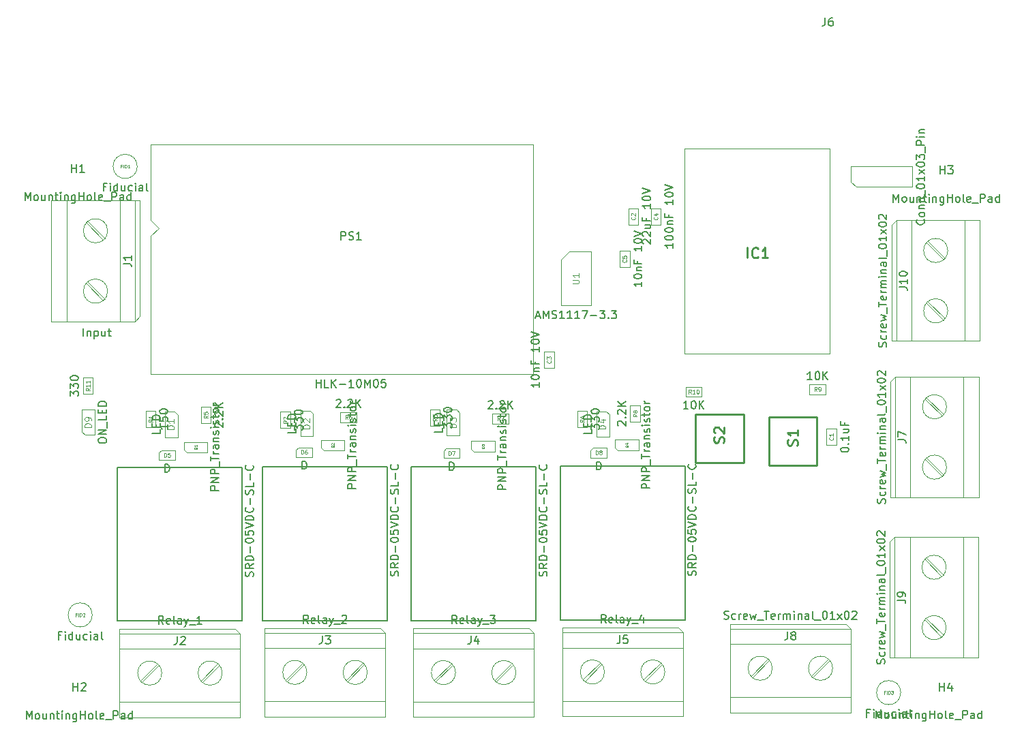
<source format=gbr>
%TF.GenerationSoftware,KiCad,Pcbnew,7.0.8*%
%TF.CreationDate,2024-09-18T17:33:39+05:30*%
%TF.ProjectId,Esp32_relay,45737033-325f-4726-956c-61792e6b6963,rev?*%
%TF.SameCoordinates,Original*%
%TF.FileFunction,AssemblyDrawing,Top*%
%FSLAX46Y46*%
G04 Gerber Fmt 4.6, Leading zero omitted, Abs format (unit mm)*
G04 Created by KiCad (PCBNEW 7.0.8) date 2024-09-18 17:33:39*
%MOMM*%
%LPD*%
G01*
G04 APERTURE LIST*
%ADD10C,0.150000*%
%ADD11C,0.080000*%
%ADD12C,0.060000*%
%ADD13C,0.050000*%
%ADD14C,0.254000*%
%ADD15C,0.120000*%
%ADD16C,0.100000*%
%ADD17C,0.127000*%
G04 APERTURE END LIST*
D10*
X135841495Y-87042019D02*
X135841495Y-86042019D01*
X135841495Y-86042019D02*
X136079590Y-86042019D01*
X136079590Y-86042019D02*
X136222447Y-86089638D01*
X136222447Y-86089638D02*
X136317685Y-86184876D01*
X136317685Y-86184876D02*
X136365304Y-86280114D01*
X136365304Y-86280114D02*
X136412923Y-86470590D01*
X136412923Y-86470590D02*
X136412923Y-86613447D01*
X136412923Y-86613447D02*
X136365304Y-86803923D01*
X136365304Y-86803923D02*
X136317685Y-86899161D01*
X136317685Y-86899161D02*
X136222447Y-86994400D01*
X136222447Y-86994400D02*
X136079590Y-87042019D01*
X136079590Y-87042019D02*
X135841495Y-87042019D01*
D11*
X135734352Y-85164349D02*
X135734352Y-84664349D01*
X135734352Y-84664349D02*
X135853400Y-84664349D01*
X135853400Y-84664349D02*
X135924828Y-84688159D01*
X135924828Y-84688159D02*
X135972447Y-84735778D01*
X135972447Y-84735778D02*
X135996257Y-84783397D01*
X135996257Y-84783397D02*
X136020066Y-84878635D01*
X136020066Y-84878635D02*
X136020066Y-84950063D01*
X136020066Y-84950063D02*
X135996257Y-85045301D01*
X135996257Y-85045301D02*
X135972447Y-85092920D01*
X135972447Y-85092920D02*
X135924828Y-85140540D01*
X135924828Y-85140540D02*
X135853400Y-85164349D01*
X135853400Y-85164349D02*
X135734352Y-85164349D01*
X136305781Y-84878635D02*
X136258162Y-84854825D01*
X136258162Y-84854825D02*
X136234352Y-84831016D01*
X136234352Y-84831016D02*
X136210543Y-84783397D01*
X136210543Y-84783397D02*
X136210543Y-84759587D01*
X136210543Y-84759587D02*
X136234352Y-84711968D01*
X136234352Y-84711968D02*
X136258162Y-84688159D01*
X136258162Y-84688159D02*
X136305781Y-84664349D01*
X136305781Y-84664349D02*
X136401019Y-84664349D01*
X136401019Y-84664349D02*
X136448638Y-84688159D01*
X136448638Y-84688159D02*
X136472447Y-84711968D01*
X136472447Y-84711968D02*
X136496257Y-84759587D01*
X136496257Y-84759587D02*
X136496257Y-84783397D01*
X136496257Y-84783397D02*
X136472447Y-84831016D01*
X136472447Y-84831016D02*
X136448638Y-84854825D01*
X136448638Y-84854825D02*
X136401019Y-84878635D01*
X136401019Y-84878635D02*
X136305781Y-84878635D01*
X136305781Y-84878635D02*
X136258162Y-84902444D01*
X136258162Y-84902444D02*
X136234352Y-84926254D01*
X136234352Y-84926254D02*
X136210543Y-84973873D01*
X136210543Y-84973873D02*
X136210543Y-85069111D01*
X136210543Y-85069111D02*
X136234352Y-85116730D01*
X136234352Y-85116730D02*
X136258162Y-85140540D01*
X136258162Y-85140540D02*
X136305781Y-85164349D01*
X136305781Y-85164349D02*
X136401019Y-85164349D01*
X136401019Y-85164349D02*
X136448638Y-85140540D01*
X136448638Y-85140540D02*
X136472447Y-85116730D01*
X136472447Y-85116730D02*
X136496257Y-85069111D01*
X136496257Y-85069111D02*
X136496257Y-84973873D01*
X136496257Y-84973873D02*
X136472447Y-84926254D01*
X136472447Y-84926254D02*
X136448638Y-84902444D01*
X136448638Y-84902444D02*
X136401019Y-84878635D01*
D10*
X116872019Y-81849113D02*
X116872019Y-81230066D01*
X116872019Y-81230066D02*
X117252971Y-81563399D01*
X117252971Y-81563399D02*
X117252971Y-81420542D01*
X117252971Y-81420542D02*
X117300590Y-81325304D01*
X117300590Y-81325304D02*
X117348209Y-81277685D01*
X117348209Y-81277685D02*
X117443447Y-81230066D01*
X117443447Y-81230066D02*
X117681542Y-81230066D01*
X117681542Y-81230066D02*
X117776780Y-81277685D01*
X117776780Y-81277685D02*
X117824400Y-81325304D01*
X117824400Y-81325304D02*
X117872019Y-81420542D01*
X117872019Y-81420542D02*
X117872019Y-81706256D01*
X117872019Y-81706256D02*
X117824400Y-81801494D01*
X117824400Y-81801494D02*
X117776780Y-81849113D01*
X116872019Y-80896732D02*
X116872019Y-80277685D01*
X116872019Y-80277685D02*
X117252971Y-80611018D01*
X117252971Y-80611018D02*
X117252971Y-80468161D01*
X117252971Y-80468161D02*
X117300590Y-80372923D01*
X117300590Y-80372923D02*
X117348209Y-80325304D01*
X117348209Y-80325304D02*
X117443447Y-80277685D01*
X117443447Y-80277685D02*
X117681542Y-80277685D01*
X117681542Y-80277685D02*
X117776780Y-80325304D01*
X117776780Y-80325304D02*
X117824400Y-80372923D01*
X117824400Y-80372923D02*
X117872019Y-80468161D01*
X117872019Y-80468161D02*
X117872019Y-80753875D01*
X117872019Y-80753875D02*
X117824400Y-80849113D01*
X117824400Y-80849113D02*
X117776780Y-80896732D01*
X116872019Y-79658637D02*
X116872019Y-79563399D01*
X116872019Y-79563399D02*
X116919638Y-79468161D01*
X116919638Y-79468161D02*
X116967257Y-79420542D01*
X116967257Y-79420542D02*
X117062495Y-79372923D01*
X117062495Y-79372923D02*
X117252971Y-79325304D01*
X117252971Y-79325304D02*
X117491066Y-79325304D01*
X117491066Y-79325304D02*
X117681542Y-79372923D01*
X117681542Y-79372923D02*
X117776780Y-79420542D01*
X117776780Y-79420542D02*
X117824400Y-79468161D01*
X117824400Y-79468161D02*
X117872019Y-79563399D01*
X117872019Y-79563399D02*
X117872019Y-79658637D01*
X117872019Y-79658637D02*
X117824400Y-79753875D01*
X117824400Y-79753875D02*
X117776780Y-79801494D01*
X117776780Y-79801494D02*
X117681542Y-79849113D01*
X117681542Y-79849113D02*
X117491066Y-79896732D01*
X117491066Y-79896732D02*
X117252971Y-79896732D01*
X117252971Y-79896732D02*
X117062495Y-79849113D01*
X117062495Y-79849113D02*
X116967257Y-79801494D01*
X116967257Y-79801494D02*
X116919638Y-79753875D01*
X116919638Y-79753875D02*
X116872019Y-79658637D01*
D11*
X115994349Y-80646733D02*
X115756254Y-80813399D01*
X115994349Y-80932447D02*
X115494349Y-80932447D01*
X115494349Y-80932447D02*
X115494349Y-80741971D01*
X115494349Y-80741971D02*
X115518159Y-80694352D01*
X115518159Y-80694352D02*
X115541968Y-80670542D01*
X115541968Y-80670542D02*
X115589587Y-80646733D01*
X115589587Y-80646733D02*
X115661016Y-80646733D01*
X115661016Y-80646733D02*
X115708635Y-80670542D01*
X115708635Y-80670542D02*
X115732444Y-80694352D01*
X115732444Y-80694352D02*
X115756254Y-80741971D01*
X115756254Y-80741971D02*
X115756254Y-80932447D01*
X115494349Y-80480066D02*
X115494349Y-80170542D01*
X115494349Y-80170542D02*
X115684825Y-80337209D01*
X115684825Y-80337209D02*
X115684825Y-80265780D01*
X115684825Y-80265780D02*
X115708635Y-80218161D01*
X115708635Y-80218161D02*
X115732444Y-80194352D01*
X115732444Y-80194352D02*
X115780063Y-80170542D01*
X115780063Y-80170542D02*
X115899111Y-80170542D01*
X115899111Y-80170542D02*
X115946730Y-80194352D01*
X115946730Y-80194352D02*
X115970540Y-80218161D01*
X115970540Y-80218161D02*
X115994349Y-80265780D01*
X115994349Y-80265780D02*
X115994349Y-80408637D01*
X115994349Y-80408637D02*
X115970540Y-80456256D01*
X115970540Y-80456256D02*
X115946730Y-80480066D01*
D10*
X166158219Y-84598056D02*
X166158219Y-84502818D01*
X166158219Y-84502818D02*
X166205838Y-84407580D01*
X166205838Y-84407580D02*
X166253457Y-84359961D01*
X166253457Y-84359961D02*
X166348695Y-84312342D01*
X166348695Y-84312342D02*
X166539171Y-84264723D01*
X166539171Y-84264723D02*
X166777266Y-84264723D01*
X166777266Y-84264723D02*
X166967742Y-84312342D01*
X166967742Y-84312342D02*
X167062980Y-84359961D01*
X167062980Y-84359961D02*
X167110600Y-84407580D01*
X167110600Y-84407580D02*
X167158219Y-84502818D01*
X167158219Y-84502818D02*
X167158219Y-84598056D01*
X167158219Y-84598056D02*
X167110600Y-84693294D01*
X167110600Y-84693294D02*
X167062980Y-84740913D01*
X167062980Y-84740913D02*
X166967742Y-84788532D01*
X166967742Y-84788532D02*
X166777266Y-84836151D01*
X166777266Y-84836151D02*
X166539171Y-84836151D01*
X166539171Y-84836151D02*
X166348695Y-84788532D01*
X166348695Y-84788532D02*
X166253457Y-84740913D01*
X166253457Y-84740913D02*
X166205838Y-84693294D01*
X166205838Y-84693294D02*
X166158219Y-84598056D01*
X167062980Y-83836151D02*
X167110600Y-83788532D01*
X167110600Y-83788532D02*
X167158219Y-83836151D01*
X167158219Y-83836151D02*
X167110600Y-83883770D01*
X167110600Y-83883770D02*
X167062980Y-83836151D01*
X167062980Y-83836151D02*
X167158219Y-83836151D01*
X167158219Y-82836152D02*
X167158219Y-83407580D01*
X167158219Y-83121866D02*
X166158219Y-83121866D01*
X166158219Y-83121866D02*
X166301076Y-83217104D01*
X166301076Y-83217104D02*
X166396314Y-83312342D01*
X166396314Y-83312342D02*
X166443933Y-83407580D01*
X166491552Y-81979009D02*
X167158219Y-81979009D01*
X166491552Y-82407580D02*
X167015361Y-82407580D01*
X167015361Y-82407580D02*
X167110600Y-82359961D01*
X167110600Y-82359961D02*
X167158219Y-82264723D01*
X167158219Y-82264723D02*
X167158219Y-82121866D01*
X167158219Y-82121866D02*
X167110600Y-82026628D01*
X167110600Y-82026628D02*
X167062980Y-81979009D01*
X166634409Y-81169485D02*
X166634409Y-81502818D01*
X167158219Y-81502818D02*
X166158219Y-81502818D01*
X166158219Y-81502818D02*
X166158219Y-81026628D01*
D11*
X165202930Y-83038533D02*
X165226740Y-83062342D01*
X165226740Y-83062342D02*
X165250549Y-83133771D01*
X165250549Y-83133771D02*
X165250549Y-83181390D01*
X165250549Y-83181390D02*
X165226740Y-83252818D01*
X165226740Y-83252818D02*
X165179120Y-83300437D01*
X165179120Y-83300437D02*
X165131501Y-83324247D01*
X165131501Y-83324247D02*
X165036263Y-83348056D01*
X165036263Y-83348056D02*
X164964835Y-83348056D01*
X164964835Y-83348056D02*
X164869597Y-83324247D01*
X164869597Y-83324247D02*
X164821978Y-83300437D01*
X164821978Y-83300437D02*
X164774359Y-83252818D01*
X164774359Y-83252818D02*
X164750549Y-83181390D01*
X164750549Y-83181390D02*
X164750549Y-83133771D01*
X164750549Y-83133771D02*
X164774359Y-83062342D01*
X164774359Y-83062342D02*
X164798168Y-83038533D01*
X165250549Y-82562342D02*
X165250549Y-82848056D01*
X165250549Y-82705199D02*
X164750549Y-82705199D01*
X164750549Y-82705199D02*
X164821978Y-82752818D01*
X164821978Y-82752818D02*
X164869597Y-82800437D01*
X164869597Y-82800437D02*
X164893406Y-82848056D01*
D10*
X169739647Y-117266309D02*
X169406314Y-117266309D01*
X169406314Y-117790119D02*
X169406314Y-116790119D01*
X169406314Y-116790119D02*
X169882504Y-116790119D01*
X170263457Y-117790119D02*
X170263457Y-117123452D01*
X170263457Y-116790119D02*
X170215838Y-116837738D01*
X170215838Y-116837738D02*
X170263457Y-116885357D01*
X170263457Y-116885357D02*
X170311076Y-116837738D01*
X170311076Y-116837738D02*
X170263457Y-116790119D01*
X170263457Y-116790119D02*
X170263457Y-116885357D01*
X171168218Y-117790119D02*
X171168218Y-116790119D01*
X171168218Y-117742500D02*
X171072980Y-117790119D01*
X171072980Y-117790119D02*
X170882504Y-117790119D01*
X170882504Y-117790119D02*
X170787266Y-117742500D01*
X170787266Y-117742500D02*
X170739647Y-117694880D01*
X170739647Y-117694880D02*
X170692028Y-117599642D01*
X170692028Y-117599642D02*
X170692028Y-117313928D01*
X170692028Y-117313928D02*
X170739647Y-117218690D01*
X170739647Y-117218690D02*
X170787266Y-117171071D01*
X170787266Y-117171071D02*
X170882504Y-117123452D01*
X170882504Y-117123452D02*
X171072980Y-117123452D01*
X171072980Y-117123452D02*
X171168218Y-117171071D01*
X172072980Y-117123452D02*
X172072980Y-117790119D01*
X171644409Y-117123452D02*
X171644409Y-117647261D01*
X171644409Y-117647261D02*
X171692028Y-117742500D01*
X171692028Y-117742500D02*
X171787266Y-117790119D01*
X171787266Y-117790119D02*
X171930123Y-117790119D01*
X171930123Y-117790119D02*
X172025361Y-117742500D01*
X172025361Y-117742500D02*
X172072980Y-117694880D01*
X172977742Y-117742500D02*
X172882504Y-117790119D01*
X172882504Y-117790119D02*
X172692028Y-117790119D01*
X172692028Y-117790119D02*
X172596790Y-117742500D01*
X172596790Y-117742500D02*
X172549171Y-117694880D01*
X172549171Y-117694880D02*
X172501552Y-117599642D01*
X172501552Y-117599642D02*
X172501552Y-117313928D01*
X172501552Y-117313928D02*
X172549171Y-117218690D01*
X172549171Y-117218690D02*
X172596790Y-117171071D01*
X172596790Y-117171071D02*
X172692028Y-117123452D01*
X172692028Y-117123452D02*
X172882504Y-117123452D01*
X172882504Y-117123452D02*
X172977742Y-117171071D01*
X173406314Y-117790119D02*
X173406314Y-117123452D01*
X173406314Y-116790119D02*
X173358695Y-116837738D01*
X173358695Y-116837738D02*
X173406314Y-116885357D01*
X173406314Y-116885357D02*
X173453933Y-116837738D01*
X173453933Y-116837738D02*
X173406314Y-116790119D01*
X173406314Y-116790119D02*
X173406314Y-116885357D01*
X174311075Y-117790119D02*
X174311075Y-117266309D01*
X174311075Y-117266309D02*
X174263456Y-117171071D01*
X174263456Y-117171071D02*
X174168218Y-117123452D01*
X174168218Y-117123452D02*
X173977742Y-117123452D01*
X173977742Y-117123452D02*
X173882504Y-117171071D01*
X174311075Y-117742500D02*
X174215837Y-117790119D01*
X174215837Y-117790119D02*
X173977742Y-117790119D01*
X173977742Y-117790119D02*
X173882504Y-117742500D01*
X173882504Y-117742500D02*
X173834885Y-117647261D01*
X173834885Y-117647261D02*
X173834885Y-117552023D01*
X173834885Y-117552023D02*
X173882504Y-117456785D01*
X173882504Y-117456785D02*
X173977742Y-117409166D01*
X173977742Y-117409166D02*
X174215837Y-117409166D01*
X174215837Y-117409166D02*
X174311075Y-117361547D01*
X174930123Y-117790119D02*
X174834885Y-117742500D01*
X174834885Y-117742500D02*
X174787266Y-117647261D01*
X174787266Y-117647261D02*
X174787266Y-116790119D01*
D12*
X171692029Y-114704203D02*
X171558696Y-114704203D01*
X171558696Y-114913727D02*
X171558696Y-114513727D01*
X171558696Y-114513727D02*
X171749172Y-114513727D01*
X171901553Y-114913727D02*
X171901553Y-114513727D01*
X172092029Y-114913727D02*
X172092029Y-114513727D01*
X172092029Y-114513727D02*
X172187267Y-114513727D01*
X172187267Y-114513727D02*
X172244410Y-114532775D01*
X172244410Y-114532775D02*
X172282505Y-114570870D01*
X172282505Y-114570870D02*
X172301552Y-114608965D01*
X172301552Y-114608965D02*
X172320600Y-114685156D01*
X172320600Y-114685156D02*
X172320600Y-114742299D01*
X172320600Y-114742299D02*
X172301552Y-114818489D01*
X172301552Y-114818489D02*
X172282505Y-114856584D01*
X172282505Y-114856584D02*
X172244410Y-114894680D01*
X172244410Y-114894680D02*
X172187267Y-114913727D01*
X172187267Y-114913727D02*
X172092029Y-114913727D01*
X172453933Y-114513727D02*
X172701552Y-114513727D01*
X172701552Y-114513727D02*
X172568219Y-114666108D01*
X172568219Y-114666108D02*
X172625362Y-114666108D01*
X172625362Y-114666108D02*
X172663457Y-114685156D01*
X172663457Y-114685156D02*
X172682505Y-114704203D01*
X172682505Y-114704203D02*
X172701552Y-114742299D01*
X172701552Y-114742299D02*
X172701552Y-114837537D01*
X172701552Y-114837537D02*
X172682505Y-114875632D01*
X172682505Y-114875632D02*
X172663457Y-114894680D01*
X172663457Y-114894680D02*
X172625362Y-114913727D01*
X172625362Y-114913727D02*
X172511076Y-114913727D01*
X172511076Y-114913727D02*
X172472981Y-114894680D01*
X172472981Y-114894680D02*
X172453933Y-114875632D01*
D10*
X141464019Y-63691733D02*
X141464019Y-64263161D01*
X141464019Y-63977447D02*
X140464019Y-63977447D01*
X140464019Y-63977447D02*
X140606876Y-64072685D01*
X140606876Y-64072685D02*
X140702114Y-64167923D01*
X140702114Y-64167923D02*
X140749733Y-64263161D01*
X140464019Y-63072685D02*
X140464019Y-62977447D01*
X140464019Y-62977447D02*
X140511638Y-62882209D01*
X140511638Y-62882209D02*
X140559257Y-62834590D01*
X140559257Y-62834590D02*
X140654495Y-62786971D01*
X140654495Y-62786971D02*
X140844971Y-62739352D01*
X140844971Y-62739352D02*
X141083066Y-62739352D01*
X141083066Y-62739352D02*
X141273542Y-62786971D01*
X141273542Y-62786971D02*
X141368780Y-62834590D01*
X141368780Y-62834590D02*
X141416400Y-62882209D01*
X141416400Y-62882209D02*
X141464019Y-62977447D01*
X141464019Y-62977447D02*
X141464019Y-63072685D01*
X141464019Y-63072685D02*
X141416400Y-63167923D01*
X141416400Y-63167923D02*
X141368780Y-63215542D01*
X141368780Y-63215542D02*
X141273542Y-63263161D01*
X141273542Y-63263161D02*
X141083066Y-63310780D01*
X141083066Y-63310780D02*
X140844971Y-63310780D01*
X140844971Y-63310780D02*
X140654495Y-63263161D01*
X140654495Y-63263161D02*
X140559257Y-63215542D01*
X140559257Y-63215542D02*
X140511638Y-63167923D01*
X140511638Y-63167923D02*
X140464019Y-63072685D01*
X140797352Y-62310780D02*
X141464019Y-62310780D01*
X140892590Y-62310780D02*
X140844971Y-62263161D01*
X140844971Y-62263161D02*
X140797352Y-62167923D01*
X140797352Y-62167923D02*
X140797352Y-62025066D01*
X140797352Y-62025066D02*
X140844971Y-61929828D01*
X140844971Y-61929828D02*
X140940209Y-61882209D01*
X140940209Y-61882209D02*
X141464019Y-61882209D01*
X140940209Y-61072685D02*
X140940209Y-61406018D01*
X141464019Y-61406018D02*
X140464019Y-61406018D01*
X140464019Y-61406018D02*
X140464019Y-60929828D01*
X141464019Y-59263161D02*
X141464019Y-59834589D01*
X141464019Y-59548875D02*
X140464019Y-59548875D01*
X140464019Y-59548875D02*
X140606876Y-59644113D01*
X140606876Y-59644113D02*
X140702114Y-59739351D01*
X140702114Y-59739351D02*
X140749733Y-59834589D01*
X140464019Y-58644113D02*
X140464019Y-58548875D01*
X140464019Y-58548875D02*
X140511638Y-58453637D01*
X140511638Y-58453637D02*
X140559257Y-58406018D01*
X140559257Y-58406018D02*
X140654495Y-58358399D01*
X140654495Y-58358399D02*
X140844971Y-58310780D01*
X140844971Y-58310780D02*
X141083066Y-58310780D01*
X141083066Y-58310780D02*
X141273542Y-58358399D01*
X141273542Y-58358399D02*
X141368780Y-58406018D01*
X141368780Y-58406018D02*
X141416400Y-58453637D01*
X141416400Y-58453637D02*
X141464019Y-58548875D01*
X141464019Y-58548875D02*
X141464019Y-58644113D01*
X141464019Y-58644113D02*
X141416400Y-58739351D01*
X141416400Y-58739351D02*
X141368780Y-58786970D01*
X141368780Y-58786970D02*
X141273542Y-58834589D01*
X141273542Y-58834589D02*
X141083066Y-58882208D01*
X141083066Y-58882208D02*
X140844971Y-58882208D01*
X140844971Y-58882208D02*
X140654495Y-58834589D01*
X140654495Y-58834589D02*
X140559257Y-58786970D01*
X140559257Y-58786970D02*
X140511638Y-58739351D01*
X140511638Y-58739351D02*
X140464019Y-58644113D01*
X140464019Y-58025065D02*
X141464019Y-57691732D01*
X141464019Y-57691732D02*
X140464019Y-57358399D01*
D11*
X139508730Y-60941733D02*
X139532540Y-60965542D01*
X139532540Y-60965542D02*
X139556349Y-61036971D01*
X139556349Y-61036971D02*
X139556349Y-61084590D01*
X139556349Y-61084590D02*
X139532540Y-61156018D01*
X139532540Y-61156018D02*
X139484920Y-61203637D01*
X139484920Y-61203637D02*
X139437301Y-61227447D01*
X139437301Y-61227447D02*
X139342063Y-61251256D01*
X139342063Y-61251256D02*
X139270635Y-61251256D01*
X139270635Y-61251256D02*
X139175397Y-61227447D01*
X139175397Y-61227447D02*
X139127778Y-61203637D01*
X139127778Y-61203637D02*
X139080159Y-61156018D01*
X139080159Y-61156018D02*
X139056349Y-61084590D01*
X139056349Y-61084590D02*
X139056349Y-61036971D01*
X139056349Y-61036971D02*
X139080159Y-60965542D01*
X139080159Y-60965542D02*
X139103968Y-60941733D01*
X139056349Y-60489352D02*
X139056349Y-60727447D01*
X139056349Y-60727447D02*
X139294444Y-60751256D01*
X139294444Y-60751256D02*
X139270635Y-60727447D01*
X139270635Y-60727447D02*
X139246825Y-60679828D01*
X139246825Y-60679828D02*
X139246825Y-60560780D01*
X139246825Y-60560780D02*
X139270635Y-60513161D01*
X139270635Y-60513161D02*
X139294444Y-60489352D01*
X139294444Y-60489352D02*
X139342063Y-60465542D01*
X139342063Y-60465542D02*
X139461111Y-60465542D01*
X139461111Y-60465542D02*
X139508730Y-60489352D01*
X139508730Y-60489352D02*
X139532540Y-60513161D01*
X139532540Y-60513161D02*
X139556349Y-60560780D01*
X139556349Y-60560780D02*
X139556349Y-60679828D01*
X139556349Y-60679828D02*
X139532540Y-60727447D01*
X139532540Y-60727447D02*
X139508730Y-60751256D01*
D10*
X128731419Y-76213933D02*
X128731419Y-76785361D01*
X128731419Y-76499647D02*
X127731419Y-76499647D01*
X127731419Y-76499647D02*
X127874276Y-76594885D01*
X127874276Y-76594885D02*
X127969514Y-76690123D01*
X127969514Y-76690123D02*
X128017133Y-76785361D01*
X127731419Y-75594885D02*
X127731419Y-75499647D01*
X127731419Y-75499647D02*
X127779038Y-75404409D01*
X127779038Y-75404409D02*
X127826657Y-75356790D01*
X127826657Y-75356790D02*
X127921895Y-75309171D01*
X127921895Y-75309171D02*
X128112371Y-75261552D01*
X128112371Y-75261552D02*
X128350466Y-75261552D01*
X128350466Y-75261552D02*
X128540942Y-75309171D01*
X128540942Y-75309171D02*
X128636180Y-75356790D01*
X128636180Y-75356790D02*
X128683800Y-75404409D01*
X128683800Y-75404409D02*
X128731419Y-75499647D01*
X128731419Y-75499647D02*
X128731419Y-75594885D01*
X128731419Y-75594885D02*
X128683800Y-75690123D01*
X128683800Y-75690123D02*
X128636180Y-75737742D01*
X128636180Y-75737742D02*
X128540942Y-75785361D01*
X128540942Y-75785361D02*
X128350466Y-75832980D01*
X128350466Y-75832980D02*
X128112371Y-75832980D01*
X128112371Y-75832980D02*
X127921895Y-75785361D01*
X127921895Y-75785361D02*
X127826657Y-75737742D01*
X127826657Y-75737742D02*
X127779038Y-75690123D01*
X127779038Y-75690123D02*
X127731419Y-75594885D01*
X128064752Y-74832980D02*
X128731419Y-74832980D01*
X128159990Y-74832980D02*
X128112371Y-74785361D01*
X128112371Y-74785361D02*
X128064752Y-74690123D01*
X128064752Y-74690123D02*
X128064752Y-74547266D01*
X128064752Y-74547266D02*
X128112371Y-74452028D01*
X128112371Y-74452028D02*
X128207609Y-74404409D01*
X128207609Y-74404409D02*
X128731419Y-74404409D01*
X128207609Y-73594885D02*
X128207609Y-73928218D01*
X128731419Y-73928218D02*
X127731419Y-73928218D01*
X127731419Y-73928218D02*
X127731419Y-73452028D01*
X128731419Y-71785361D02*
X128731419Y-72356789D01*
X128731419Y-72071075D02*
X127731419Y-72071075D01*
X127731419Y-72071075D02*
X127874276Y-72166313D01*
X127874276Y-72166313D02*
X127969514Y-72261551D01*
X127969514Y-72261551D02*
X128017133Y-72356789D01*
X127731419Y-71166313D02*
X127731419Y-71071075D01*
X127731419Y-71071075D02*
X127779038Y-70975837D01*
X127779038Y-70975837D02*
X127826657Y-70928218D01*
X127826657Y-70928218D02*
X127921895Y-70880599D01*
X127921895Y-70880599D02*
X128112371Y-70832980D01*
X128112371Y-70832980D02*
X128350466Y-70832980D01*
X128350466Y-70832980D02*
X128540942Y-70880599D01*
X128540942Y-70880599D02*
X128636180Y-70928218D01*
X128636180Y-70928218D02*
X128683800Y-70975837D01*
X128683800Y-70975837D02*
X128731419Y-71071075D01*
X128731419Y-71071075D02*
X128731419Y-71166313D01*
X128731419Y-71166313D02*
X128683800Y-71261551D01*
X128683800Y-71261551D02*
X128636180Y-71309170D01*
X128636180Y-71309170D02*
X128540942Y-71356789D01*
X128540942Y-71356789D02*
X128350466Y-71404408D01*
X128350466Y-71404408D02*
X128112371Y-71404408D01*
X128112371Y-71404408D02*
X127921895Y-71356789D01*
X127921895Y-71356789D02*
X127826657Y-71309170D01*
X127826657Y-71309170D02*
X127779038Y-71261551D01*
X127779038Y-71261551D02*
X127731419Y-71166313D01*
X127731419Y-70547265D02*
X128731419Y-70213932D01*
X128731419Y-70213932D02*
X127731419Y-69880599D01*
D11*
X130136130Y-73463933D02*
X130159940Y-73487742D01*
X130159940Y-73487742D02*
X130183749Y-73559171D01*
X130183749Y-73559171D02*
X130183749Y-73606790D01*
X130183749Y-73606790D02*
X130159940Y-73678218D01*
X130159940Y-73678218D02*
X130112320Y-73725837D01*
X130112320Y-73725837D02*
X130064701Y-73749647D01*
X130064701Y-73749647D02*
X129969463Y-73773456D01*
X129969463Y-73773456D02*
X129898035Y-73773456D01*
X129898035Y-73773456D02*
X129802797Y-73749647D01*
X129802797Y-73749647D02*
X129755178Y-73725837D01*
X129755178Y-73725837D02*
X129707559Y-73678218D01*
X129707559Y-73678218D02*
X129683749Y-73606790D01*
X129683749Y-73606790D02*
X129683749Y-73559171D01*
X129683749Y-73559171D02*
X129707559Y-73487742D01*
X129707559Y-73487742D02*
X129731368Y-73463933D01*
X129683749Y-73297266D02*
X129683749Y-72987742D01*
X129683749Y-72987742D02*
X129874225Y-73154409D01*
X129874225Y-73154409D02*
X129874225Y-73082980D01*
X129874225Y-73082980D02*
X129898035Y-73035361D01*
X129898035Y-73035361D02*
X129921844Y-73011552D01*
X129921844Y-73011552D02*
X129969463Y-72987742D01*
X129969463Y-72987742D02*
X130088511Y-72987742D01*
X130088511Y-72987742D02*
X130136130Y-73011552D01*
X130136130Y-73011552D02*
X130159940Y-73035361D01*
X130159940Y-73035361D02*
X130183749Y-73082980D01*
X130183749Y-73082980D02*
X130183749Y-73225837D01*
X130183749Y-73225837D02*
X130159940Y-73273456D01*
X130159940Y-73273456D02*
X130136130Y-73297266D01*
D10*
X124607219Y-89481943D02*
X123607219Y-89481943D01*
X123607219Y-89481943D02*
X123607219Y-89100991D01*
X123607219Y-89100991D02*
X123654838Y-89005753D01*
X123654838Y-89005753D02*
X123702457Y-88958134D01*
X123702457Y-88958134D02*
X123797695Y-88910515D01*
X123797695Y-88910515D02*
X123940552Y-88910515D01*
X123940552Y-88910515D02*
X124035790Y-88958134D01*
X124035790Y-88958134D02*
X124083409Y-89005753D01*
X124083409Y-89005753D02*
X124131028Y-89100991D01*
X124131028Y-89100991D02*
X124131028Y-89481943D01*
X124607219Y-88481943D02*
X123607219Y-88481943D01*
X123607219Y-88481943D02*
X124607219Y-87910515D01*
X124607219Y-87910515D02*
X123607219Y-87910515D01*
X124607219Y-87434324D02*
X123607219Y-87434324D01*
X123607219Y-87434324D02*
X123607219Y-87053372D01*
X123607219Y-87053372D02*
X123654838Y-86958134D01*
X123654838Y-86958134D02*
X123702457Y-86910515D01*
X123702457Y-86910515D02*
X123797695Y-86862896D01*
X123797695Y-86862896D02*
X123940552Y-86862896D01*
X123940552Y-86862896D02*
X124035790Y-86910515D01*
X124035790Y-86910515D02*
X124083409Y-86958134D01*
X124083409Y-86958134D02*
X124131028Y-87053372D01*
X124131028Y-87053372D02*
X124131028Y-87434324D01*
X124702457Y-86672420D02*
X124702457Y-85910515D01*
X123607219Y-85815276D02*
X123607219Y-85243848D01*
X124607219Y-85529562D02*
X123607219Y-85529562D01*
X124607219Y-84910514D02*
X123940552Y-84910514D01*
X124131028Y-84910514D02*
X124035790Y-84862895D01*
X124035790Y-84862895D02*
X123988171Y-84815276D01*
X123988171Y-84815276D02*
X123940552Y-84720038D01*
X123940552Y-84720038D02*
X123940552Y-84624800D01*
X124607219Y-83862895D02*
X124083409Y-83862895D01*
X124083409Y-83862895D02*
X123988171Y-83910514D01*
X123988171Y-83910514D02*
X123940552Y-84005752D01*
X123940552Y-84005752D02*
X123940552Y-84196228D01*
X123940552Y-84196228D02*
X123988171Y-84291466D01*
X124559600Y-83862895D02*
X124607219Y-83958133D01*
X124607219Y-83958133D02*
X124607219Y-84196228D01*
X124607219Y-84196228D02*
X124559600Y-84291466D01*
X124559600Y-84291466D02*
X124464361Y-84339085D01*
X124464361Y-84339085D02*
X124369123Y-84339085D01*
X124369123Y-84339085D02*
X124273885Y-84291466D01*
X124273885Y-84291466D02*
X124226266Y-84196228D01*
X124226266Y-84196228D02*
X124226266Y-83958133D01*
X124226266Y-83958133D02*
X124178647Y-83862895D01*
X123940552Y-83386704D02*
X124607219Y-83386704D01*
X124035790Y-83386704D02*
X123988171Y-83339085D01*
X123988171Y-83339085D02*
X123940552Y-83243847D01*
X123940552Y-83243847D02*
X123940552Y-83100990D01*
X123940552Y-83100990D02*
X123988171Y-83005752D01*
X123988171Y-83005752D02*
X124083409Y-82958133D01*
X124083409Y-82958133D02*
X124607219Y-82958133D01*
X124559600Y-82529561D02*
X124607219Y-82434323D01*
X124607219Y-82434323D02*
X124607219Y-82243847D01*
X124607219Y-82243847D02*
X124559600Y-82148609D01*
X124559600Y-82148609D02*
X124464361Y-82100990D01*
X124464361Y-82100990D02*
X124416742Y-82100990D01*
X124416742Y-82100990D02*
X124321504Y-82148609D01*
X124321504Y-82148609D02*
X124273885Y-82243847D01*
X124273885Y-82243847D02*
X124273885Y-82386704D01*
X124273885Y-82386704D02*
X124226266Y-82481942D01*
X124226266Y-82481942D02*
X124131028Y-82529561D01*
X124131028Y-82529561D02*
X124083409Y-82529561D01*
X124083409Y-82529561D02*
X123988171Y-82481942D01*
X123988171Y-82481942D02*
X123940552Y-82386704D01*
X123940552Y-82386704D02*
X123940552Y-82243847D01*
X123940552Y-82243847D02*
X123988171Y-82148609D01*
X124607219Y-81672418D02*
X123940552Y-81672418D01*
X123607219Y-81672418D02*
X123654838Y-81720037D01*
X123654838Y-81720037D02*
X123702457Y-81672418D01*
X123702457Y-81672418D02*
X123654838Y-81624799D01*
X123654838Y-81624799D02*
X123607219Y-81672418D01*
X123607219Y-81672418D02*
X123702457Y-81672418D01*
X124559600Y-81243847D02*
X124607219Y-81148609D01*
X124607219Y-81148609D02*
X124607219Y-80958133D01*
X124607219Y-80958133D02*
X124559600Y-80862895D01*
X124559600Y-80862895D02*
X124464361Y-80815276D01*
X124464361Y-80815276D02*
X124416742Y-80815276D01*
X124416742Y-80815276D02*
X124321504Y-80862895D01*
X124321504Y-80862895D02*
X124273885Y-80958133D01*
X124273885Y-80958133D02*
X124273885Y-81100990D01*
X124273885Y-81100990D02*
X124226266Y-81196228D01*
X124226266Y-81196228D02*
X124131028Y-81243847D01*
X124131028Y-81243847D02*
X124083409Y-81243847D01*
X124083409Y-81243847D02*
X123988171Y-81196228D01*
X123988171Y-81196228D02*
X123940552Y-81100990D01*
X123940552Y-81100990D02*
X123940552Y-80958133D01*
X123940552Y-80958133D02*
X123988171Y-80862895D01*
X123940552Y-80529561D02*
X123940552Y-80148609D01*
X123607219Y-80386704D02*
X124464361Y-80386704D01*
X124464361Y-80386704D02*
X124559600Y-80339085D01*
X124559600Y-80339085D02*
X124607219Y-80243847D01*
X124607219Y-80243847D02*
X124607219Y-80148609D01*
X124607219Y-79672418D02*
X124559600Y-79767656D01*
X124559600Y-79767656D02*
X124511980Y-79815275D01*
X124511980Y-79815275D02*
X124416742Y-79862894D01*
X124416742Y-79862894D02*
X124131028Y-79862894D01*
X124131028Y-79862894D02*
X124035790Y-79815275D01*
X124035790Y-79815275D02*
X123988171Y-79767656D01*
X123988171Y-79767656D02*
X123940552Y-79672418D01*
X123940552Y-79672418D02*
X123940552Y-79529561D01*
X123940552Y-79529561D02*
X123988171Y-79434323D01*
X123988171Y-79434323D02*
X124035790Y-79386704D01*
X124035790Y-79386704D02*
X124131028Y-79339085D01*
X124131028Y-79339085D02*
X124416742Y-79339085D01*
X124416742Y-79339085D02*
X124511980Y-79386704D01*
X124511980Y-79386704D02*
X124559600Y-79434323D01*
X124559600Y-79434323D02*
X124607219Y-79529561D01*
X124607219Y-79529561D02*
X124607219Y-79672418D01*
X124607219Y-78910513D02*
X123940552Y-78910513D01*
X124131028Y-78910513D02*
X124035790Y-78862894D01*
X124035790Y-78862894D02*
X123988171Y-78815275D01*
X123988171Y-78815275D02*
X123940552Y-78720037D01*
X123940552Y-78720037D02*
X123940552Y-78624799D01*
D13*
X121928314Y-84155276D02*
X121913076Y-84185752D01*
X121913076Y-84185752D02*
X121882600Y-84216228D01*
X121882600Y-84216228D02*
X121836885Y-84261942D01*
X121836885Y-84261942D02*
X121821647Y-84292419D01*
X121821647Y-84292419D02*
X121821647Y-84322895D01*
X121897838Y-84307657D02*
X121882600Y-84338133D01*
X121882600Y-84338133D02*
X121852123Y-84368609D01*
X121852123Y-84368609D02*
X121791171Y-84383847D01*
X121791171Y-84383847D02*
X121684504Y-84383847D01*
X121684504Y-84383847D02*
X121623552Y-84368609D01*
X121623552Y-84368609D02*
X121593076Y-84338133D01*
X121593076Y-84338133D02*
X121577838Y-84307657D01*
X121577838Y-84307657D02*
X121577838Y-84246704D01*
X121577838Y-84246704D02*
X121593076Y-84216228D01*
X121593076Y-84216228D02*
X121623552Y-84185752D01*
X121623552Y-84185752D02*
X121684504Y-84170514D01*
X121684504Y-84170514D02*
X121791171Y-84170514D01*
X121791171Y-84170514D02*
X121852123Y-84185752D01*
X121852123Y-84185752D02*
X121882600Y-84216228D01*
X121882600Y-84216228D02*
X121897838Y-84246704D01*
X121897838Y-84246704D02*
X121897838Y-84307657D01*
X121577838Y-84063847D02*
X121577838Y-83865752D01*
X121577838Y-83865752D02*
X121699742Y-83972419D01*
X121699742Y-83972419D02*
X121699742Y-83926704D01*
X121699742Y-83926704D02*
X121714980Y-83896228D01*
X121714980Y-83896228D02*
X121730219Y-83880990D01*
X121730219Y-83880990D02*
X121760695Y-83865752D01*
X121760695Y-83865752D02*
X121836885Y-83865752D01*
X121836885Y-83865752D02*
X121867361Y-83880990D01*
X121867361Y-83880990D02*
X121882600Y-83896228D01*
X121882600Y-83896228D02*
X121897838Y-83926704D01*
X121897838Y-83926704D02*
X121897838Y-84018133D01*
X121897838Y-84018133D02*
X121882600Y-84048609D01*
X121882600Y-84048609D02*
X121867361Y-84063847D01*
D10*
X141651457Y-58979961D02*
X141603838Y-58932342D01*
X141603838Y-58932342D02*
X141556219Y-58837104D01*
X141556219Y-58837104D02*
X141556219Y-58599009D01*
X141556219Y-58599009D02*
X141603838Y-58503771D01*
X141603838Y-58503771D02*
X141651457Y-58456152D01*
X141651457Y-58456152D02*
X141746695Y-58408533D01*
X141746695Y-58408533D02*
X141841933Y-58408533D01*
X141841933Y-58408533D02*
X141984790Y-58456152D01*
X141984790Y-58456152D02*
X142556219Y-59027580D01*
X142556219Y-59027580D02*
X142556219Y-58408533D01*
X141651457Y-58027580D02*
X141603838Y-57979961D01*
X141603838Y-57979961D02*
X141556219Y-57884723D01*
X141556219Y-57884723D02*
X141556219Y-57646628D01*
X141556219Y-57646628D02*
X141603838Y-57551390D01*
X141603838Y-57551390D02*
X141651457Y-57503771D01*
X141651457Y-57503771D02*
X141746695Y-57456152D01*
X141746695Y-57456152D02*
X141841933Y-57456152D01*
X141841933Y-57456152D02*
X141984790Y-57503771D01*
X141984790Y-57503771D02*
X142556219Y-58075199D01*
X142556219Y-58075199D02*
X142556219Y-57456152D01*
X141889552Y-56599009D02*
X142556219Y-56599009D01*
X141889552Y-57027580D02*
X142413361Y-57027580D01*
X142413361Y-57027580D02*
X142508600Y-56979961D01*
X142508600Y-56979961D02*
X142556219Y-56884723D01*
X142556219Y-56884723D02*
X142556219Y-56741866D01*
X142556219Y-56741866D02*
X142508600Y-56646628D01*
X142508600Y-56646628D02*
X142460980Y-56599009D01*
X142032409Y-55789485D02*
X142032409Y-56122818D01*
X142556219Y-56122818D02*
X141556219Y-56122818D01*
X141556219Y-56122818D02*
X141556219Y-55646628D01*
X142556219Y-53979961D02*
X142556219Y-54551389D01*
X142556219Y-54265675D02*
X141556219Y-54265675D01*
X141556219Y-54265675D02*
X141699076Y-54360913D01*
X141699076Y-54360913D02*
X141794314Y-54456151D01*
X141794314Y-54456151D02*
X141841933Y-54551389D01*
X141556219Y-53360913D02*
X141556219Y-53265675D01*
X141556219Y-53265675D02*
X141603838Y-53170437D01*
X141603838Y-53170437D02*
X141651457Y-53122818D01*
X141651457Y-53122818D02*
X141746695Y-53075199D01*
X141746695Y-53075199D02*
X141937171Y-53027580D01*
X141937171Y-53027580D02*
X142175266Y-53027580D01*
X142175266Y-53027580D02*
X142365742Y-53075199D01*
X142365742Y-53075199D02*
X142460980Y-53122818D01*
X142460980Y-53122818D02*
X142508600Y-53170437D01*
X142508600Y-53170437D02*
X142556219Y-53265675D01*
X142556219Y-53265675D02*
X142556219Y-53360913D01*
X142556219Y-53360913D02*
X142508600Y-53456151D01*
X142508600Y-53456151D02*
X142460980Y-53503770D01*
X142460980Y-53503770D02*
X142365742Y-53551389D01*
X142365742Y-53551389D02*
X142175266Y-53599008D01*
X142175266Y-53599008D02*
X141937171Y-53599008D01*
X141937171Y-53599008D02*
X141746695Y-53551389D01*
X141746695Y-53551389D02*
X141651457Y-53503770D01*
X141651457Y-53503770D02*
X141603838Y-53456151D01*
X141603838Y-53456151D02*
X141556219Y-53360913D01*
X141556219Y-52741865D02*
X142556219Y-52408532D01*
X142556219Y-52408532D02*
X141556219Y-52075199D01*
D11*
X140600930Y-55658533D02*
X140624740Y-55682342D01*
X140624740Y-55682342D02*
X140648549Y-55753771D01*
X140648549Y-55753771D02*
X140648549Y-55801390D01*
X140648549Y-55801390D02*
X140624740Y-55872818D01*
X140624740Y-55872818D02*
X140577120Y-55920437D01*
X140577120Y-55920437D02*
X140529501Y-55944247D01*
X140529501Y-55944247D02*
X140434263Y-55968056D01*
X140434263Y-55968056D02*
X140362835Y-55968056D01*
X140362835Y-55968056D02*
X140267597Y-55944247D01*
X140267597Y-55944247D02*
X140219978Y-55920437D01*
X140219978Y-55920437D02*
X140172359Y-55872818D01*
X140172359Y-55872818D02*
X140148549Y-55801390D01*
X140148549Y-55801390D02*
X140148549Y-55753771D01*
X140148549Y-55753771D02*
X140172359Y-55682342D01*
X140172359Y-55682342D02*
X140196168Y-55658533D01*
X140196168Y-55468056D02*
X140172359Y-55444247D01*
X140172359Y-55444247D02*
X140148549Y-55396628D01*
X140148549Y-55396628D02*
X140148549Y-55277580D01*
X140148549Y-55277580D02*
X140172359Y-55229961D01*
X140172359Y-55229961D02*
X140196168Y-55206152D01*
X140196168Y-55206152D02*
X140243787Y-55182342D01*
X140243787Y-55182342D02*
X140291406Y-55182342D01*
X140291406Y-55182342D02*
X140362835Y-55206152D01*
X140362835Y-55206152D02*
X140648549Y-55491866D01*
X140648549Y-55491866D02*
X140648549Y-55182342D01*
D10*
X138550057Y-81562699D02*
X138502438Y-81515080D01*
X138502438Y-81515080D02*
X138454819Y-81419842D01*
X138454819Y-81419842D02*
X138454819Y-81181747D01*
X138454819Y-81181747D02*
X138502438Y-81086509D01*
X138502438Y-81086509D02*
X138550057Y-81038890D01*
X138550057Y-81038890D02*
X138645295Y-80991271D01*
X138645295Y-80991271D02*
X138740533Y-80991271D01*
X138740533Y-80991271D02*
X138883390Y-81038890D01*
X138883390Y-81038890D02*
X139454819Y-81610318D01*
X139454819Y-81610318D02*
X139454819Y-80991271D01*
X139359580Y-80562699D02*
X139407200Y-80515080D01*
X139407200Y-80515080D02*
X139454819Y-80562699D01*
X139454819Y-80562699D02*
X139407200Y-80610318D01*
X139407200Y-80610318D02*
X139359580Y-80562699D01*
X139359580Y-80562699D02*
X139454819Y-80562699D01*
X138550057Y-80134128D02*
X138502438Y-80086509D01*
X138502438Y-80086509D02*
X138454819Y-79991271D01*
X138454819Y-79991271D02*
X138454819Y-79753176D01*
X138454819Y-79753176D02*
X138502438Y-79657938D01*
X138502438Y-79657938D02*
X138550057Y-79610319D01*
X138550057Y-79610319D02*
X138645295Y-79562700D01*
X138645295Y-79562700D02*
X138740533Y-79562700D01*
X138740533Y-79562700D02*
X138883390Y-79610319D01*
X138883390Y-79610319D02*
X139454819Y-80181747D01*
X139454819Y-80181747D02*
X139454819Y-79562700D01*
X139454819Y-79134128D02*
X138454819Y-79134128D01*
X139454819Y-78562700D02*
X138883390Y-78991271D01*
X138454819Y-78562700D02*
X139026247Y-79134128D01*
D11*
X140877149Y-80146033D02*
X140639054Y-80312699D01*
X140877149Y-80431747D02*
X140377149Y-80431747D01*
X140377149Y-80431747D02*
X140377149Y-80241271D01*
X140377149Y-80241271D02*
X140400959Y-80193652D01*
X140400959Y-80193652D02*
X140424768Y-80169842D01*
X140424768Y-80169842D02*
X140472387Y-80146033D01*
X140472387Y-80146033D02*
X140543816Y-80146033D01*
X140543816Y-80146033D02*
X140591435Y-80169842D01*
X140591435Y-80169842D02*
X140615244Y-80193652D01*
X140615244Y-80193652D02*
X140639054Y-80241271D01*
X140639054Y-80241271D02*
X140639054Y-80431747D01*
X140591435Y-79860318D02*
X140567625Y-79907937D01*
X140567625Y-79907937D02*
X140543816Y-79931747D01*
X140543816Y-79931747D02*
X140496197Y-79955556D01*
X140496197Y-79955556D02*
X140472387Y-79955556D01*
X140472387Y-79955556D02*
X140424768Y-79931747D01*
X140424768Y-79931747D02*
X140400959Y-79907937D01*
X140400959Y-79907937D02*
X140377149Y-79860318D01*
X140377149Y-79860318D02*
X140377149Y-79765080D01*
X140377149Y-79765080D02*
X140400959Y-79717461D01*
X140400959Y-79717461D02*
X140424768Y-79693652D01*
X140424768Y-79693652D02*
X140472387Y-79669842D01*
X140472387Y-79669842D02*
X140496197Y-79669842D01*
X140496197Y-79669842D02*
X140543816Y-79693652D01*
X140543816Y-79693652D02*
X140567625Y-79717461D01*
X140567625Y-79717461D02*
X140591435Y-79765080D01*
X140591435Y-79765080D02*
X140591435Y-79860318D01*
X140591435Y-79860318D02*
X140615244Y-79907937D01*
X140615244Y-79907937D02*
X140639054Y-79931747D01*
X140639054Y-79931747D02*
X140686673Y-79955556D01*
X140686673Y-79955556D02*
X140781911Y-79955556D01*
X140781911Y-79955556D02*
X140829530Y-79931747D01*
X140829530Y-79931747D02*
X140853340Y-79907937D01*
X140853340Y-79907937D02*
X140877149Y-79860318D01*
X140877149Y-79860318D02*
X140877149Y-79765080D01*
X140877149Y-79765080D02*
X140853340Y-79717461D01*
X140853340Y-79717461D02*
X140829530Y-79693652D01*
X140829530Y-79693652D02*
X140781911Y-79669842D01*
X140781911Y-79669842D02*
X140686673Y-79669842D01*
X140686673Y-79669842D02*
X140639054Y-79693652D01*
X140639054Y-79693652D02*
X140615244Y-79717461D01*
X140615244Y-79717461D02*
X140591435Y-79765080D01*
D10*
X101051186Y-76814019D02*
X101051186Y-75814019D01*
X101051186Y-76290209D02*
X101622614Y-76290209D01*
X101622614Y-76814019D02*
X101622614Y-75814019D01*
X102574995Y-76814019D02*
X102098805Y-76814019D01*
X102098805Y-76814019D02*
X102098805Y-75814019D01*
X102908329Y-76814019D02*
X102908329Y-75814019D01*
X103479757Y-76814019D02*
X103051186Y-76242590D01*
X103479757Y-75814019D02*
X102908329Y-76385447D01*
X103908329Y-76433066D02*
X104670234Y-76433066D01*
X105670233Y-76814019D02*
X105098805Y-76814019D01*
X105384519Y-76814019D02*
X105384519Y-75814019D01*
X105384519Y-75814019D02*
X105289281Y-75956876D01*
X105289281Y-75956876D02*
X105194043Y-76052114D01*
X105194043Y-76052114D02*
X105098805Y-76099733D01*
X106289281Y-75814019D02*
X106384519Y-75814019D01*
X106384519Y-75814019D02*
X106479757Y-75861638D01*
X106479757Y-75861638D02*
X106527376Y-75909257D01*
X106527376Y-75909257D02*
X106574995Y-76004495D01*
X106574995Y-76004495D02*
X106622614Y-76194971D01*
X106622614Y-76194971D02*
X106622614Y-76433066D01*
X106622614Y-76433066D02*
X106574995Y-76623542D01*
X106574995Y-76623542D02*
X106527376Y-76718780D01*
X106527376Y-76718780D02*
X106479757Y-76766400D01*
X106479757Y-76766400D02*
X106384519Y-76814019D01*
X106384519Y-76814019D02*
X106289281Y-76814019D01*
X106289281Y-76814019D02*
X106194043Y-76766400D01*
X106194043Y-76766400D02*
X106146424Y-76718780D01*
X106146424Y-76718780D02*
X106098805Y-76623542D01*
X106098805Y-76623542D02*
X106051186Y-76433066D01*
X106051186Y-76433066D02*
X106051186Y-76194971D01*
X106051186Y-76194971D02*
X106098805Y-76004495D01*
X106098805Y-76004495D02*
X106146424Y-75909257D01*
X106146424Y-75909257D02*
X106194043Y-75861638D01*
X106194043Y-75861638D02*
X106289281Y-75814019D01*
X107051186Y-76814019D02*
X107051186Y-75814019D01*
X107051186Y-75814019D02*
X107384519Y-76528304D01*
X107384519Y-76528304D02*
X107717852Y-75814019D01*
X107717852Y-75814019D02*
X107717852Y-76814019D01*
X108384519Y-75814019D02*
X108479757Y-75814019D01*
X108479757Y-75814019D02*
X108574995Y-75861638D01*
X108574995Y-75861638D02*
X108622614Y-75909257D01*
X108622614Y-75909257D02*
X108670233Y-76004495D01*
X108670233Y-76004495D02*
X108717852Y-76194971D01*
X108717852Y-76194971D02*
X108717852Y-76433066D01*
X108717852Y-76433066D02*
X108670233Y-76623542D01*
X108670233Y-76623542D02*
X108622614Y-76718780D01*
X108622614Y-76718780D02*
X108574995Y-76766400D01*
X108574995Y-76766400D02*
X108479757Y-76814019D01*
X108479757Y-76814019D02*
X108384519Y-76814019D01*
X108384519Y-76814019D02*
X108289281Y-76766400D01*
X108289281Y-76766400D02*
X108241662Y-76718780D01*
X108241662Y-76718780D02*
X108194043Y-76623542D01*
X108194043Y-76623542D02*
X108146424Y-76433066D01*
X108146424Y-76433066D02*
X108146424Y-76194971D01*
X108146424Y-76194971D02*
X108194043Y-76004495D01*
X108194043Y-76004495D02*
X108241662Y-75909257D01*
X108241662Y-75909257D02*
X108289281Y-75861638D01*
X108289281Y-75861638D02*
X108384519Y-75814019D01*
X109622614Y-75814019D02*
X109146424Y-75814019D01*
X109146424Y-75814019D02*
X109098805Y-76290209D01*
X109098805Y-76290209D02*
X109146424Y-76242590D01*
X109146424Y-76242590D02*
X109241662Y-76194971D01*
X109241662Y-76194971D02*
X109479757Y-76194971D01*
X109479757Y-76194971D02*
X109574995Y-76242590D01*
X109574995Y-76242590D02*
X109622614Y-76290209D01*
X109622614Y-76290209D02*
X109670233Y-76385447D01*
X109670233Y-76385447D02*
X109670233Y-76623542D01*
X109670233Y-76623542D02*
X109622614Y-76718780D01*
X109622614Y-76718780D02*
X109574995Y-76766400D01*
X109574995Y-76766400D02*
X109479757Y-76814019D01*
X109479757Y-76814019D02*
X109241662Y-76814019D01*
X109241662Y-76814019D02*
X109146424Y-76766400D01*
X109146424Y-76766400D02*
X109098805Y-76718780D01*
X104122614Y-58464019D02*
X104122614Y-57464019D01*
X104122614Y-57464019D02*
X104503566Y-57464019D01*
X104503566Y-57464019D02*
X104598804Y-57511638D01*
X104598804Y-57511638D02*
X104646423Y-57559257D01*
X104646423Y-57559257D02*
X104694042Y-57654495D01*
X104694042Y-57654495D02*
X104694042Y-57797352D01*
X104694042Y-57797352D02*
X104646423Y-57892590D01*
X104646423Y-57892590D02*
X104598804Y-57940209D01*
X104598804Y-57940209D02*
X104503566Y-57987828D01*
X104503566Y-57987828D02*
X104122614Y-57987828D01*
X105074995Y-58416400D02*
X105217852Y-58464019D01*
X105217852Y-58464019D02*
X105455947Y-58464019D01*
X105455947Y-58464019D02*
X105551185Y-58416400D01*
X105551185Y-58416400D02*
X105598804Y-58368780D01*
X105598804Y-58368780D02*
X105646423Y-58273542D01*
X105646423Y-58273542D02*
X105646423Y-58178304D01*
X105646423Y-58178304D02*
X105598804Y-58083066D01*
X105598804Y-58083066D02*
X105551185Y-58035447D01*
X105551185Y-58035447D02*
X105455947Y-57987828D01*
X105455947Y-57987828D02*
X105265471Y-57940209D01*
X105265471Y-57940209D02*
X105170233Y-57892590D01*
X105170233Y-57892590D02*
X105122614Y-57844971D01*
X105122614Y-57844971D02*
X105074995Y-57749733D01*
X105074995Y-57749733D02*
X105074995Y-57654495D01*
X105074995Y-57654495D02*
X105122614Y-57559257D01*
X105122614Y-57559257D02*
X105170233Y-57511638D01*
X105170233Y-57511638D02*
X105265471Y-57464019D01*
X105265471Y-57464019D02*
X105503566Y-57464019D01*
X105503566Y-57464019D02*
X105646423Y-57511638D01*
X106598804Y-58464019D02*
X106027376Y-58464019D01*
X106313090Y-58464019D02*
X106313090Y-57464019D01*
X106313090Y-57464019D02*
X106217852Y-57606876D01*
X106217852Y-57606876D02*
X106122614Y-57702114D01*
X106122614Y-57702114D02*
X106027376Y-57749733D01*
D14*
X160756572Y-84028489D02*
X160817048Y-83847060D01*
X160817048Y-83847060D02*
X160817048Y-83544679D01*
X160817048Y-83544679D02*
X160756572Y-83423727D01*
X160756572Y-83423727D02*
X160696095Y-83363251D01*
X160696095Y-83363251D02*
X160575143Y-83302774D01*
X160575143Y-83302774D02*
X160454191Y-83302774D01*
X160454191Y-83302774D02*
X160333238Y-83363251D01*
X160333238Y-83363251D02*
X160272762Y-83423727D01*
X160272762Y-83423727D02*
X160212286Y-83544679D01*
X160212286Y-83544679D02*
X160151810Y-83786584D01*
X160151810Y-83786584D02*
X160091333Y-83907536D01*
X160091333Y-83907536D02*
X160030857Y-83968013D01*
X160030857Y-83968013D02*
X159909905Y-84028489D01*
X159909905Y-84028489D02*
X159788952Y-84028489D01*
X159788952Y-84028489D02*
X159668000Y-83968013D01*
X159668000Y-83968013D02*
X159607524Y-83907536D01*
X159607524Y-83907536D02*
X159547048Y-83786584D01*
X159547048Y-83786584D02*
X159547048Y-83484203D01*
X159547048Y-83484203D02*
X159607524Y-83302774D01*
X160817048Y-82093250D02*
X160817048Y-82818965D01*
X160817048Y-82456108D02*
X159547048Y-82456108D01*
X159547048Y-82456108D02*
X159728476Y-82577060D01*
X159728476Y-82577060D02*
X159849429Y-82698012D01*
X159849429Y-82698012D02*
X159909905Y-82818965D01*
D10*
X142463419Y-89329543D02*
X141463419Y-89329543D01*
X141463419Y-89329543D02*
X141463419Y-88948591D01*
X141463419Y-88948591D02*
X141511038Y-88853353D01*
X141511038Y-88853353D02*
X141558657Y-88805734D01*
X141558657Y-88805734D02*
X141653895Y-88758115D01*
X141653895Y-88758115D02*
X141796752Y-88758115D01*
X141796752Y-88758115D02*
X141891990Y-88805734D01*
X141891990Y-88805734D02*
X141939609Y-88853353D01*
X141939609Y-88853353D02*
X141987228Y-88948591D01*
X141987228Y-88948591D02*
X141987228Y-89329543D01*
X142463419Y-88329543D02*
X141463419Y-88329543D01*
X141463419Y-88329543D02*
X142463419Y-87758115D01*
X142463419Y-87758115D02*
X141463419Y-87758115D01*
X142463419Y-87281924D02*
X141463419Y-87281924D01*
X141463419Y-87281924D02*
X141463419Y-86900972D01*
X141463419Y-86900972D02*
X141511038Y-86805734D01*
X141511038Y-86805734D02*
X141558657Y-86758115D01*
X141558657Y-86758115D02*
X141653895Y-86710496D01*
X141653895Y-86710496D02*
X141796752Y-86710496D01*
X141796752Y-86710496D02*
X141891990Y-86758115D01*
X141891990Y-86758115D02*
X141939609Y-86805734D01*
X141939609Y-86805734D02*
X141987228Y-86900972D01*
X141987228Y-86900972D02*
X141987228Y-87281924D01*
X142558657Y-86520020D02*
X142558657Y-85758115D01*
X141463419Y-85662876D02*
X141463419Y-85091448D01*
X142463419Y-85377162D02*
X141463419Y-85377162D01*
X142463419Y-84758114D02*
X141796752Y-84758114D01*
X141987228Y-84758114D02*
X141891990Y-84710495D01*
X141891990Y-84710495D02*
X141844371Y-84662876D01*
X141844371Y-84662876D02*
X141796752Y-84567638D01*
X141796752Y-84567638D02*
X141796752Y-84472400D01*
X142463419Y-83710495D02*
X141939609Y-83710495D01*
X141939609Y-83710495D02*
X141844371Y-83758114D01*
X141844371Y-83758114D02*
X141796752Y-83853352D01*
X141796752Y-83853352D02*
X141796752Y-84043828D01*
X141796752Y-84043828D02*
X141844371Y-84139066D01*
X142415800Y-83710495D02*
X142463419Y-83805733D01*
X142463419Y-83805733D02*
X142463419Y-84043828D01*
X142463419Y-84043828D02*
X142415800Y-84139066D01*
X142415800Y-84139066D02*
X142320561Y-84186685D01*
X142320561Y-84186685D02*
X142225323Y-84186685D01*
X142225323Y-84186685D02*
X142130085Y-84139066D01*
X142130085Y-84139066D02*
X142082466Y-84043828D01*
X142082466Y-84043828D02*
X142082466Y-83805733D01*
X142082466Y-83805733D02*
X142034847Y-83710495D01*
X141796752Y-83234304D02*
X142463419Y-83234304D01*
X141891990Y-83234304D02*
X141844371Y-83186685D01*
X141844371Y-83186685D02*
X141796752Y-83091447D01*
X141796752Y-83091447D02*
X141796752Y-82948590D01*
X141796752Y-82948590D02*
X141844371Y-82853352D01*
X141844371Y-82853352D02*
X141939609Y-82805733D01*
X141939609Y-82805733D02*
X142463419Y-82805733D01*
X142415800Y-82377161D02*
X142463419Y-82281923D01*
X142463419Y-82281923D02*
X142463419Y-82091447D01*
X142463419Y-82091447D02*
X142415800Y-81996209D01*
X142415800Y-81996209D02*
X142320561Y-81948590D01*
X142320561Y-81948590D02*
X142272942Y-81948590D01*
X142272942Y-81948590D02*
X142177704Y-81996209D01*
X142177704Y-81996209D02*
X142130085Y-82091447D01*
X142130085Y-82091447D02*
X142130085Y-82234304D01*
X142130085Y-82234304D02*
X142082466Y-82329542D01*
X142082466Y-82329542D02*
X141987228Y-82377161D01*
X141987228Y-82377161D02*
X141939609Y-82377161D01*
X141939609Y-82377161D02*
X141844371Y-82329542D01*
X141844371Y-82329542D02*
X141796752Y-82234304D01*
X141796752Y-82234304D02*
X141796752Y-82091447D01*
X141796752Y-82091447D02*
X141844371Y-81996209D01*
X142463419Y-81520018D02*
X141796752Y-81520018D01*
X141463419Y-81520018D02*
X141511038Y-81567637D01*
X141511038Y-81567637D02*
X141558657Y-81520018D01*
X141558657Y-81520018D02*
X141511038Y-81472399D01*
X141511038Y-81472399D02*
X141463419Y-81520018D01*
X141463419Y-81520018D02*
X141558657Y-81520018D01*
X142415800Y-81091447D02*
X142463419Y-80996209D01*
X142463419Y-80996209D02*
X142463419Y-80805733D01*
X142463419Y-80805733D02*
X142415800Y-80710495D01*
X142415800Y-80710495D02*
X142320561Y-80662876D01*
X142320561Y-80662876D02*
X142272942Y-80662876D01*
X142272942Y-80662876D02*
X142177704Y-80710495D01*
X142177704Y-80710495D02*
X142130085Y-80805733D01*
X142130085Y-80805733D02*
X142130085Y-80948590D01*
X142130085Y-80948590D02*
X142082466Y-81043828D01*
X142082466Y-81043828D02*
X141987228Y-81091447D01*
X141987228Y-81091447D02*
X141939609Y-81091447D01*
X141939609Y-81091447D02*
X141844371Y-81043828D01*
X141844371Y-81043828D02*
X141796752Y-80948590D01*
X141796752Y-80948590D02*
X141796752Y-80805733D01*
X141796752Y-80805733D02*
X141844371Y-80710495D01*
X141796752Y-80377161D02*
X141796752Y-79996209D01*
X141463419Y-80234304D02*
X142320561Y-80234304D01*
X142320561Y-80234304D02*
X142415800Y-80186685D01*
X142415800Y-80186685D02*
X142463419Y-80091447D01*
X142463419Y-80091447D02*
X142463419Y-79996209D01*
X142463419Y-79520018D02*
X142415800Y-79615256D01*
X142415800Y-79615256D02*
X142368180Y-79662875D01*
X142368180Y-79662875D02*
X142272942Y-79710494D01*
X142272942Y-79710494D02*
X141987228Y-79710494D01*
X141987228Y-79710494D02*
X141891990Y-79662875D01*
X141891990Y-79662875D02*
X141844371Y-79615256D01*
X141844371Y-79615256D02*
X141796752Y-79520018D01*
X141796752Y-79520018D02*
X141796752Y-79377161D01*
X141796752Y-79377161D02*
X141844371Y-79281923D01*
X141844371Y-79281923D02*
X141891990Y-79234304D01*
X141891990Y-79234304D02*
X141987228Y-79186685D01*
X141987228Y-79186685D02*
X142272942Y-79186685D01*
X142272942Y-79186685D02*
X142368180Y-79234304D01*
X142368180Y-79234304D02*
X142415800Y-79281923D01*
X142415800Y-79281923D02*
X142463419Y-79377161D01*
X142463419Y-79377161D02*
X142463419Y-79520018D01*
X142463419Y-78758113D02*
X141796752Y-78758113D01*
X141987228Y-78758113D02*
X141891990Y-78710494D01*
X141891990Y-78710494D02*
X141844371Y-78662875D01*
X141844371Y-78662875D02*
X141796752Y-78567637D01*
X141796752Y-78567637D02*
X141796752Y-78472399D01*
D13*
X139784514Y-84002876D02*
X139769276Y-84033352D01*
X139769276Y-84033352D02*
X139738800Y-84063828D01*
X139738800Y-84063828D02*
X139693085Y-84109542D01*
X139693085Y-84109542D02*
X139677847Y-84140019D01*
X139677847Y-84140019D02*
X139677847Y-84170495D01*
X139754038Y-84155257D02*
X139738800Y-84185733D01*
X139738800Y-84185733D02*
X139708323Y-84216209D01*
X139708323Y-84216209D02*
X139647371Y-84231447D01*
X139647371Y-84231447D02*
X139540704Y-84231447D01*
X139540704Y-84231447D02*
X139479752Y-84216209D01*
X139479752Y-84216209D02*
X139449276Y-84185733D01*
X139449276Y-84185733D02*
X139434038Y-84155257D01*
X139434038Y-84155257D02*
X139434038Y-84094304D01*
X139434038Y-84094304D02*
X139449276Y-84063828D01*
X139449276Y-84063828D02*
X139479752Y-84033352D01*
X139479752Y-84033352D02*
X139540704Y-84018114D01*
X139540704Y-84018114D02*
X139647371Y-84018114D01*
X139647371Y-84018114D02*
X139708323Y-84033352D01*
X139708323Y-84033352D02*
X139738800Y-84063828D01*
X139738800Y-84063828D02*
X139754038Y-84094304D01*
X139754038Y-84094304D02*
X139754038Y-84155257D01*
X139540704Y-83743828D02*
X139754038Y-83743828D01*
X139418800Y-83820019D02*
X139647371Y-83896209D01*
X139647371Y-83896209D02*
X139647371Y-83698114D01*
D10*
X98492419Y-81948257D02*
X98492419Y-82424447D01*
X98492419Y-82424447D02*
X97492419Y-82424447D01*
X97968609Y-81614923D02*
X97968609Y-81281590D01*
X98492419Y-81138733D02*
X98492419Y-81614923D01*
X98492419Y-81614923D02*
X97492419Y-81614923D01*
X97492419Y-81614923D02*
X97492419Y-81138733D01*
X98492419Y-80710161D02*
X97492419Y-80710161D01*
X97492419Y-80710161D02*
X97492419Y-80472066D01*
X97492419Y-80472066D02*
X97540038Y-80329209D01*
X97540038Y-80329209D02*
X97635276Y-80233971D01*
X97635276Y-80233971D02*
X97730514Y-80186352D01*
X97730514Y-80186352D02*
X97920990Y-80138733D01*
X97920990Y-80138733D02*
X98063847Y-80138733D01*
X98063847Y-80138733D02*
X98254323Y-80186352D01*
X98254323Y-80186352D02*
X98349561Y-80233971D01*
X98349561Y-80233971D02*
X98444800Y-80329209D01*
X98444800Y-80329209D02*
X98492419Y-80472066D01*
X98492419Y-80472066D02*
X98492419Y-80710161D01*
D15*
X100221455Y-81895875D02*
X99421455Y-81895875D01*
X99421455Y-81895875D02*
X99421455Y-81705399D01*
X99421455Y-81705399D02*
X99459550Y-81591113D01*
X99459550Y-81591113D02*
X99535740Y-81514923D01*
X99535740Y-81514923D02*
X99611931Y-81476828D01*
X99611931Y-81476828D02*
X99764312Y-81438732D01*
X99764312Y-81438732D02*
X99878598Y-81438732D01*
X99878598Y-81438732D02*
X100030979Y-81476828D01*
X100030979Y-81476828D02*
X100107169Y-81514923D01*
X100107169Y-81514923D02*
X100183360Y-81591113D01*
X100183360Y-81591113D02*
X100221455Y-81705399D01*
X100221455Y-81705399D02*
X100221455Y-81895875D01*
X99497645Y-81133971D02*
X99459550Y-81095875D01*
X99459550Y-81095875D02*
X99421455Y-81019685D01*
X99421455Y-81019685D02*
X99421455Y-80829209D01*
X99421455Y-80829209D02*
X99459550Y-80753018D01*
X99459550Y-80753018D02*
X99497645Y-80714923D01*
X99497645Y-80714923D02*
X99573836Y-80676828D01*
X99573836Y-80676828D02*
X99650026Y-80676828D01*
X99650026Y-80676828D02*
X99764312Y-80714923D01*
X99764312Y-80714923D02*
X100221455Y-81172066D01*
X100221455Y-81172066D02*
X100221455Y-80676828D01*
D10*
X145350219Y-58884724D02*
X145350219Y-59456152D01*
X145350219Y-59170438D02*
X144350219Y-59170438D01*
X144350219Y-59170438D02*
X144493076Y-59265676D01*
X144493076Y-59265676D02*
X144588314Y-59360914D01*
X144588314Y-59360914D02*
X144635933Y-59456152D01*
X144350219Y-58265676D02*
X144350219Y-58170438D01*
X144350219Y-58170438D02*
X144397838Y-58075200D01*
X144397838Y-58075200D02*
X144445457Y-58027581D01*
X144445457Y-58027581D02*
X144540695Y-57979962D01*
X144540695Y-57979962D02*
X144731171Y-57932343D01*
X144731171Y-57932343D02*
X144969266Y-57932343D01*
X144969266Y-57932343D02*
X145159742Y-57979962D01*
X145159742Y-57979962D02*
X145254980Y-58027581D01*
X145254980Y-58027581D02*
X145302600Y-58075200D01*
X145302600Y-58075200D02*
X145350219Y-58170438D01*
X145350219Y-58170438D02*
X145350219Y-58265676D01*
X145350219Y-58265676D02*
X145302600Y-58360914D01*
X145302600Y-58360914D02*
X145254980Y-58408533D01*
X145254980Y-58408533D02*
X145159742Y-58456152D01*
X145159742Y-58456152D02*
X144969266Y-58503771D01*
X144969266Y-58503771D02*
X144731171Y-58503771D01*
X144731171Y-58503771D02*
X144540695Y-58456152D01*
X144540695Y-58456152D02*
X144445457Y-58408533D01*
X144445457Y-58408533D02*
X144397838Y-58360914D01*
X144397838Y-58360914D02*
X144350219Y-58265676D01*
X144350219Y-57313295D02*
X144350219Y-57218057D01*
X144350219Y-57218057D02*
X144397838Y-57122819D01*
X144397838Y-57122819D02*
X144445457Y-57075200D01*
X144445457Y-57075200D02*
X144540695Y-57027581D01*
X144540695Y-57027581D02*
X144731171Y-56979962D01*
X144731171Y-56979962D02*
X144969266Y-56979962D01*
X144969266Y-56979962D02*
X145159742Y-57027581D01*
X145159742Y-57027581D02*
X145254980Y-57075200D01*
X145254980Y-57075200D02*
X145302600Y-57122819D01*
X145302600Y-57122819D02*
X145350219Y-57218057D01*
X145350219Y-57218057D02*
X145350219Y-57313295D01*
X145350219Y-57313295D02*
X145302600Y-57408533D01*
X145302600Y-57408533D02*
X145254980Y-57456152D01*
X145254980Y-57456152D02*
X145159742Y-57503771D01*
X145159742Y-57503771D02*
X144969266Y-57551390D01*
X144969266Y-57551390D02*
X144731171Y-57551390D01*
X144731171Y-57551390D02*
X144540695Y-57503771D01*
X144540695Y-57503771D02*
X144445457Y-57456152D01*
X144445457Y-57456152D02*
X144397838Y-57408533D01*
X144397838Y-57408533D02*
X144350219Y-57313295D01*
X144683552Y-56551390D02*
X145350219Y-56551390D01*
X144778790Y-56551390D02*
X144731171Y-56503771D01*
X144731171Y-56503771D02*
X144683552Y-56408533D01*
X144683552Y-56408533D02*
X144683552Y-56265676D01*
X144683552Y-56265676D02*
X144731171Y-56170438D01*
X144731171Y-56170438D02*
X144826409Y-56122819D01*
X144826409Y-56122819D02*
X145350219Y-56122819D01*
X144826409Y-55313295D02*
X144826409Y-55646628D01*
X145350219Y-55646628D02*
X144350219Y-55646628D01*
X144350219Y-55646628D02*
X144350219Y-55170438D01*
X145350219Y-53503771D02*
X145350219Y-54075199D01*
X145350219Y-53789485D02*
X144350219Y-53789485D01*
X144350219Y-53789485D02*
X144493076Y-53884723D01*
X144493076Y-53884723D02*
X144588314Y-53979961D01*
X144588314Y-53979961D02*
X144635933Y-54075199D01*
X144350219Y-52884723D02*
X144350219Y-52789485D01*
X144350219Y-52789485D02*
X144397838Y-52694247D01*
X144397838Y-52694247D02*
X144445457Y-52646628D01*
X144445457Y-52646628D02*
X144540695Y-52599009D01*
X144540695Y-52599009D02*
X144731171Y-52551390D01*
X144731171Y-52551390D02*
X144969266Y-52551390D01*
X144969266Y-52551390D02*
X145159742Y-52599009D01*
X145159742Y-52599009D02*
X145254980Y-52646628D01*
X145254980Y-52646628D02*
X145302600Y-52694247D01*
X145302600Y-52694247D02*
X145350219Y-52789485D01*
X145350219Y-52789485D02*
X145350219Y-52884723D01*
X145350219Y-52884723D02*
X145302600Y-52979961D01*
X145302600Y-52979961D02*
X145254980Y-53027580D01*
X145254980Y-53027580D02*
X145159742Y-53075199D01*
X145159742Y-53075199D02*
X144969266Y-53122818D01*
X144969266Y-53122818D02*
X144731171Y-53122818D01*
X144731171Y-53122818D02*
X144540695Y-53075199D01*
X144540695Y-53075199D02*
X144445457Y-53027580D01*
X144445457Y-53027580D02*
X144397838Y-52979961D01*
X144397838Y-52979961D02*
X144350219Y-52884723D01*
X144350219Y-52265675D02*
X145350219Y-51932342D01*
X145350219Y-51932342D02*
X144350219Y-51599009D01*
D11*
X143394930Y-55658533D02*
X143418740Y-55682342D01*
X143418740Y-55682342D02*
X143442549Y-55753771D01*
X143442549Y-55753771D02*
X143442549Y-55801390D01*
X143442549Y-55801390D02*
X143418740Y-55872818D01*
X143418740Y-55872818D02*
X143371120Y-55920437D01*
X143371120Y-55920437D02*
X143323501Y-55944247D01*
X143323501Y-55944247D02*
X143228263Y-55968056D01*
X143228263Y-55968056D02*
X143156835Y-55968056D01*
X143156835Y-55968056D02*
X143061597Y-55944247D01*
X143061597Y-55944247D02*
X143013978Y-55920437D01*
X143013978Y-55920437D02*
X142966359Y-55872818D01*
X142966359Y-55872818D02*
X142942549Y-55801390D01*
X142942549Y-55801390D02*
X142942549Y-55753771D01*
X142942549Y-55753771D02*
X142966359Y-55682342D01*
X142966359Y-55682342D02*
X142990168Y-55658533D01*
X143109216Y-55229961D02*
X143442549Y-55229961D01*
X142918740Y-55349009D02*
X143275882Y-55468056D01*
X143275882Y-55468056D02*
X143275882Y-55158533D01*
D10*
X70484419Y-77892113D02*
X70484419Y-77273066D01*
X70484419Y-77273066D02*
X70865371Y-77606399D01*
X70865371Y-77606399D02*
X70865371Y-77463542D01*
X70865371Y-77463542D02*
X70912990Y-77368304D01*
X70912990Y-77368304D02*
X70960609Y-77320685D01*
X70960609Y-77320685D02*
X71055847Y-77273066D01*
X71055847Y-77273066D02*
X71293942Y-77273066D01*
X71293942Y-77273066D02*
X71389180Y-77320685D01*
X71389180Y-77320685D02*
X71436800Y-77368304D01*
X71436800Y-77368304D02*
X71484419Y-77463542D01*
X71484419Y-77463542D02*
X71484419Y-77749256D01*
X71484419Y-77749256D02*
X71436800Y-77844494D01*
X71436800Y-77844494D02*
X71389180Y-77892113D01*
X70484419Y-76939732D02*
X70484419Y-76320685D01*
X70484419Y-76320685D02*
X70865371Y-76654018D01*
X70865371Y-76654018D02*
X70865371Y-76511161D01*
X70865371Y-76511161D02*
X70912990Y-76415923D01*
X70912990Y-76415923D02*
X70960609Y-76368304D01*
X70960609Y-76368304D02*
X71055847Y-76320685D01*
X71055847Y-76320685D02*
X71293942Y-76320685D01*
X71293942Y-76320685D02*
X71389180Y-76368304D01*
X71389180Y-76368304D02*
X71436800Y-76415923D01*
X71436800Y-76415923D02*
X71484419Y-76511161D01*
X71484419Y-76511161D02*
X71484419Y-76796875D01*
X71484419Y-76796875D02*
X71436800Y-76892113D01*
X71436800Y-76892113D02*
X71389180Y-76939732D01*
X70484419Y-75701637D02*
X70484419Y-75606399D01*
X70484419Y-75606399D02*
X70532038Y-75511161D01*
X70532038Y-75511161D02*
X70579657Y-75463542D01*
X70579657Y-75463542D02*
X70674895Y-75415923D01*
X70674895Y-75415923D02*
X70865371Y-75368304D01*
X70865371Y-75368304D02*
X71103466Y-75368304D01*
X71103466Y-75368304D02*
X71293942Y-75415923D01*
X71293942Y-75415923D02*
X71389180Y-75463542D01*
X71389180Y-75463542D02*
X71436800Y-75511161D01*
X71436800Y-75511161D02*
X71484419Y-75606399D01*
X71484419Y-75606399D02*
X71484419Y-75701637D01*
X71484419Y-75701637D02*
X71436800Y-75796875D01*
X71436800Y-75796875D02*
X71389180Y-75844494D01*
X71389180Y-75844494D02*
X71293942Y-75892113D01*
X71293942Y-75892113D02*
X71103466Y-75939732D01*
X71103466Y-75939732D02*
X70865371Y-75939732D01*
X70865371Y-75939732D02*
X70674895Y-75892113D01*
X70674895Y-75892113D02*
X70579657Y-75844494D01*
X70579657Y-75844494D02*
X70532038Y-75796875D01*
X70532038Y-75796875D02*
X70484419Y-75701637D01*
D11*
X72906749Y-76927828D02*
X72668654Y-77094494D01*
X72906749Y-77213542D02*
X72406749Y-77213542D01*
X72406749Y-77213542D02*
X72406749Y-77023066D01*
X72406749Y-77023066D02*
X72430559Y-76975447D01*
X72430559Y-76975447D02*
X72454368Y-76951637D01*
X72454368Y-76951637D02*
X72501987Y-76927828D01*
X72501987Y-76927828D02*
X72573416Y-76927828D01*
X72573416Y-76927828D02*
X72621035Y-76951637D01*
X72621035Y-76951637D02*
X72644844Y-76975447D01*
X72644844Y-76975447D02*
X72668654Y-77023066D01*
X72668654Y-77023066D02*
X72668654Y-77213542D01*
X72906749Y-76451637D02*
X72906749Y-76737351D01*
X72906749Y-76594494D02*
X72406749Y-76594494D01*
X72406749Y-76594494D02*
X72478178Y-76642113D01*
X72478178Y-76642113D02*
X72525797Y-76689732D01*
X72525797Y-76689732D02*
X72549606Y-76737351D01*
X72906749Y-75975447D02*
X72906749Y-76261161D01*
X72906749Y-76118304D02*
X72406749Y-76118304D01*
X72406749Y-76118304D02*
X72478178Y-76165923D01*
X72478178Y-76165923D02*
X72525797Y-76213542D01*
X72525797Y-76213542D02*
X72549606Y-76261161D01*
D10*
X65041371Y-118026219D02*
X65041371Y-117026219D01*
X65041371Y-117026219D02*
X65374704Y-117740504D01*
X65374704Y-117740504D02*
X65708037Y-117026219D01*
X65708037Y-117026219D02*
X65708037Y-118026219D01*
X66327085Y-118026219D02*
X66231847Y-117978600D01*
X66231847Y-117978600D02*
X66184228Y-117930980D01*
X66184228Y-117930980D02*
X66136609Y-117835742D01*
X66136609Y-117835742D02*
X66136609Y-117550028D01*
X66136609Y-117550028D02*
X66184228Y-117454790D01*
X66184228Y-117454790D02*
X66231847Y-117407171D01*
X66231847Y-117407171D02*
X66327085Y-117359552D01*
X66327085Y-117359552D02*
X66469942Y-117359552D01*
X66469942Y-117359552D02*
X66565180Y-117407171D01*
X66565180Y-117407171D02*
X66612799Y-117454790D01*
X66612799Y-117454790D02*
X66660418Y-117550028D01*
X66660418Y-117550028D02*
X66660418Y-117835742D01*
X66660418Y-117835742D02*
X66612799Y-117930980D01*
X66612799Y-117930980D02*
X66565180Y-117978600D01*
X66565180Y-117978600D02*
X66469942Y-118026219D01*
X66469942Y-118026219D02*
X66327085Y-118026219D01*
X67517561Y-117359552D02*
X67517561Y-118026219D01*
X67088990Y-117359552D02*
X67088990Y-117883361D01*
X67088990Y-117883361D02*
X67136609Y-117978600D01*
X67136609Y-117978600D02*
X67231847Y-118026219D01*
X67231847Y-118026219D02*
X67374704Y-118026219D01*
X67374704Y-118026219D02*
X67469942Y-117978600D01*
X67469942Y-117978600D02*
X67517561Y-117930980D01*
X67993752Y-117359552D02*
X67993752Y-118026219D01*
X67993752Y-117454790D02*
X68041371Y-117407171D01*
X68041371Y-117407171D02*
X68136609Y-117359552D01*
X68136609Y-117359552D02*
X68279466Y-117359552D01*
X68279466Y-117359552D02*
X68374704Y-117407171D01*
X68374704Y-117407171D02*
X68422323Y-117502409D01*
X68422323Y-117502409D02*
X68422323Y-118026219D01*
X68755657Y-117359552D02*
X69136609Y-117359552D01*
X68898514Y-117026219D02*
X68898514Y-117883361D01*
X68898514Y-117883361D02*
X68946133Y-117978600D01*
X68946133Y-117978600D02*
X69041371Y-118026219D01*
X69041371Y-118026219D02*
X69136609Y-118026219D01*
X69469943Y-118026219D02*
X69469943Y-117359552D01*
X69469943Y-117026219D02*
X69422324Y-117073838D01*
X69422324Y-117073838D02*
X69469943Y-117121457D01*
X69469943Y-117121457D02*
X69517562Y-117073838D01*
X69517562Y-117073838D02*
X69469943Y-117026219D01*
X69469943Y-117026219D02*
X69469943Y-117121457D01*
X69946133Y-117359552D02*
X69946133Y-118026219D01*
X69946133Y-117454790D02*
X69993752Y-117407171D01*
X69993752Y-117407171D02*
X70088990Y-117359552D01*
X70088990Y-117359552D02*
X70231847Y-117359552D01*
X70231847Y-117359552D02*
X70327085Y-117407171D01*
X70327085Y-117407171D02*
X70374704Y-117502409D01*
X70374704Y-117502409D02*
X70374704Y-118026219D01*
X71279466Y-117359552D02*
X71279466Y-118169076D01*
X71279466Y-118169076D02*
X71231847Y-118264314D01*
X71231847Y-118264314D02*
X71184228Y-118311933D01*
X71184228Y-118311933D02*
X71088990Y-118359552D01*
X71088990Y-118359552D02*
X70946133Y-118359552D01*
X70946133Y-118359552D02*
X70850895Y-118311933D01*
X71279466Y-117978600D02*
X71184228Y-118026219D01*
X71184228Y-118026219D02*
X70993752Y-118026219D01*
X70993752Y-118026219D02*
X70898514Y-117978600D01*
X70898514Y-117978600D02*
X70850895Y-117930980D01*
X70850895Y-117930980D02*
X70803276Y-117835742D01*
X70803276Y-117835742D02*
X70803276Y-117550028D01*
X70803276Y-117550028D02*
X70850895Y-117454790D01*
X70850895Y-117454790D02*
X70898514Y-117407171D01*
X70898514Y-117407171D02*
X70993752Y-117359552D01*
X70993752Y-117359552D02*
X71184228Y-117359552D01*
X71184228Y-117359552D02*
X71279466Y-117407171D01*
X71755657Y-118026219D02*
X71755657Y-117026219D01*
X71755657Y-117502409D02*
X72327085Y-117502409D01*
X72327085Y-118026219D02*
X72327085Y-117026219D01*
X72946133Y-118026219D02*
X72850895Y-117978600D01*
X72850895Y-117978600D02*
X72803276Y-117930980D01*
X72803276Y-117930980D02*
X72755657Y-117835742D01*
X72755657Y-117835742D02*
X72755657Y-117550028D01*
X72755657Y-117550028D02*
X72803276Y-117454790D01*
X72803276Y-117454790D02*
X72850895Y-117407171D01*
X72850895Y-117407171D02*
X72946133Y-117359552D01*
X72946133Y-117359552D02*
X73088990Y-117359552D01*
X73088990Y-117359552D02*
X73184228Y-117407171D01*
X73184228Y-117407171D02*
X73231847Y-117454790D01*
X73231847Y-117454790D02*
X73279466Y-117550028D01*
X73279466Y-117550028D02*
X73279466Y-117835742D01*
X73279466Y-117835742D02*
X73231847Y-117930980D01*
X73231847Y-117930980D02*
X73184228Y-117978600D01*
X73184228Y-117978600D02*
X73088990Y-118026219D01*
X73088990Y-118026219D02*
X72946133Y-118026219D01*
X73850895Y-118026219D02*
X73755657Y-117978600D01*
X73755657Y-117978600D02*
X73708038Y-117883361D01*
X73708038Y-117883361D02*
X73708038Y-117026219D01*
X74612800Y-117978600D02*
X74517562Y-118026219D01*
X74517562Y-118026219D02*
X74327086Y-118026219D01*
X74327086Y-118026219D02*
X74231848Y-117978600D01*
X74231848Y-117978600D02*
X74184229Y-117883361D01*
X74184229Y-117883361D02*
X74184229Y-117502409D01*
X74184229Y-117502409D02*
X74231848Y-117407171D01*
X74231848Y-117407171D02*
X74327086Y-117359552D01*
X74327086Y-117359552D02*
X74517562Y-117359552D01*
X74517562Y-117359552D02*
X74612800Y-117407171D01*
X74612800Y-117407171D02*
X74660419Y-117502409D01*
X74660419Y-117502409D02*
X74660419Y-117597647D01*
X74660419Y-117597647D02*
X74184229Y-117692885D01*
X74850896Y-118121457D02*
X75612800Y-118121457D01*
X75850896Y-118026219D02*
X75850896Y-117026219D01*
X75850896Y-117026219D02*
X76231848Y-117026219D01*
X76231848Y-117026219D02*
X76327086Y-117073838D01*
X76327086Y-117073838D02*
X76374705Y-117121457D01*
X76374705Y-117121457D02*
X76422324Y-117216695D01*
X76422324Y-117216695D02*
X76422324Y-117359552D01*
X76422324Y-117359552D02*
X76374705Y-117454790D01*
X76374705Y-117454790D02*
X76327086Y-117502409D01*
X76327086Y-117502409D02*
X76231848Y-117550028D01*
X76231848Y-117550028D02*
X75850896Y-117550028D01*
X77279467Y-118026219D02*
X77279467Y-117502409D01*
X77279467Y-117502409D02*
X77231848Y-117407171D01*
X77231848Y-117407171D02*
X77136610Y-117359552D01*
X77136610Y-117359552D02*
X76946134Y-117359552D01*
X76946134Y-117359552D02*
X76850896Y-117407171D01*
X77279467Y-117978600D02*
X77184229Y-118026219D01*
X77184229Y-118026219D02*
X76946134Y-118026219D01*
X76946134Y-118026219D02*
X76850896Y-117978600D01*
X76850896Y-117978600D02*
X76803277Y-117883361D01*
X76803277Y-117883361D02*
X76803277Y-117788123D01*
X76803277Y-117788123D02*
X76850896Y-117692885D01*
X76850896Y-117692885D02*
X76946134Y-117645266D01*
X76946134Y-117645266D02*
X77184229Y-117645266D01*
X77184229Y-117645266D02*
X77279467Y-117597647D01*
X78184229Y-118026219D02*
X78184229Y-117026219D01*
X78184229Y-117978600D02*
X78088991Y-118026219D01*
X78088991Y-118026219D02*
X77898515Y-118026219D01*
X77898515Y-118026219D02*
X77803277Y-117978600D01*
X77803277Y-117978600D02*
X77755658Y-117930980D01*
X77755658Y-117930980D02*
X77708039Y-117835742D01*
X77708039Y-117835742D02*
X77708039Y-117550028D01*
X77708039Y-117550028D02*
X77755658Y-117454790D01*
X77755658Y-117454790D02*
X77803277Y-117407171D01*
X77803277Y-117407171D02*
X77898515Y-117359552D01*
X77898515Y-117359552D02*
X78088991Y-117359552D01*
X78088991Y-117359552D02*
X78184229Y-117407171D01*
X70850895Y-114526219D02*
X70850895Y-113526219D01*
X70850895Y-114002409D02*
X71422323Y-114002409D01*
X71422323Y-114526219D02*
X71422323Y-113526219D01*
X71850895Y-113621457D02*
X71898514Y-113573838D01*
X71898514Y-113573838D02*
X71993752Y-113526219D01*
X71993752Y-113526219D02*
X72231847Y-113526219D01*
X72231847Y-113526219D02*
X72327085Y-113573838D01*
X72327085Y-113573838D02*
X72374704Y-113621457D01*
X72374704Y-113621457D02*
X72422323Y-113716695D01*
X72422323Y-113716695D02*
X72422323Y-113811933D01*
X72422323Y-113811933D02*
X72374704Y-113954790D01*
X72374704Y-113954790D02*
X71803276Y-114526219D01*
X71803276Y-114526219D02*
X72422323Y-114526219D01*
X148150223Y-100173020D02*
X148197856Y-100030119D01*
X148197856Y-100030119D02*
X148197856Y-99791951D01*
X148197856Y-99791951D02*
X148150223Y-99696683D01*
X148150223Y-99696683D02*
X148102589Y-99649050D01*
X148102589Y-99649050D02*
X148007322Y-99601416D01*
X148007322Y-99601416D02*
X147912054Y-99601416D01*
X147912054Y-99601416D02*
X147816787Y-99649050D01*
X147816787Y-99649050D02*
X147769153Y-99696683D01*
X147769153Y-99696683D02*
X147721520Y-99791951D01*
X147721520Y-99791951D02*
X147673886Y-99982485D01*
X147673886Y-99982485D02*
X147626252Y-100077753D01*
X147626252Y-100077753D02*
X147578619Y-100125386D01*
X147578619Y-100125386D02*
X147483351Y-100173020D01*
X147483351Y-100173020D02*
X147388084Y-100173020D01*
X147388084Y-100173020D02*
X147292817Y-100125386D01*
X147292817Y-100125386D02*
X147245183Y-100077753D01*
X147245183Y-100077753D02*
X147197549Y-99982485D01*
X147197549Y-99982485D02*
X147197549Y-99744317D01*
X147197549Y-99744317D02*
X147245183Y-99601416D01*
X148197856Y-98601109D02*
X147721520Y-98934545D01*
X148197856Y-99172713D02*
X147197549Y-99172713D01*
X147197549Y-99172713D02*
X147197549Y-98791644D01*
X147197549Y-98791644D02*
X147245183Y-98696377D01*
X147245183Y-98696377D02*
X147292817Y-98648743D01*
X147292817Y-98648743D02*
X147388084Y-98601109D01*
X147388084Y-98601109D02*
X147530985Y-98601109D01*
X147530985Y-98601109D02*
X147626252Y-98648743D01*
X147626252Y-98648743D02*
X147673886Y-98696377D01*
X147673886Y-98696377D02*
X147721520Y-98791644D01*
X147721520Y-98791644D02*
X147721520Y-99172713D01*
X148197856Y-98172406D02*
X147197549Y-98172406D01*
X147197549Y-98172406D02*
X147197549Y-97934238D01*
X147197549Y-97934238D02*
X147245183Y-97791337D01*
X147245183Y-97791337D02*
X147340450Y-97696070D01*
X147340450Y-97696070D02*
X147435718Y-97648436D01*
X147435718Y-97648436D02*
X147626252Y-97600802D01*
X147626252Y-97600802D02*
X147769153Y-97600802D01*
X147769153Y-97600802D02*
X147959688Y-97648436D01*
X147959688Y-97648436D02*
X148054955Y-97696070D01*
X148054955Y-97696070D02*
X148150223Y-97791337D01*
X148150223Y-97791337D02*
X148197856Y-97934238D01*
X148197856Y-97934238D02*
X148197856Y-98172406D01*
X147816787Y-97172099D02*
X147816787Y-96409961D01*
X147197549Y-95743090D02*
X147197549Y-95647822D01*
X147197549Y-95647822D02*
X147245183Y-95552555D01*
X147245183Y-95552555D02*
X147292817Y-95504921D01*
X147292817Y-95504921D02*
X147388084Y-95457288D01*
X147388084Y-95457288D02*
X147578619Y-95409654D01*
X147578619Y-95409654D02*
X147816787Y-95409654D01*
X147816787Y-95409654D02*
X148007322Y-95457288D01*
X148007322Y-95457288D02*
X148102589Y-95504921D01*
X148102589Y-95504921D02*
X148150223Y-95552555D01*
X148150223Y-95552555D02*
X148197856Y-95647822D01*
X148197856Y-95647822D02*
X148197856Y-95743090D01*
X148197856Y-95743090D02*
X148150223Y-95838357D01*
X148150223Y-95838357D02*
X148102589Y-95885991D01*
X148102589Y-95885991D02*
X148007322Y-95933624D01*
X148007322Y-95933624D02*
X147816787Y-95981258D01*
X147816787Y-95981258D02*
X147578619Y-95981258D01*
X147578619Y-95981258D02*
X147388084Y-95933624D01*
X147388084Y-95933624D02*
X147292817Y-95885991D01*
X147292817Y-95885991D02*
X147245183Y-95838357D01*
X147245183Y-95838357D02*
X147197549Y-95743090D01*
X147197549Y-94504615D02*
X147197549Y-94980951D01*
X147197549Y-94980951D02*
X147673886Y-95028585D01*
X147673886Y-95028585D02*
X147626252Y-94980951D01*
X147626252Y-94980951D02*
X147578619Y-94885684D01*
X147578619Y-94885684D02*
X147578619Y-94647516D01*
X147578619Y-94647516D02*
X147626252Y-94552248D01*
X147626252Y-94552248D02*
X147673886Y-94504615D01*
X147673886Y-94504615D02*
X147769153Y-94456981D01*
X147769153Y-94456981D02*
X148007322Y-94456981D01*
X148007322Y-94456981D02*
X148102589Y-94504615D01*
X148102589Y-94504615D02*
X148150223Y-94552248D01*
X148150223Y-94552248D02*
X148197856Y-94647516D01*
X148197856Y-94647516D02*
X148197856Y-94885684D01*
X148197856Y-94885684D02*
X148150223Y-94980951D01*
X148150223Y-94980951D02*
X148102589Y-95028585D01*
X147197549Y-94171179D02*
X148197856Y-93837744D01*
X148197856Y-93837744D02*
X147197549Y-93504308D01*
X148197856Y-93170872D02*
X147197549Y-93170872D01*
X147197549Y-93170872D02*
X147197549Y-92932704D01*
X147197549Y-92932704D02*
X147245183Y-92789803D01*
X147245183Y-92789803D02*
X147340450Y-92694536D01*
X147340450Y-92694536D02*
X147435718Y-92646902D01*
X147435718Y-92646902D02*
X147626252Y-92599268D01*
X147626252Y-92599268D02*
X147769153Y-92599268D01*
X147769153Y-92599268D02*
X147959688Y-92646902D01*
X147959688Y-92646902D02*
X148054955Y-92694536D01*
X148054955Y-92694536D02*
X148150223Y-92789803D01*
X148150223Y-92789803D02*
X148197856Y-92932704D01*
X148197856Y-92932704D02*
X148197856Y-93170872D01*
X148102589Y-91598961D02*
X148150223Y-91646595D01*
X148150223Y-91646595D02*
X148197856Y-91789496D01*
X148197856Y-91789496D02*
X148197856Y-91884763D01*
X148197856Y-91884763D02*
X148150223Y-92027664D01*
X148150223Y-92027664D02*
X148054955Y-92122932D01*
X148054955Y-92122932D02*
X147959688Y-92170565D01*
X147959688Y-92170565D02*
X147769153Y-92218199D01*
X147769153Y-92218199D02*
X147626252Y-92218199D01*
X147626252Y-92218199D02*
X147435718Y-92170565D01*
X147435718Y-92170565D02*
X147340450Y-92122932D01*
X147340450Y-92122932D02*
X147245183Y-92027664D01*
X147245183Y-92027664D02*
X147197549Y-91884763D01*
X147197549Y-91884763D02*
X147197549Y-91789496D01*
X147197549Y-91789496D02*
X147245183Y-91646595D01*
X147245183Y-91646595D02*
X147292817Y-91598961D01*
X147816787Y-91170258D02*
X147816787Y-90408120D01*
X148150223Y-89979417D02*
X148197856Y-89836516D01*
X148197856Y-89836516D02*
X148197856Y-89598348D01*
X148197856Y-89598348D02*
X148150223Y-89503080D01*
X148150223Y-89503080D02*
X148102589Y-89455447D01*
X148102589Y-89455447D02*
X148007322Y-89407813D01*
X148007322Y-89407813D02*
X147912054Y-89407813D01*
X147912054Y-89407813D02*
X147816787Y-89455447D01*
X147816787Y-89455447D02*
X147769153Y-89503080D01*
X147769153Y-89503080D02*
X147721520Y-89598348D01*
X147721520Y-89598348D02*
X147673886Y-89788882D01*
X147673886Y-89788882D02*
X147626252Y-89884150D01*
X147626252Y-89884150D02*
X147578619Y-89931783D01*
X147578619Y-89931783D02*
X147483351Y-89979417D01*
X147483351Y-89979417D02*
X147388084Y-89979417D01*
X147388084Y-89979417D02*
X147292817Y-89931783D01*
X147292817Y-89931783D02*
X147245183Y-89884150D01*
X147245183Y-89884150D02*
X147197549Y-89788882D01*
X147197549Y-89788882D02*
X147197549Y-89550714D01*
X147197549Y-89550714D02*
X147245183Y-89407813D01*
X148197856Y-88502774D02*
X148197856Y-88979110D01*
X148197856Y-88979110D02*
X147197549Y-88979110D01*
X147816787Y-88169338D02*
X147816787Y-87407200D01*
X148102589Y-86359259D02*
X148150223Y-86406893D01*
X148150223Y-86406893D02*
X148197856Y-86549794D01*
X148197856Y-86549794D02*
X148197856Y-86645061D01*
X148197856Y-86645061D02*
X148150223Y-86787962D01*
X148150223Y-86787962D02*
X148054955Y-86883230D01*
X148054955Y-86883230D02*
X147959688Y-86930863D01*
X147959688Y-86930863D02*
X147769153Y-86978497D01*
X147769153Y-86978497D02*
X147626252Y-86978497D01*
X147626252Y-86978497D02*
X147435718Y-86930863D01*
X147435718Y-86930863D02*
X147340450Y-86883230D01*
X147340450Y-86883230D02*
X147245183Y-86787962D01*
X147245183Y-86787962D02*
X147197549Y-86645061D01*
X147197549Y-86645061D02*
X147197549Y-86549794D01*
X147197549Y-86549794D02*
X147245183Y-86406893D01*
X147245183Y-86406893D02*
X147292817Y-86359259D01*
X129653423Y-100250620D02*
X129701056Y-100107719D01*
X129701056Y-100107719D02*
X129701056Y-99869551D01*
X129701056Y-99869551D02*
X129653423Y-99774283D01*
X129653423Y-99774283D02*
X129605789Y-99726650D01*
X129605789Y-99726650D02*
X129510522Y-99679016D01*
X129510522Y-99679016D02*
X129415254Y-99679016D01*
X129415254Y-99679016D02*
X129319987Y-99726650D01*
X129319987Y-99726650D02*
X129272353Y-99774283D01*
X129272353Y-99774283D02*
X129224720Y-99869551D01*
X129224720Y-99869551D02*
X129177086Y-100060085D01*
X129177086Y-100060085D02*
X129129452Y-100155353D01*
X129129452Y-100155353D02*
X129081819Y-100202986D01*
X129081819Y-100202986D02*
X128986551Y-100250620D01*
X128986551Y-100250620D02*
X128891284Y-100250620D01*
X128891284Y-100250620D02*
X128796017Y-100202986D01*
X128796017Y-100202986D02*
X128748383Y-100155353D01*
X128748383Y-100155353D02*
X128700749Y-100060085D01*
X128700749Y-100060085D02*
X128700749Y-99821917D01*
X128700749Y-99821917D02*
X128748383Y-99679016D01*
X129701056Y-98678709D02*
X129224720Y-99012145D01*
X129701056Y-99250313D02*
X128700749Y-99250313D01*
X128700749Y-99250313D02*
X128700749Y-98869244D01*
X128700749Y-98869244D02*
X128748383Y-98773977D01*
X128748383Y-98773977D02*
X128796017Y-98726343D01*
X128796017Y-98726343D02*
X128891284Y-98678709D01*
X128891284Y-98678709D02*
X129034185Y-98678709D01*
X129034185Y-98678709D02*
X129129452Y-98726343D01*
X129129452Y-98726343D02*
X129177086Y-98773977D01*
X129177086Y-98773977D02*
X129224720Y-98869244D01*
X129224720Y-98869244D02*
X129224720Y-99250313D01*
X129701056Y-98250006D02*
X128700749Y-98250006D01*
X128700749Y-98250006D02*
X128700749Y-98011838D01*
X128700749Y-98011838D02*
X128748383Y-97868937D01*
X128748383Y-97868937D02*
X128843650Y-97773670D01*
X128843650Y-97773670D02*
X128938918Y-97726036D01*
X128938918Y-97726036D02*
X129129452Y-97678402D01*
X129129452Y-97678402D02*
X129272353Y-97678402D01*
X129272353Y-97678402D02*
X129462888Y-97726036D01*
X129462888Y-97726036D02*
X129558155Y-97773670D01*
X129558155Y-97773670D02*
X129653423Y-97868937D01*
X129653423Y-97868937D02*
X129701056Y-98011838D01*
X129701056Y-98011838D02*
X129701056Y-98250006D01*
X129319987Y-97249699D02*
X129319987Y-96487561D01*
X128700749Y-95820690D02*
X128700749Y-95725422D01*
X128700749Y-95725422D02*
X128748383Y-95630155D01*
X128748383Y-95630155D02*
X128796017Y-95582521D01*
X128796017Y-95582521D02*
X128891284Y-95534888D01*
X128891284Y-95534888D02*
X129081819Y-95487254D01*
X129081819Y-95487254D02*
X129319987Y-95487254D01*
X129319987Y-95487254D02*
X129510522Y-95534888D01*
X129510522Y-95534888D02*
X129605789Y-95582521D01*
X129605789Y-95582521D02*
X129653423Y-95630155D01*
X129653423Y-95630155D02*
X129701056Y-95725422D01*
X129701056Y-95725422D02*
X129701056Y-95820690D01*
X129701056Y-95820690D02*
X129653423Y-95915957D01*
X129653423Y-95915957D02*
X129605789Y-95963591D01*
X129605789Y-95963591D02*
X129510522Y-96011224D01*
X129510522Y-96011224D02*
X129319987Y-96058858D01*
X129319987Y-96058858D02*
X129081819Y-96058858D01*
X129081819Y-96058858D02*
X128891284Y-96011224D01*
X128891284Y-96011224D02*
X128796017Y-95963591D01*
X128796017Y-95963591D02*
X128748383Y-95915957D01*
X128748383Y-95915957D02*
X128700749Y-95820690D01*
X128700749Y-94582215D02*
X128700749Y-95058551D01*
X128700749Y-95058551D02*
X129177086Y-95106185D01*
X129177086Y-95106185D02*
X129129452Y-95058551D01*
X129129452Y-95058551D02*
X129081819Y-94963284D01*
X129081819Y-94963284D02*
X129081819Y-94725116D01*
X129081819Y-94725116D02*
X129129452Y-94629848D01*
X129129452Y-94629848D02*
X129177086Y-94582215D01*
X129177086Y-94582215D02*
X129272353Y-94534581D01*
X129272353Y-94534581D02*
X129510522Y-94534581D01*
X129510522Y-94534581D02*
X129605789Y-94582215D01*
X129605789Y-94582215D02*
X129653423Y-94629848D01*
X129653423Y-94629848D02*
X129701056Y-94725116D01*
X129701056Y-94725116D02*
X129701056Y-94963284D01*
X129701056Y-94963284D02*
X129653423Y-95058551D01*
X129653423Y-95058551D02*
X129605789Y-95106185D01*
X128700749Y-94248779D02*
X129701056Y-93915344D01*
X129701056Y-93915344D02*
X128700749Y-93581908D01*
X129701056Y-93248472D02*
X128700749Y-93248472D01*
X128700749Y-93248472D02*
X128700749Y-93010304D01*
X128700749Y-93010304D02*
X128748383Y-92867403D01*
X128748383Y-92867403D02*
X128843650Y-92772136D01*
X128843650Y-92772136D02*
X128938918Y-92724502D01*
X128938918Y-92724502D02*
X129129452Y-92676868D01*
X129129452Y-92676868D02*
X129272353Y-92676868D01*
X129272353Y-92676868D02*
X129462888Y-92724502D01*
X129462888Y-92724502D02*
X129558155Y-92772136D01*
X129558155Y-92772136D02*
X129653423Y-92867403D01*
X129653423Y-92867403D02*
X129701056Y-93010304D01*
X129701056Y-93010304D02*
X129701056Y-93248472D01*
X129605789Y-91676561D02*
X129653423Y-91724195D01*
X129653423Y-91724195D02*
X129701056Y-91867096D01*
X129701056Y-91867096D02*
X129701056Y-91962363D01*
X129701056Y-91962363D02*
X129653423Y-92105264D01*
X129653423Y-92105264D02*
X129558155Y-92200532D01*
X129558155Y-92200532D02*
X129462888Y-92248165D01*
X129462888Y-92248165D02*
X129272353Y-92295799D01*
X129272353Y-92295799D02*
X129129452Y-92295799D01*
X129129452Y-92295799D02*
X128938918Y-92248165D01*
X128938918Y-92248165D02*
X128843650Y-92200532D01*
X128843650Y-92200532D02*
X128748383Y-92105264D01*
X128748383Y-92105264D02*
X128700749Y-91962363D01*
X128700749Y-91962363D02*
X128700749Y-91867096D01*
X128700749Y-91867096D02*
X128748383Y-91724195D01*
X128748383Y-91724195D02*
X128796017Y-91676561D01*
X129319987Y-91247858D02*
X129319987Y-90485720D01*
X129653423Y-90057017D02*
X129701056Y-89914116D01*
X129701056Y-89914116D02*
X129701056Y-89675948D01*
X129701056Y-89675948D02*
X129653423Y-89580680D01*
X129653423Y-89580680D02*
X129605789Y-89533047D01*
X129605789Y-89533047D02*
X129510522Y-89485413D01*
X129510522Y-89485413D02*
X129415254Y-89485413D01*
X129415254Y-89485413D02*
X129319987Y-89533047D01*
X129319987Y-89533047D02*
X129272353Y-89580680D01*
X129272353Y-89580680D02*
X129224720Y-89675948D01*
X129224720Y-89675948D02*
X129177086Y-89866482D01*
X129177086Y-89866482D02*
X129129452Y-89961750D01*
X129129452Y-89961750D02*
X129081819Y-90009383D01*
X129081819Y-90009383D02*
X128986551Y-90057017D01*
X128986551Y-90057017D02*
X128891284Y-90057017D01*
X128891284Y-90057017D02*
X128796017Y-90009383D01*
X128796017Y-90009383D02*
X128748383Y-89961750D01*
X128748383Y-89961750D02*
X128700749Y-89866482D01*
X128700749Y-89866482D02*
X128700749Y-89628314D01*
X128700749Y-89628314D02*
X128748383Y-89485413D01*
X129701056Y-88580374D02*
X129701056Y-89056710D01*
X129701056Y-89056710D02*
X128700749Y-89056710D01*
X129319987Y-88246938D02*
X129319987Y-87484800D01*
X129605789Y-86436859D02*
X129653423Y-86484493D01*
X129653423Y-86484493D02*
X129701056Y-86627394D01*
X129701056Y-86627394D02*
X129701056Y-86722661D01*
X129701056Y-86722661D02*
X129653423Y-86865562D01*
X129653423Y-86865562D02*
X129558155Y-86960830D01*
X129558155Y-86960830D02*
X129462888Y-87008463D01*
X129462888Y-87008463D02*
X129272353Y-87056097D01*
X129272353Y-87056097D02*
X129129452Y-87056097D01*
X129129452Y-87056097D02*
X128938918Y-87008463D01*
X128938918Y-87008463D02*
X128843650Y-86960830D01*
X128843650Y-86960830D02*
X128748383Y-86865562D01*
X128748383Y-86865562D02*
X128700749Y-86722661D01*
X128700749Y-86722661D02*
X128700749Y-86627394D01*
X128700749Y-86627394D02*
X128748383Y-86484493D01*
X128748383Y-86484493D02*
X128796017Y-86436859D01*
X151674304Y-105556400D02*
X151817161Y-105604019D01*
X151817161Y-105604019D02*
X152055256Y-105604019D01*
X152055256Y-105604019D02*
X152150494Y-105556400D01*
X152150494Y-105556400D02*
X152198113Y-105508780D01*
X152198113Y-105508780D02*
X152245732Y-105413542D01*
X152245732Y-105413542D02*
X152245732Y-105318304D01*
X152245732Y-105318304D02*
X152198113Y-105223066D01*
X152198113Y-105223066D02*
X152150494Y-105175447D01*
X152150494Y-105175447D02*
X152055256Y-105127828D01*
X152055256Y-105127828D02*
X151864780Y-105080209D01*
X151864780Y-105080209D02*
X151769542Y-105032590D01*
X151769542Y-105032590D02*
X151721923Y-104984971D01*
X151721923Y-104984971D02*
X151674304Y-104889733D01*
X151674304Y-104889733D02*
X151674304Y-104794495D01*
X151674304Y-104794495D02*
X151721923Y-104699257D01*
X151721923Y-104699257D02*
X151769542Y-104651638D01*
X151769542Y-104651638D02*
X151864780Y-104604019D01*
X151864780Y-104604019D02*
X152102875Y-104604019D01*
X152102875Y-104604019D02*
X152245732Y-104651638D01*
X153102875Y-105556400D02*
X153007637Y-105604019D01*
X153007637Y-105604019D02*
X152817161Y-105604019D01*
X152817161Y-105604019D02*
X152721923Y-105556400D01*
X152721923Y-105556400D02*
X152674304Y-105508780D01*
X152674304Y-105508780D02*
X152626685Y-105413542D01*
X152626685Y-105413542D02*
X152626685Y-105127828D01*
X152626685Y-105127828D02*
X152674304Y-105032590D01*
X152674304Y-105032590D02*
X152721923Y-104984971D01*
X152721923Y-104984971D02*
X152817161Y-104937352D01*
X152817161Y-104937352D02*
X153007637Y-104937352D01*
X153007637Y-104937352D02*
X153102875Y-104984971D01*
X153531447Y-105604019D02*
X153531447Y-104937352D01*
X153531447Y-105127828D02*
X153579066Y-105032590D01*
X153579066Y-105032590D02*
X153626685Y-104984971D01*
X153626685Y-104984971D02*
X153721923Y-104937352D01*
X153721923Y-104937352D02*
X153817161Y-104937352D01*
X154531447Y-105556400D02*
X154436209Y-105604019D01*
X154436209Y-105604019D02*
X154245733Y-105604019D01*
X154245733Y-105604019D02*
X154150495Y-105556400D01*
X154150495Y-105556400D02*
X154102876Y-105461161D01*
X154102876Y-105461161D02*
X154102876Y-105080209D01*
X154102876Y-105080209D02*
X154150495Y-104984971D01*
X154150495Y-104984971D02*
X154245733Y-104937352D01*
X154245733Y-104937352D02*
X154436209Y-104937352D01*
X154436209Y-104937352D02*
X154531447Y-104984971D01*
X154531447Y-104984971D02*
X154579066Y-105080209D01*
X154579066Y-105080209D02*
X154579066Y-105175447D01*
X154579066Y-105175447D02*
X154102876Y-105270685D01*
X154912400Y-104937352D02*
X155102876Y-105604019D01*
X155102876Y-105604019D02*
X155293352Y-105127828D01*
X155293352Y-105127828D02*
X155483828Y-105604019D01*
X155483828Y-105604019D02*
X155674304Y-104937352D01*
X155817162Y-105699257D02*
X156579066Y-105699257D01*
X156674305Y-104604019D02*
X157245733Y-104604019D01*
X156960019Y-105604019D02*
X156960019Y-104604019D01*
X157960019Y-105556400D02*
X157864781Y-105604019D01*
X157864781Y-105604019D02*
X157674305Y-105604019D01*
X157674305Y-105604019D02*
X157579067Y-105556400D01*
X157579067Y-105556400D02*
X157531448Y-105461161D01*
X157531448Y-105461161D02*
X157531448Y-105080209D01*
X157531448Y-105080209D02*
X157579067Y-104984971D01*
X157579067Y-104984971D02*
X157674305Y-104937352D01*
X157674305Y-104937352D02*
X157864781Y-104937352D01*
X157864781Y-104937352D02*
X157960019Y-104984971D01*
X157960019Y-104984971D02*
X158007638Y-105080209D01*
X158007638Y-105080209D02*
X158007638Y-105175447D01*
X158007638Y-105175447D02*
X157531448Y-105270685D01*
X158436210Y-105604019D02*
X158436210Y-104937352D01*
X158436210Y-105127828D02*
X158483829Y-105032590D01*
X158483829Y-105032590D02*
X158531448Y-104984971D01*
X158531448Y-104984971D02*
X158626686Y-104937352D01*
X158626686Y-104937352D02*
X158721924Y-104937352D01*
X159055258Y-105604019D02*
X159055258Y-104937352D01*
X159055258Y-105032590D02*
X159102877Y-104984971D01*
X159102877Y-104984971D02*
X159198115Y-104937352D01*
X159198115Y-104937352D02*
X159340972Y-104937352D01*
X159340972Y-104937352D02*
X159436210Y-104984971D01*
X159436210Y-104984971D02*
X159483829Y-105080209D01*
X159483829Y-105080209D02*
X159483829Y-105604019D01*
X159483829Y-105080209D02*
X159531448Y-104984971D01*
X159531448Y-104984971D02*
X159626686Y-104937352D01*
X159626686Y-104937352D02*
X159769543Y-104937352D01*
X159769543Y-104937352D02*
X159864782Y-104984971D01*
X159864782Y-104984971D02*
X159912401Y-105080209D01*
X159912401Y-105080209D02*
X159912401Y-105604019D01*
X160388591Y-105604019D02*
X160388591Y-104937352D01*
X160388591Y-104604019D02*
X160340972Y-104651638D01*
X160340972Y-104651638D02*
X160388591Y-104699257D01*
X160388591Y-104699257D02*
X160436210Y-104651638D01*
X160436210Y-104651638D02*
X160388591Y-104604019D01*
X160388591Y-104604019D02*
X160388591Y-104699257D01*
X160864781Y-104937352D02*
X160864781Y-105604019D01*
X160864781Y-105032590D02*
X160912400Y-104984971D01*
X160912400Y-104984971D02*
X161007638Y-104937352D01*
X161007638Y-104937352D02*
X161150495Y-104937352D01*
X161150495Y-104937352D02*
X161245733Y-104984971D01*
X161245733Y-104984971D02*
X161293352Y-105080209D01*
X161293352Y-105080209D02*
X161293352Y-105604019D01*
X162198114Y-105604019D02*
X162198114Y-105080209D01*
X162198114Y-105080209D02*
X162150495Y-104984971D01*
X162150495Y-104984971D02*
X162055257Y-104937352D01*
X162055257Y-104937352D02*
X161864781Y-104937352D01*
X161864781Y-104937352D02*
X161769543Y-104984971D01*
X162198114Y-105556400D02*
X162102876Y-105604019D01*
X162102876Y-105604019D02*
X161864781Y-105604019D01*
X161864781Y-105604019D02*
X161769543Y-105556400D01*
X161769543Y-105556400D02*
X161721924Y-105461161D01*
X161721924Y-105461161D02*
X161721924Y-105365923D01*
X161721924Y-105365923D02*
X161769543Y-105270685D01*
X161769543Y-105270685D02*
X161864781Y-105223066D01*
X161864781Y-105223066D02*
X162102876Y-105223066D01*
X162102876Y-105223066D02*
X162198114Y-105175447D01*
X162817162Y-105604019D02*
X162721924Y-105556400D01*
X162721924Y-105556400D02*
X162674305Y-105461161D01*
X162674305Y-105461161D02*
X162674305Y-104604019D01*
X162960020Y-105699257D02*
X163721924Y-105699257D01*
X164150496Y-104604019D02*
X164245734Y-104604019D01*
X164245734Y-104604019D02*
X164340972Y-104651638D01*
X164340972Y-104651638D02*
X164388591Y-104699257D01*
X164388591Y-104699257D02*
X164436210Y-104794495D01*
X164436210Y-104794495D02*
X164483829Y-104984971D01*
X164483829Y-104984971D02*
X164483829Y-105223066D01*
X164483829Y-105223066D02*
X164436210Y-105413542D01*
X164436210Y-105413542D02*
X164388591Y-105508780D01*
X164388591Y-105508780D02*
X164340972Y-105556400D01*
X164340972Y-105556400D02*
X164245734Y-105604019D01*
X164245734Y-105604019D02*
X164150496Y-105604019D01*
X164150496Y-105604019D02*
X164055258Y-105556400D01*
X164055258Y-105556400D02*
X164007639Y-105508780D01*
X164007639Y-105508780D02*
X163960020Y-105413542D01*
X163960020Y-105413542D02*
X163912401Y-105223066D01*
X163912401Y-105223066D02*
X163912401Y-104984971D01*
X163912401Y-104984971D02*
X163960020Y-104794495D01*
X163960020Y-104794495D02*
X164007639Y-104699257D01*
X164007639Y-104699257D02*
X164055258Y-104651638D01*
X164055258Y-104651638D02*
X164150496Y-104604019D01*
X165436210Y-105604019D02*
X164864782Y-105604019D01*
X165150496Y-105604019D02*
X165150496Y-104604019D01*
X165150496Y-104604019D02*
X165055258Y-104746876D01*
X165055258Y-104746876D02*
X164960020Y-104842114D01*
X164960020Y-104842114D02*
X164864782Y-104889733D01*
X165769544Y-105604019D02*
X166293353Y-104937352D01*
X165769544Y-104937352D02*
X166293353Y-105604019D01*
X166864782Y-104604019D02*
X166960020Y-104604019D01*
X166960020Y-104604019D02*
X167055258Y-104651638D01*
X167055258Y-104651638D02*
X167102877Y-104699257D01*
X167102877Y-104699257D02*
X167150496Y-104794495D01*
X167150496Y-104794495D02*
X167198115Y-104984971D01*
X167198115Y-104984971D02*
X167198115Y-105223066D01*
X167198115Y-105223066D02*
X167150496Y-105413542D01*
X167150496Y-105413542D02*
X167102877Y-105508780D01*
X167102877Y-105508780D02*
X167055258Y-105556400D01*
X167055258Y-105556400D02*
X166960020Y-105604019D01*
X166960020Y-105604019D02*
X166864782Y-105604019D01*
X166864782Y-105604019D02*
X166769544Y-105556400D01*
X166769544Y-105556400D02*
X166721925Y-105508780D01*
X166721925Y-105508780D02*
X166674306Y-105413542D01*
X166674306Y-105413542D02*
X166626687Y-105223066D01*
X166626687Y-105223066D02*
X166626687Y-104984971D01*
X166626687Y-104984971D02*
X166674306Y-104794495D01*
X166674306Y-104794495D02*
X166721925Y-104699257D01*
X166721925Y-104699257D02*
X166769544Y-104651638D01*
X166769544Y-104651638D02*
X166864782Y-104604019D01*
X167579068Y-104699257D02*
X167626687Y-104651638D01*
X167626687Y-104651638D02*
X167721925Y-104604019D01*
X167721925Y-104604019D02*
X167960020Y-104604019D01*
X167960020Y-104604019D02*
X168055258Y-104651638D01*
X168055258Y-104651638D02*
X168102877Y-104699257D01*
X168102877Y-104699257D02*
X168150496Y-104794495D01*
X168150496Y-104794495D02*
X168150496Y-104889733D01*
X168150496Y-104889733D02*
X168102877Y-105032590D01*
X168102877Y-105032590D02*
X167531449Y-105604019D01*
X167531449Y-105604019D02*
X168150496Y-105604019D01*
X159579066Y-107164019D02*
X159579066Y-107878304D01*
X159579066Y-107878304D02*
X159531447Y-108021161D01*
X159531447Y-108021161D02*
X159436209Y-108116400D01*
X159436209Y-108116400D02*
X159293352Y-108164019D01*
X159293352Y-108164019D02*
X159198114Y-108164019D01*
X160198114Y-107592590D02*
X160102876Y-107544971D01*
X160102876Y-107544971D02*
X160055257Y-107497352D01*
X160055257Y-107497352D02*
X160007638Y-107402114D01*
X160007638Y-107402114D02*
X160007638Y-107354495D01*
X160007638Y-107354495D02*
X160055257Y-107259257D01*
X160055257Y-107259257D02*
X160102876Y-107211638D01*
X160102876Y-107211638D02*
X160198114Y-107164019D01*
X160198114Y-107164019D02*
X160388590Y-107164019D01*
X160388590Y-107164019D02*
X160483828Y-107211638D01*
X160483828Y-107211638D02*
X160531447Y-107259257D01*
X160531447Y-107259257D02*
X160579066Y-107354495D01*
X160579066Y-107354495D02*
X160579066Y-107402114D01*
X160579066Y-107402114D02*
X160531447Y-107497352D01*
X160531447Y-107497352D02*
X160483828Y-107544971D01*
X160483828Y-107544971D02*
X160388590Y-107592590D01*
X160388590Y-107592590D02*
X160198114Y-107592590D01*
X160198114Y-107592590D02*
X160102876Y-107640209D01*
X160102876Y-107640209D02*
X160055257Y-107687828D01*
X160055257Y-107687828D02*
X160007638Y-107783066D01*
X160007638Y-107783066D02*
X160007638Y-107973542D01*
X160007638Y-107973542D02*
X160055257Y-108068780D01*
X160055257Y-108068780D02*
X160102876Y-108116400D01*
X160102876Y-108116400D02*
X160198114Y-108164019D01*
X160198114Y-108164019D02*
X160388590Y-108164019D01*
X160388590Y-108164019D02*
X160483828Y-108116400D01*
X160483828Y-108116400D02*
X160531447Y-108068780D01*
X160531447Y-108068780D02*
X160579066Y-107973542D01*
X160579066Y-107973542D02*
X160579066Y-107783066D01*
X160579066Y-107783066D02*
X160531447Y-107687828D01*
X160531447Y-107687828D02*
X160483828Y-107640209D01*
X160483828Y-107640209D02*
X160388590Y-107592590D01*
D14*
X154561637Y-60717518D02*
X154561637Y-59447518D01*
X155892114Y-60596565D02*
X155831638Y-60657042D01*
X155831638Y-60657042D02*
X155650209Y-60717518D01*
X155650209Y-60717518D02*
X155529257Y-60717518D01*
X155529257Y-60717518D02*
X155347828Y-60657042D01*
X155347828Y-60657042D02*
X155226876Y-60536089D01*
X155226876Y-60536089D02*
X155166399Y-60415137D01*
X155166399Y-60415137D02*
X155105923Y-60173232D01*
X155105923Y-60173232D02*
X155105923Y-59991803D01*
X155105923Y-59991803D02*
X155166399Y-59749899D01*
X155166399Y-59749899D02*
X155226876Y-59628946D01*
X155226876Y-59628946D02*
X155347828Y-59507994D01*
X155347828Y-59507994D02*
X155529257Y-59447518D01*
X155529257Y-59447518D02*
X155650209Y-59447518D01*
X155650209Y-59447518D02*
X155831638Y-59507994D01*
X155831638Y-59507994D02*
X155892114Y-59568470D01*
X157101638Y-60717518D02*
X156375923Y-60717518D01*
X156738780Y-60717518D02*
X156738780Y-59447518D01*
X156738780Y-59447518D02*
X156617828Y-59628946D01*
X156617828Y-59628946D02*
X156496876Y-59749899D01*
X156496876Y-59749899D02*
X156375923Y-59810375D01*
D10*
X171606600Y-111149695D02*
X171654219Y-111006838D01*
X171654219Y-111006838D02*
X171654219Y-110768743D01*
X171654219Y-110768743D02*
X171606600Y-110673505D01*
X171606600Y-110673505D02*
X171558980Y-110625886D01*
X171558980Y-110625886D02*
X171463742Y-110578267D01*
X171463742Y-110578267D02*
X171368504Y-110578267D01*
X171368504Y-110578267D02*
X171273266Y-110625886D01*
X171273266Y-110625886D02*
X171225647Y-110673505D01*
X171225647Y-110673505D02*
X171178028Y-110768743D01*
X171178028Y-110768743D02*
X171130409Y-110959219D01*
X171130409Y-110959219D02*
X171082790Y-111054457D01*
X171082790Y-111054457D02*
X171035171Y-111102076D01*
X171035171Y-111102076D02*
X170939933Y-111149695D01*
X170939933Y-111149695D02*
X170844695Y-111149695D01*
X170844695Y-111149695D02*
X170749457Y-111102076D01*
X170749457Y-111102076D02*
X170701838Y-111054457D01*
X170701838Y-111054457D02*
X170654219Y-110959219D01*
X170654219Y-110959219D02*
X170654219Y-110721124D01*
X170654219Y-110721124D02*
X170701838Y-110578267D01*
X171606600Y-109721124D02*
X171654219Y-109816362D01*
X171654219Y-109816362D02*
X171654219Y-110006838D01*
X171654219Y-110006838D02*
X171606600Y-110102076D01*
X171606600Y-110102076D02*
X171558980Y-110149695D01*
X171558980Y-110149695D02*
X171463742Y-110197314D01*
X171463742Y-110197314D02*
X171178028Y-110197314D01*
X171178028Y-110197314D02*
X171082790Y-110149695D01*
X171082790Y-110149695D02*
X171035171Y-110102076D01*
X171035171Y-110102076D02*
X170987552Y-110006838D01*
X170987552Y-110006838D02*
X170987552Y-109816362D01*
X170987552Y-109816362D02*
X171035171Y-109721124D01*
X171654219Y-109292552D02*
X170987552Y-109292552D01*
X171178028Y-109292552D02*
X171082790Y-109244933D01*
X171082790Y-109244933D02*
X171035171Y-109197314D01*
X171035171Y-109197314D02*
X170987552Y-109102076D01*
X170987552Y-109102076D02*
X170987552Y-109006838D01*
X171606600Y-108292552D02*
X171654219Y-108387790D01*
X171654219Y-108387790D02*
X171654219Y-108578266D01*
X171654219Y-108578266D02*
X171606600Y-108673504D01*
X171606600Y-108673504D02*
X171511361Y-108721123D01*
X171511361Y-108721123D02*
X171130409Y-108721123D01*
X171130409Y-108721123D02*
X171035171Y-108673504D01*
X171035171Y-108673504D02*
X170987552Y-108578266D01*
X170987552Y-108578266D02*
X170987552Y-108387790D01*
X170987552Y-108387790D02*
X171035171Y-108292552D01*
X171035171Y-108292552D02*
X171130409Y-108244933D01*
X171130409Y-108244933D02*
X171225647Y-108244933D01*
X171225647Y-108244933D02*
X171320885Y-108721123D01*
X170987552Y-107911599D02*
X171654219Y-107721123D01*
X171654219Y-107721123D02*
X171178028Y-107530647D01*
X171178028Y-107530647D02*
X171654219Y-107340171D01*
X171654219Y-107340171D02*
X170987552Y-107149695D01*
X171749457Y-107006838D02*
X171749457Y-106244933D01*
X170654219Y-106149694D02*
X170654219Y-105578266D01*
X171654219Y-105863980D02*
X170654219Y-105863980D01*
X171606600Y-104863980D02*
X171654219Y-104959218D01*
X171654219Y-104959218D02*
X171654219Y-105149694D01*
X171654219Y-105149694D02*
X171606600Y-105244932D01*
X171606600Y-105244932D02*
X171511361Y-105292551D01*
X171511361Y-105292551D02*
X171130409Y-105292551D01*
X171130409Y-105292551D02*
X171035171Y-105244932D01*
X171035171Y-105244932D02*
X170987552Y-105149694D01*
X170987552Y-105149694D02*
X170987552Y-104959218D01*
X170987552Y-104959218D02*
X171035171Y-104863980D01*
X171035171Y-104863980D02*
X171130409Y-104816361D01*
X171130409Y-104816361D02*
X171225647Y-104816361D01*
X171225647Y-104816361D02*
X171320885Y-105292551D01*
X171654219Y-104387789D02*
X170987552Y-104387789D01*
X171178028Y-104387789D02*
X171082790Y-104340170D01*
X171082790Y-104340170D02*
X171035171Y-104292551D01*
X171035171Y-104292551D02*
X170987552Y-104197313D01*
X170987552Y-104197313D02*
X170987552Y-104102075D01*
X171654219Y-103768741D02*
X170987552Y-103768741D01*
X171082790Y-103768741D02*
X171035171Y-103721122D01*
X171035171Y-103721122D02*
X170987552Y-103625884D01*
X170987552Y-103625884D02*
X170987552Y-103483027D01*
X170987552Y-103483027D02*
X171035171Y-103387789D01*
X171035171Y-103387789D02*
X171130409Y-103340170D01*
X171130409Y-103340170D02*
X171654219Y-103340170D01*
X171130409Y-103340170D02*
X171035171Y-103292551D01*
X171035171Y-103292551D02*
X170987552Y-103197313D01*
X170987552Y-103197313D02*
X170987552Y-103054456D01*
X170987552Y-103054456D02*
X171035171Y-102959217D01*
X171035171Y-102959217D02*
X171130409Y-102911598D01*
X171130409Y-102911598D02*
X171654219Y-102911598D01*
X171654219Y-102435408D02*
X170987552Y-102435408D01*
X170654219Y-102435408D02*
X170701838Y-102483027D01*
X170701838Y-102483027D02*
X170749457Y-102435408D01*
X170749457Y-102435408D02*
X170701838Y-102387789D01*
X170701838Y-102387789D02*
X170654219Y-102435408D01*
X170654219Y-102435408D02*
X170749457Y-102435408D01*
X170987552Y-101959218D02*
X171654219Y-101959218D01*
X171082790Y-101959218D02*
X171035171Y-101911599D01*
X171035171Y-101911599D02*
X170987552Y-101816361D01*
X170987552Y-101816361D02*
X170987552Y-101673504D01*
X170987552Y-101673504D02*
X171035171Y-101578266D01*
X171035171Y-101578266D02*
X171130409Y-101530647D01*
X171130409Y-101530647D02*
X171654219Y-101530647D01*
X171654219Y-100625885D02*
X171130409Y-100625885D01*
X171130409Y-100625885D02*
X171035171Y-100673504D01*
X171035171Y-100673504D02*
X170987552Y-100768742D01*
X170987552Y-100768742D02*
X170987552Y-100959218D01*
X170987552Y-100959218D02*
X171035171Y-101054456D01*
X171606600Y-100625885D02*
X171654219Y-100721123D01*
X171654219Y-100721123D02*
X171654219Y-100959218D01*
X171654219Y-100959218D02*
X171606600Y-101054456D01*
X171606600Y-101054456D02*
X171511361Y-101102075D01*
X171511361Y-101102075D02*
X171416123Y-101102075D01*
X171416123Y-101102075D02*
X171320885Y-101054456D01*
X171320885Y-101054456D02*
X171273266Y-100959218D01*
X171273266Y-100959218D02*
X171273266Y-100721123D01*
X171273266Y-100721123D02*
X171225647Y-100625885D01*
X171654219Y-100006837D02*
X171606600Y-100102075D01*
X171606600Y-100102075D02*
X171511361Y-100149694D01*
X171511361Y-100149694D02*
X170654219Y-100149694D01*
X171749457Y-99863980D02*
X171749457Y-99102075D01*
X170654219Y-98673503D02*
X170654219Y-98578265D01*
X170654219Y-98578265D02*
X170701838Y-98483027D01*
X170701838Y-98483027D02*
X170749457Y-98435408D01*
X170749457Y-98435408D02*
X170844695Y-98387789D01*
X170844695Y-98387789D02*
X171035171Y-98340170D01*
X171035171Y-98340170D02*
X171273266Y-98340170D01*
X171273266Y-98340170D02*
X171463742Y-98387789D01*
X171463742Y-98387789D02*
X171558980Y-98435408D01*
X171558980Y-98435408D02*
X171606600Y-98483027D01*
X171606600Y-98483027D02*
X171654219Y-98578265D01*
X171654219Y-98578265D02*
X171654219Y-98673503D01*
X171654219Y-98673503D02*
X171606600Y-98768741D01*
X171606600Y-98768741D02*
X171558980Y-98816360D01*
X171558980Y-98816360D02*
X171463742Y-98863979D01*
X171463742Y-98863979D02*
X171273266Y-98911598D01*
X171273266Y-98911598D02*
X171035171Y-98911598D01*
X171035171Y-98911598D02*
X170844695Y-98863979D01*
X170844695Y-98863979D02*
X170749457Y-98816360D01*
X170749457Y-98816360D02*
X170701838Y-98768741D01*
X170701838Y-98768741D02*
X170654219Y-98673503D01*
X171654219Y-97387789D02*
X171654219Y-97959217D01*
X171654219Y-97673503D02*
X170654219Y-97673503D01*
X170654219Y-97673503D02*
X170797076Y-97768741D01*
X170797076Y-97768741D02*
X170892314Y-97863979D01*
X170892314Y-97863979D02*
X170939933Y-97959217D01*
X171654219Y-97054455D02*
X170987552Y-96530646D01*
X170987552Y-97054455D02*
X171654219Y-96530646D01*
X170654219Y-95959217D02*
X170654219Y-95863979D01*
X170654219Y-95863979D02*
X170701838Y-95768741D01*
X170701838Y-95768741D02*
X170749457Y-95721122D01*
X170749457Y-95721122D02*
X170844695Y-95673503D01*
X170844695Y-95673503D02*
X171035171Y-95625884D01*
X171035171Y-95625884D02*
X171273266Y-95625884D01*
X171273266Y-95625884D02*
X171463742Y-95673503D01*
X171463742Y-95673503D02*
X171558980Y-95721122D01*
X171558980Y-95721122D02*
X171606600Y-95768741D01*
X171606600Y-95768741D02*
X171654219Y-95863979D01*
X171654219Y-95863979D02*
X171654219Y-95959217D01*
X171654219Y-95959217D02*
X171606600Y-96054455D01*
X171606600Y-96054455D02*
X171558980Y-96102074D01*
X171558980Y-96102074D02*
X171463742Y-96149693D01*
X171463742Y-96149693D02*
X171273266Y-96197312D01*
X171273266Y-96197312D02*
X171035171Y-96197312D01*
X171035171Y-96197312D02*
X170844695Y-96149693D01*
X170844695Y-96149693D02*
X170749457Y-96102074D01*
X170749457Y-96102074D02*
X170701838Y-96054455D01*
X170701838Y-96054455D02*
X170654219Y-95959217D01*
X170749457Y-95244931D02*
X170701838Y-95197312D01*
X170701838Y-95197312D02*
X170654219Y-95102074D01*
X170654219Y-95102074D02*
X170654219Y-94863979D01*
X170654219Y-94863979D02*
X170701838Y-94768741D01*
X170701838Y-94768741D02*
X170749457Y-94721122D01*
X170749457Y-94721122D02*
X170844695Y-94673503D01*
X170844695Y-94673503D02*
X170939933Y-94673503D01*
X170939933Y-94673503D02*
X171082790Y-94721122D01*
X171082790Y-94721122D02*
X171654219Y-95292550D01*
X171654219Y-95292550D02*
X171654219Y-94673503D01*
X173214219Y-103244933D02*
X173928504Y-103244933D01*
X173928504Y-103244933D02*
X174071361Y-103292552D01*
X174071361Y-103292552D02*
X174166600Y-103387790D01*
X174166600Y-103387790D02*
X174214219Y-103530647D01*
X174214219Y-103530647D02*
X174214219Y-103625885D01*
X174214219Y-102721123D02*
X174214219Y-102530647D01*
X174214219Y-102530647D02*
X174166600Y-102435409D01*
X174166600Y-102435409D02*
X174118980Y-102387790D01*
X174118980Y-102387790D02*
X173976123Y-102292552D01*
X173976123Y-102292552D02*
X173785647Y-102244933D01*
X173785647Y-102244933D02*
X173404695Y-102244933D01*
X173404695Y-102244933D02*
X173309457Y-102292552D01*
X173309457Y-102292552D02*
X173261838Y-102340171D01*
X173261838Y-102340171D02*
X173214219Y-102435409D01*
X173214219Y-102435409D02*
X173214219Y-102625885D01*
X173214219Y-102625885D02*
X173261838Y-102721123D01*
X173261838Y-102721123D02*
X173309457Y-102768742D01*
X173309457Y-102768742D02*
X173404695Y-102816361D01*
X173404695Y-102816361D02*
X173642790Y-102816361D01*
X173642790Y-102816361D02*
X173738028Y-102768742D01*
X173738028Y-102768742D02*
X173785647Y-102721123D01*
X173785647Y-102721123D02*
X173833266Y-102625885D01*
X173833266Y-102625885D02*
X173833266Y-102435409D01*
X173833266Y-102435409D02*
X173785647Y-102340171D01*
X173785647Y-102340171D02*
X173738028Y-102292552D01*
X173738028Y-102292552D02*
X173642790Y-102244933D01*
X98320819Y-82133913D02*
X98320819Y-81514866D01*
X98320819Y-81514866D02*
X98701771Y-81848199D01*
X98701771Y-81848199D02*
X98701771Y-81705342D01*
X98701771Y-81705342D02*
X98749390Y-81610104D01*
X98749390Y-81610104D02*
X98797009Y-81562485D01*
X98797009Y-81562485D02*
X98892247Y-81514866D01*
X98892247Y-81514866D02*
X99130342Y-81514866D01*
X99130342Y-81514866D02*
X99225580Y-81562485D01*
X99225580Y-81562485D02*
X99273200Y-81610104D01*
X99273200Y-81610104D02*
X99320819Y-81705342D01*
X99320819Y-81705342D02*
X99320819Y-81991056D01*
X99320819Y-81991056D02*
X99273200Y-82086294D01*
X99273200Y-82086294D02*
X99225580Y-82133913D01*
X98320819Y-81181532D02*
X98320819Y-80562485D01*
X98320819Y-80562485D02*
X98701771Y-80895818D01*
X98701771Y-80895818D02*
X98701771Y-80752961D01*
X98701771Y-80752961D02*
X98749390Y-80657723D01*
X98749390Y-80657723D02*
X98797009Y-80610104D01*
X98797009Y-80610104D02*
X98892247Y-80562485D01*
X98892247Y-80562485D02*
X99130342Y-80562485D01*
X99130342Y-80562485D02*
X99225580Y-80610104D01*
X99225580Y-80610104D02*
X99273200Y-80657723D01*
X99273200Y-80657723D02*
X99320819Y-80752961D01*
X99320819Y-80752961D02*
X99320819Y-81038675D01*
X99320819Y-81038675D02*
X99273200Y-81133913D01*
X99273200Y-81133913D02*
X99225580Y-81181532D01*
X98320819Y-79943437D02*
X98320819Y-79848199D01*
X98320819Y-79848199D02*
X98368438Y-79752961D01*
X98368438Y-79752961D02*
X98416057Y-79705342D01*
X98416057Y-79705342D02*
X98511295Y-79657723D01*
X98511295Y-79657723D02*
X98701771Y-79610104D01*
X98701771Y-79610104D02*
X98939866Y-79610104D01*
X98939866Y-79610104D02*
X99130342Y-79657723D01*
X99130342Y-79657723D02*
X99225580Y-79705342D01*
X99225580Y-79705342D02*
X99273200Y-79752961D01*
X99273200Y-79752961D02*
X99320819Y-79848199D01*
X99320819Y-79848199D02*
X99320819Y-79943437D01*
X99320819Y-79943437D02*
X99273200Y-80038675D01*
X99273200Y-80038675D02*
X99225580Y-80086294D01*
X99225580Y-80086294D02*
X99130342Y-80133913D01*
X99130342Y-80133913D02*
X98939866Y-80181532D01*
X98939866Y-80181532D02*
X98701771Y-80181532D01*
X98701771Y-80181532D02*
X98511295Y-80133913D01*
X98511295Y-80133913D02*
X98416057Y-80086294D01*
X98416057Y-80086294D02*
X98368438Y-80038675D01*
X98368438Y-80038675D02*
X98320819Y-79943437D01*
D11*
X97443149Y-80931533D02*
X97205054Y-81098199D01*
X97443149Y-81217247D02*
X96943149Y-81217247D01*
X96943149Y-81217247D02*
X96943149Y-81026771D01*
X96943149Y-81026771D02*
X96966959Y-80979152D01*
X96966959Y-80979152D02*
X96990768Y-80955342D01*
X96990768Y-80955342D02*
X97038387Y-80931533D01*
X97038387Y-80931533D02*
X97109816Y-80931533D01*
X97109816Y-80931533D02*
X97157435Y-80955342D01*
X97157435Y-80955342D02*
X97181244Y-80979152D01*
X97181244Y-80979152D02*
X97205054Y-81026771D01*
X97205054Y-81026771D02*
X97205054Y-81217247D01*
X96990768Y-80741056D02*
X96966959Y-80717247D01*
X96966959Y-80717247D02*
X96943149Y-80669628D01*
X96943149Y-80669628D02*
X96943149Y-80550580D01*
X96943149Y-80550580D02*
X96966959Y-80502961D01*
X96966959Y-80502961D02*
X96990768Y-80479152D01*
X96990768Y-80479152D02*
X97038387Y-80455342D01*
X97038387Y-80455342D02*
X97086006Y-80455342D01*
X97086006Y-80455342D02*
X97157435Y-80479152D01*
X97157435Y-80479152D02*
X97443149Y-80764866D01*
X97443149Y-80764866D02*
X97443149Y-80455342D01*
D10*
X105938219Y-89354943D02*
X104938219Y-89354943D01*
X104938219Y-89354943D02*
X104938219Y-88973991D01*
X104938219Y-88973991D02*
X104985838Y-88878753D01*
X104985838Y-88878753D02*
X105033457Y-88831134D01*
X105033457Y-88831134D02*
X105128695Y-88783515D01*
X105128695Y-88783515D02*
X105271552Y-88783515D01*
X105271552Y-88783515D02*
X105366790Y-88831134D01*
X105366790Y-88831134D02*
X105414409Y-88878753D01*
X105414409Y-88878753D02*
X105462028Y-88973991D01*
X105462028Y-88973991D02*
X105462028Y-89354943D01*
X105938219Y-88354943D02*
X104938219Y-88354943D01*
X104938219Y-88354943D02*
X105938219Y-87783515D01*
X105938219Y-87783515D02*
X104938219Y-87783515D01*
X105938219Y-87307324D02*
X104938219Y-87307324D01*
X104938219Y-87307324D02*
X104938219Y-86926372D01*
X104938219Y-86926372D02*
X104985838Y-86831134D01*
X104985838Y-86831134D02*
X105033457Y-86783515D01*
X105033457Y-86783515D02*
X105128695Y-86735896D01*
X105128695Y-86735896D02*
X105271552Y-86735896D01*
X105271552Y-86735896D02*
X105366790Y-86783515D01*
X105366790Y-86783515D02*
X105414409Y-86831134D01*
X105414409Y-86831134D02*
X105462028Y-86926372D01*
X105462028Y-86926372D02*
X105462028Y-87307324D01*
X106033457Y-86545420D02*
X106033457Y-85783515D01*
X104938219Y-85688276D02*
X104938219Y-85116848D01*
X105938219Y-85402562D02*
X104938219Y-85402562D01*
X105938219Y-84783514D02*
X105271552Y-84783514D01*
X105462028Y-84783514D02*
X105366790Y-84735895D01*
X105366790Y-84735895D02*
X105319171Y-84688276D01*
X105319171Y-84688276D02*
X105271552Y-84593038D01*
X105271552Y-84593038D02*
X105271552Y-84497800D01*
X105938219Y-83735895D02*
X105414409Y-83735895D01*
X105414409Y-83735895D02*
X105319171Y-83783514D01*
X105319171Y-83783514D02*
X105271552Y-83878752D01*
X105271552Y-83878752D02*
X105271552Y-84069228D01*
X105271552Y-84069228D02*
X105319171Y-84164466D01*
X105890600Y-83735895D02*
X105938219Y-83831133D01*
X105938219Y-83831133D02*
X105938219Y-84069228D01*
X105938219Y-84069228D02*
X105890600Y-84164466D01*
X105890600Y-84164466D02*
X105795361Y-84212085D01*
X105795361Y-84212085D02*
X105700123Y-84212085D01*
X105700123Y-84212085D02*
X105604885Y-84164466D01*
X105604885Y-84164466D02*
X105557266Y-84069228D01*
X105557266Y-84069228D02*
X105557266Y-83831133D01*
X105557266Y-83831133D02*
X105509647Y-83735895D01*
X105271552Y-83259704D02*
X105938219Y-83259704D01*
X105366790Y-83259704D02*
X105319171Y-83212085D01*
X105319171Y-83212085D02*
X105271552Y-83116847D01*
X105271552Y-83116847D02*
X105271552Y-82973990D01*
X105271552Y-82973990D02*
X105319171Y-82878752D01*
X105319171Y-82878752D02*
X105414409Y-82831133D01*
X105414409Y-82831133D02*
X105938219Y-82831133D01*
X105890600Y-82402561D02*
X105938219Y-82307323D01*
X105938219Y-82307323D02*
X105938219Y-82116847D01*
X105938219Y-82116847D02*
X105890600Y-82021609D01*
X105890600Y-82021609D02*
X105795361Y-81973990D01*
X105795361Y-81973990D02*
X105747742Y-81973990D01*
X105747742Y-81973990D02*
X105652504Y-82021609D01*
X105652504Y-82021609D02*
X105604885Y-82116847D01*
X105604885Y-82116847D02*
X105604885Y-82259704D01*
X105604885Y-82259704D02*
X105557266Y-82354942D01*
X105557266Y-82354942D02*
X105462028Y-82402561D01*
X105462028Y-82402561D02*
X105414409Y-82402561D01*
X105414409Y-82402561D02*
X105319171Y-82354942D01*
X105319171Y-82354942D02*
X105271552Y-82259704D01*
X105271552Y-82259704D02*
X105271552Y-82116847D01*
X105271552Y-82116847D02*
X105319171Y-82021609D01*
X105938219Y-81545418D02*
X105271552Y-81545418D01*
X104938219Y-81545418D02*
X104985838Y-81593037D01*
X104985838Y-81593037D02*
X105033457Y-81545418D01*
X105033457Y-81545418D02*
X104985838Y-81497799D01*
X104985838Y-81497799D02*
X104938219Y-81545418D01*
X104938219Y-81545418D02*
X105033457Y-81545418D01*
X105890600Y-81116847D02*
X105938219Y-81021609D01*
X105938219Y-81021609D02*
X105938219Y-80831133D01*
X105938219Y-80831133D02*
X105890600Y-80735895D01*
X105890600Y-80735895D02*
X105795361Y-80688276D01*
X105795361Y-80688276D02*
X105747742Y-80688276D01*
X105747742Y-80688276D02*
X105652504Y-80735895D01*
X105652504Y-80735895D02*
X105604885Y-80831133D01*
X105604885Y-80831133D02*
X105604885Y-80973990D01*
X105604885Y-80973990D02*
X105557266Y-81069228D01*
X105557266Y-81069228D02*
X105462028Y-81116847D01*
X105462028Y-81116847D02*
X105414409Y-81116847D01*
X105414409Y-81116847D02*
X105319171Y-81069228D01*
X105319171Y-81069228D02*
X105271552Y-80973990D01*
X105271552Y-80973990D02*
X105271552Y-80831133D01*
X105271552Y-80831133D02*
X105319171Y-80735895D01*
X105271552Y-80402561D02*
X105271552Y-80021609D01*
X104938219Y-80259704D02*
X105795361Y-80259704D01*
X105795361Y-80259704D02*
X105890600Y-80212085D01*
X105890600Y-80212085D02*
X105938219Y-80116847D01*
X105938219Y-80116847D02*
X105938219Y-80021609D01*
X105938219Y-79545418D02*
X105890600Y-79640656D01*
X105890600Y-79640656D02*
X105842980Y-79688275D01*
X105842980Y-79688275D02*
X105747742Y-79735894D01*
X105747742Y-79735894D02*
X105462028Y-79735894D01*
X105462028Y-79735894D02*
X105366790Y-79688275D01*
X105366790Y-79688275D02*
X105319171Y-79640656D01*
X105319171Y-79640656D02*
X105271552Y-79545418D01*
X105271552Y-79545418D02*
X105271552Y-79402561D01*
X105271552Y-79402561D02*
X105319171Y-79307323D01*
X105319171Y-79307323D02*
X105366790Y-79259704D01*
X105366790Y-79259704D02*
X105462028Y-79212085D01*
X105462028Y-79212085D02*
X105747742Y-79212085D01*
X105747742Y-79212085D02*
X105842980Y-79259704D01*
X105842980Y-79259704D02*
X105890600Y-79307323D01*
X105890600Y-79307323D02*
X105938219Y-79402561D01*
X105938219Y-79402561D02*
X105938219Y-79545418D01*
X105938219Y-78783513D02*
X105271552Y-78783513D01*
X105462028Y-78783513D02*
X105366790Y-78735894D01*
X105366790Y-78735894D02*
X105319171Y-78688275D01*
X105319171Y-78688275D02*
X105271552Y-78593037D01*
X105271552Y-78593037D02*
X105271552Y-78497799D01*
D13*
X103259314Y-84028276D02*
X103244076Y-84058752D01*
X103244076Y-84058752D02*
X103213600Y-84089228D01*
X103213600Y-84089228D02*
X103167885Y-84134942D01*
X103167885Y-84134942D02*
X103152647Y-84165419D01*
X103152647Y-84165419D02*
X103152647Y-84195895D01*
X103228838Y-84180657D02*
X103213600Y-84211133D01*
X103213600Y-84211133D02*
X103183123Y-84241609D01*
X103183123Y-84241609D02*
X103122171Y-84256847D01*
X103122171Y-84256847D02*
X103015504Y-84256847D01*
X103015504Y-84256847D02*
X102954552Y-84241609D01*
X102954552Y-84241609D02*
X102924076Y-84211133D01*
X102924076Y-84211133D02*
X102908838Y-84180657D01*
X102908838Y-84180657D02*
X102908838Y-84119704D01*
X102908838Y-84119704D02*
X102924076Y-84089228D01*
X102924076Y-84089228D02*
X102954552Y-84058752D01*
X102954552Y-84058752D02*
X103015504Y-84043514D01*
X103015504Y-84043514D02*
X103122171Y-84043514D01*
X103122171Y-84043514D02*
X103183123Y-84058752D01*
X103183123Y-84058752D02*
X103213600Y-84089228D01*
X103213600Y-84089228D02*
X103228838Y-84119704D01*
X103228838Y-84119704D02*
X103228838Y-84180657D01*
X102939314Y-83921609D02*
X102924076Y-83906371D01*
X102924076Y-83906371D02*
X102908838Y-83875895D01*
X102908838Y-83875895D02*
X102908838Y-83799704D01*
X102908838Y-83799704D02*
X102924076Y-83769228D01*
X102924076Y-83769228D02*
X102939314Y-83753990D01*
X102939314Y-83753990D02*
X102969790Y-83738752D01*
X102969790Y-83738752D02*
X103000266Y-83738752D01*
X103000266Y-83738752D02*
X103045980Y-83753990D01*
X103045980Y-83753990D02*
X103228838Y-83936847D01*
X103228838Y-83936847D02*
X103228838Y-83738752D01*
D10*
X162603923Y-75859819D02*
X162032495Y-75859819D01*
X162318209Y-75859819D02*
X162318209Y-74859819D01*
X162318209Y-74859819D02*
X162222971Y-75002676D01*
X162222971Y-75002676D02*
X162127733Y-75097914D01*
X162127733Y-75097914D02*
X162032495Y-75145533D01*
X163222971Y-74859819D02*
X163318209Y-74859819D01*
X163318209Y-74859819D02*
X163413447Y-74907438D01*
X163413447Y-74907438D02*
X163461066Y-74955057D01*
X163461066Y-74955057D02*
X163508685Y-75050295D01*
X163508685Y-75050295D02*
X163556304Y-75240771D01*
X163556304Y-75240771D02*
X163556304Y-75478866D01*
X163556304Y-75478866D02*
X163508685Y-75669342D01*
X163508685Y-75669342D02*
X163461066Y-75764580D01*
X163461066Y-75764580D02*
X163413447Y-75812200D01*
X163413447Y-75812200D02*
X163318209Y-75859819D01*
X163318209Y-75859819D02*
X163222971Y-75859819D01*
X163222971Y-75859819D02*
X163127733Y-75812200D01*
X163127733Y-75812200D02*
X163080114Y-75764580D01*
X163080114Y-75764580D02*
X163032495Y-75669342D01*
X163032495Y-75669342D02*
X162984876Y-75478866D01*
X162984876Y-75478866D02*
X162984876Y-75240771D01*
X162984876Y-75240771D02*
X163032495Y-75050295D01*
X163032495Y-75050295D02*
X163080114Y-74955057D01*
X163080114Y-74955057D02*
X163127733Y-74907438D01*
X163127733Y-74907438D02*
X163222971Y-74859819D01*
X163984876Y-75859819D02*
X163984876Y-74859819D01*
X164556304Y-75859819D02*
X164127733Y-75288390D01*
X164556304Y-74859819D02*
X163984876Y-75431247D01*
D11*
X163211066Y-77282149D02*
X163044400Y-77044054D01*
X162925352Y-77282149D02*
X162925352Y-76782149D01*
X162925352Y-76782149D02*
X163115828Y-76782149D01*
X163115828Y-76782149D02*
X163163447Y-76805959D01*
X163163447Y-76805959D02*
X163187257Y-76829768D01*
X163187257Y-76829768D02*
X163211066Y-76877387D01*
X163211066Y-76877387D02*
X163211066Y-76948816D01*
X163211066Y-76948816D02*
X163187257Y-76996435D01*
X163187257Y-76996435D02*
X163163447Y-77020244D01*
X163163447Y-77020244D02*
X163115828Y-77044054D01*
X163115828Y-77044054D02*
X162925352Y-77044054D01*
X163449162Y-77282149D02*
X163544400Y-77282149D01*
X163544400Y-77282149D02*
X163592019Y-77258340D01*
X163592019Y-77258340D02*
X163615828Y-77234530D01*
X163615828Y-77234530D02*
X163663447Y-77163101D01*
X163663447Y-77163101D02*
X163687257Y-77067863D01*
X163687257Y-77067863D02*
X163687257Y-76877387D01*
X163687257Y-76877387D02*
X163663447Y-76829768D01*
X163663447Y-76829768D02*
X163639638Y-76805959D01*
X163639638Y-76805959D02*
X163592019Y-76782149D01*
X163592019Y-76782149D02*
X163496781Y-76782149D01*
X163496781Y-76782149D02*
X163449162Y-76805959D01*
X163449162Y-76805959D02*
X163425352Y-76829768D01*
X163425352Y-76829768D02*
X163401543Y-76877387D01*
X163401543Y-76877387D02*
X163401543Y-76996435D01*
X163401543Y-76996435D02*
X163425352Y-77044054D01*
X163425352Y-77044054D02*
X163449162Y-77067863D01*
X163449162Y-77067863D02*
X163496781Y-77091673D01*
X163496781Y-77091673D02*
X163592019Y-77091673D01*
X163592019Y-77091673D02*
X163639638Y-77067863D01*
X163639638Y-77067863D02*
X163663447Y-77044054D01*
X163663447Y-77044054D02*
X163687257Y-76996435D01*
D10*
X111193223Y-100223820D02*
X111240856Y-100080919D01*
X111240856Y-100080919D02*
X111240856Y-99842751D01*
X111240856Y-99842751D02*
X111193223Y-99747483D01*
X111193223Y-99747483D02*
X111145589Y-99699850D01*
X111145589Y-99699850D02*
X111050322Y-99652216D01*
X111050322Y-99652216D02*
X110955054Y-99652216D01*
X110955054Y-99652216D02*
X110859787Y-99699850D01*
X110859787Y-99699850D02*
X110812153Y-99747483D01*
X110812153Y-99747483D02*
X110764520Y-99842751D01*
X110764520Y-99842751D02*
X110716886Y-100033285D01*
X110716886Y-100033285D02*
X110669252Y-100128553D01*
X110669252Y-100128553D02*
X110621619Y-100176186D01*
X110621619Y-100176186D02*
X110526351Y-100223820D01*
X110526351Y-100223820D02*
X110431084Y-100223820D01*
X110431084Y-100223820D02*
X110335817Y-100176186D01*
X110335817Y-100176186D02*
X110288183Y-100128553D01*
X110288183Y-100128553D02*
X110240549Y-100033285D01*
X110240549Y-100033285D02*
X110240549Y-99795117D01*
X110240549Y-99795117D02*
X110288183Y-99652216D01*
X111240856Y-98651909D02*
X110764520Y-98985345D01*
X111240856Y-99223513D02*
X110240549Y-99223513D01*
X110240549Y-99223513D02*
X110240549Y-98842444D01*
X110240549Y-98842444D02*
X110288183Y-98747177D01*
X110288183Y-98747177D02*
X110335817Y-98699543D01*
X110335817Y-98699543D02*
X110431084Y-98651909D01*
X110431084Y-98651909D02*
X110573985Y-98651909D01*
X110573985Y-98651909D02*
X110669252Y-98699543D01*
X110669252Y-98699543D02*
X110716886Y-98747177D01*
X110716886Y-98747177D02*
X110764520Y-98842444D01*
X110764520Y-98842444D02*
X110764520Y-99223513D01*
X111240856Y-98223206D02*
X110240549Y-98223206D01*
X110240549Y-98223206D02*
X110240549Y-97985038D01*
X110240549Y-97985038D02*
X110288183Y-97842137D01*
X110288183Y-97842137D02*
X110383450Y-97746870D01*
X110383450Y-97746870D02*
X110478718Y-97699236D01*
X110478718Y-97699236D02*
X110669252Y-97651602D01*
X110669252Y-97651602D02*
X110812153Y-97651602D01*
X110812153Y-97651602D02*
X111002688Y-97699236D01*
X111002688Y-97699236D02*
X111097955Y-97746870D01*
X111097955Y-97746870D02*
X111193223Y-97842137D01*
X111193223Y-97842137D02*
X111240856Y-97985038D01*
X111240856Y-97985038D02*
X111240856Y-98223206D01*
X110859787Y-97222899D02*
X110859787Y-96460761D01*
X110240549Y-95793890D02*
X110240549Y-95698622D01*
X110240549Y-95698622D02*
X110288183Y-95603355D01*
X110288183Y-95603355D02*
X110335817Y-95555721D01*
X110335817Y-95555721D02*
X110431084Y-95508088D01*
X110431084Y-95508088D02*
X110621619Y-95460454D01*
X110621619Y-95460454D02*
X110859787Y-95460454D01*
X110859787Y-95460454D02*
X111050322Y-95508088D01*
X111050322Y-95508088D02*
X111145589Y-95555721D01*
X111145589Y-95555721D02*
X111193223Y-95603355D01*
X111193223Y-95603355D02*
X111240856Y-95698622D01*
X111240856Y-95698622D02*
X111240856Y-95793890D01*
X111240856Y-95793890D02*
X111193223Y-95889157D01*
X111193223Y-95889157D02*
X111145589Y-95936791D01*
X111145589Y-95936791D02*
X111050322Y-95984424D01*
X111050322Y-95984424D02*
X110859787Y-96032058D01*
X110859787Y-96032058D02*
X110621619Y-96032058D01*
X110621619Y-96032058D02*
X110431084Y-95984424D01*
X110431084Y-95984424D02*
X110335817Y-95936791D01*
X110335817Y-95936791D02*
X110288183Y-95889157D01*
X110288183Y-95889157D02*
X110240549Y-95793890D01*
X110240549Y-94555415D02*
X110240549Y-95031751D01*
X110240549Y-95031751D02*
X110716886Y-95079385D01*
X110716886Y-95079385D02*
X110669252Y-95031751D01*
X110669252Y-95031751D02*
X110621619Y-94936484D01*
X110621619Y-94936484D02*
X110621619Y-94698316D01*
X110621619Y-94698316D02*
X110669252Y-94603048D01*
X110669252Y-94603048D02*
X110716886Y-94555415D01*
X110716886Y-94555415D02*
X110812153Y-94507781D01*
X110812153Y-94507781D02*
X111050322Y-94507781D01*
X111050322Y-94507781D02*
X111145589Y-94555415D01*
X111145589Y-94555415D02*
X111193223Y-94603048D01*
X111193223Y-94603048D02*
X111240856Y-94698316D01*
X111240856Y-94698316D02*
X111240856Y-94936484D01*
X111240856Y-94936484D02*
X111193223Y-95031751D01*
X111193223Y-95031751D02*
X111145589Y-95079385D01*
X110240549Y-94221979D02*
X111240856Y-93888544D01*
X111240856Y-93888544D02*
X110240549Y-93555108D01*
X111240856Y-93221672D02*
X110240549Y-93221672D01*
X110240549Y-93221672D02*
X110240549Y-92983504D01*
X110240549Y-92983504D02*
X110288183Y-92840603D01*
X110288183Y-92840603D02*
X110383450Y-92745336D01*
X110383450Y-92745336D02*
X110478718Y-92697702D01*
X110478718Y-92697702D02*
X110669252Y-92650068D01*
X110669252Y-92650068D02*
X110812153Y-92650068D01*
X110812153Y-92650068D02*
X111002688Y-92697702D01*
X111002688Y-92697702D02*
X111097955Y-92745336D01*
X111097955Y-92745336D02*
X111193223Y-92840603D01*
X111193223Y-92840603D02*
X111240856Y-92983504D01*
X111240856Y-92983504D02*
X111240856Y-93221672D01*
X111145589Y-91649761D02*
X111193223Y-91697395D01*
X111193223Y-91697395D02*
X111240856Y-91840296D01*
X111240856Y-91840296D02*
X111240856Y-91935563D01*
X111240856Y-91935563D02*
X111193223Y-92078464D01*
X111193223Y-92078464D02*
X111097955Y-92173732D01*
X111097955Y-92173732D02*
X111002688Y-92221365D01*
X111002688Y-92221365D02*
X110812153Y-92268999D01*
X110812153Y-92268999D02*
X110669252Y-92268999D01*
X110669252Y-92268999D02*
X110478718Y-92221365D01*
X110478718Y-92221365D02*
X110383450Y-92173732D01*
X110383450Y-92173732D02*
X110288183Y-92078464D01*
X110288183Y-92078464D02*
X110240549Y-91935563D01*
X110240549Y-91935563D02*
X110240549Y-91840296D01*
X110240549Y-91840296D02*
X110288183Y-91697395D01*
X110288183Y-91697395D02*
X110335817Y-91649761D01*
X110859787Y-91221058D02*
X110859787Y-90458920D01*
X111193223Y-90030217D02*
X111240856Y-89887316D01*
X111240856Y-89887316D02*
X111240856Y-89649148D01*
X111240856Y-89649148D02*
X111193223Y-89553880D01*
X111193223Y-89553880D02*
X111145589Y-89506247D01*
X111145589Y-89506247D02*
X111050322Y-89458613D01*
X111050322Y-89458613D02*
X110955054Y-89458613D01*
X110955054Y-89458613D02*
X110859787Y-89506247D01*
X110859787Y-89506247D02*
X110812153Y-89553880D01*
X110812153Y-89553880D02*
X110764520Y-89649148D01*
X110764520Y-89649148D02*
X110716886Y-89839682D01*
X110716886Y-89839682D02*
X110669252Y-89934950D01*
X110669252Y-89934950D02*
X110621619Y-89982583D01*
X110621619Y-89982583D02*
X110526351Y-90030217D01*
X110526351Y-90030217D02*
X110431084Y-90030217D01*
X110431084Y-90030217D02*
X110335817Y-89982583D01*
X110335817Y-89982583D02*
X110288183Y-89934950D01*
X110288183Y-89934950D02*
X110240549Y-89839682D01*
X110240549Y-89839682D02*
X110240549Y-89601514D01*
X110240549Y-89601514D02*
X110288183Y-89458613D01*
X111240856Y-88553574D02*
X111240856Y-89029910D01*
X111240856Y-89029910D02*
X110240549Y-89029910D01*
X110859787Y-88220138D02*
X110859787Y-87458000D01*
X111145589Y-86410059D02*
X111193223Y-86457693D01*
X111193223Y-86457693D02*
X111240856Y-86600594D01*
X111240856Y-86600594D02*
X111240856Y-86695861D01*
X111240856Y-86695861D02*
X111193223Y-86838762D01*
X111193223Y-86838762D02*
X111097955Y-86934030D01*
X111097955Y-86934030D02*
X111002688Y-86981663D01*
X111002688Y-86981663D02*
X110812153Y-87029297D01*
X110812153Y-87029297D02*
X110669252Y-87029297D01*
X110669252Y-87029297D02*
X110478718Y-86981663D01*
X110478718Y-86981663D02*
X110383450Y-86934030D01*
X110383450Y-86934030D02*
X110288183Y-86838762D01*
X110288183Y-86838762D02*
X110240549Y-86695861D01*
X110240549Y-86695861D02*
X110240549Y-86600594D01*
X110240549Y-86600594D02*
X110288183Y-86457693D01*
X110288183Y-86457693D02*
X110335817Y-86410059D01*
X170527571Y-117955219D02*
X170527571Y-116955219D01*
X170527571Y-116955219D02*
X170860904Y-117669504D01*
X170860904Y-117669504D02*
X171194237Y-116955219D01*
X171194237Y-116955219D02*
X171194237Y-117955219D01*
X171813285Y-117955219D02*
X171718047Y-117907600D01*
X171718047Y-117907600D02*
X171670428Y-117859980D01*
X171670428Y-117859980D02*
X171622809Y-117764742D01*
X171622809Y-117764742D02*
X171622809Y-117479028D01*
X171622809Y-117479028D02*
X171670428Y-117383790D01*
X171670428Y-117383790D02*
X171718047Y-117336171D01*
X171718047Y-117336171D02*
X171813285Y-117288552D01*
X171813285Y-117288552D02*
X171956142Y-117288552D01*
X171956142Y-117288552D02*
X172051380Y-117336171D01*
X172051380Y-117336171D02*
X172098999Y-117383790D01*
X172098999Y-117383790D02*
X172146618Y-117479028D01*
X172146618Y-117479028D02*
X172146618Y-117764742D01*
X172146618Y-117764742D02*
X172098999Y-117859980D01*
X172098999Y-117859980D02*
X172051380Y-117907600D01*
X172051380Y-117907600D02*
X171956142Y-117955219D01*
X171956142Y-117955219D02*
X171813285Y-117955219D01*
X173003761Y-117288552D02*
X173003761Y-117955219D01*
X172575190Y-117288552D02*
X172575190Y-117812361D01*
X172575190Y-117812361D02*
X172622809Y-117907600D01*
X172622809Y-117907600D02*
X172718047Y-117955219D01*
X172718047Y-117955219D02*
X172860904Y-117955219D01*
X172860904Y-117955219D02*
X172956142Y-117907600D01*
X172956142Y-117907600D02*
X173003761Y-117859980D01*
X173479952Y-117288552D02*
X173479952Y-117955219D01*
X173479952Y-117383790D02*
X173527571Y-117336171D01*
X173527571Y-117336171D02*
X173622809Y-117288552D01*
X173622809Y-117288552D02*
X173765666Y-117288552D01*
X173765666Y-117288552D02*
X173860904Y-117336171D01*
X173860904Y-117336171D02*
X173908523Y-117431409D01*
X173908523Y-117431409D02*
X173908523Y-117955219D01*
X174241857Y-117288552D02*
X174622809Y-117288552D01*
X174384714Y-116955219D02*
X174384714Y-117812361D01*
X174384714Y-117812361D02*
X174432333Y-117907600D01*
X174432333Y-117907600D02*
X174527571Y-117955219D01*
X174527571Y-117955219D02*
X174622809Y-117955219D01*
X174956143Y-117955219D02*
X174956143Y-117288552D01*
X174956143Y-116955219D02*
X174908524Y-117002838D01*
X174908524Y-117002838D02*
X174956143Y-117050457D01*
X174956143Y-117050457D02*
X175003762Y-117002838D01*
X175003762Y-117002838D02*
X174956143Y-116955219D01*
X174956143Y-116955219D02*
X174956143Y-117050457D01*
X175432333Y-117288552D02*
X175432333Y-117955219D01*
X175432333Y-117383790D02*
X175479952Y-117336171D01*
X175479952Y-117336171D02*
X175575190Y-117288552D01*
X175575190Y-117288552D02*
X175718047Y-117288552D01*
X175718047Y-117288552D02*
X175813285Y-117336171D01*
X175813285Y-117336171D02*
X175860904Y-117431409D01*
X175860904Y-117431409D02*
X175860904Y-117955219D01*
X176765666Y-117288552D02*
X176765666Y-118098076D01*
X176765666Y-118098076D02*
X176718047Y-118193314D01*
X176718047Y-118193314D02*
X176670428Y-118240933D01*
X176670428Y-118240933D02*
X176575190Y-118288552D01*
X176575190Y-118288552D02*
X176432333Y-118288552D01*
X176432333Y-118288552D02*
X176337095Y-118240933D01*
X176765666Y-117907600D02*
X176670428Y-117955219D01*
X176670428Y-117955219D02*
X176479952Y-117955219D01*
X176479952Y-117955219D02*
X176384714Y-117907600D01*
X176384714Y-117907600D02*
X176337095Y-117859980D01*
X176337095Y-117859980D02*
X176289476Y-117764742D01*
X176289476Y-117764742D02*
X176289476Y-117479028D01*
X176289476Y-117479028D02*
X176337095Y-117383790D01*
X176337095Y-117383790D02*
X176384714Y-117336171D01*
X176384714Y-117336171D02*
X176479952Y-117288552D01*
X176479952Y-117288552D02*
X176670428Y-117288552D01*
X176670428Y-117288552D02*
X176765666Y-117336171D01*
X177241857Y-117955219D02*
X177241857Y-116955219D01*
X177241857Y-117431409D02*
X177813285Y-117431409D01*
X177813285Y-117955219D02*
X177813285Y-116955219D01*
X178432333Y-117955219D02*
X178337095Y-117907600D01*
X178337095Y-117907600D02*
X178289476Y-117859980D01*
X178289476Y-117859980D02*
X178241857Y-117764742D01*
X178241857Y-117764742D02*
X178241857Y-117479028D01*
X178241857Y-117479028D02*
X178289476Y-117383790D01*
X178289476Y-117383790D02*
X178337095Y-117336171D01*
X178337095Y-117336171D02*
X178432333Y-117288552D01*
X178432333Y-117288552D02*
X178575190Y-117288552D01*
X178575190Y-117288552D02*
X178670428Y-117336171D01*
X178670428Y-117336171D02*
X178718047Y-117383790D01*
X178718047Y-117383790D02*
X178765666Y-117479028D01*
X178765666Y-117479028D02*
X178765666Y-117764742D01*
X178765666Y-117764742D02*
X178718047Y-117859980D01*
X178718047Y-117859980D02*
X178670428Y-117907600D01*
X178670428Y-117907600D02*
X178575190Y-117955219D01*
X178575190Y-117955219D02*
X178432333Y-117955219D01*
X179337095Y-117955219D02*
X179241857Y-117907600D01*
X179241857Y-117907600D02*
X179194238Y-117812361D01*
X179194238Y-117812361D02*
X179194238Y-116955219D01*
X180099000Y-117907600D02*
X180003762Y-117955219D01*
X180003762Y-117955219D02*
X179813286Y-117955219D01*
X179813286Y-117955219D02*
X179718048Y-117907600D01*
X179718048Y-117907600D02*
X179670429Y-117812361D01*
X179670429Y-117812361D02*
X179670429Y-117431409D01*
X179670429Y-117431409D02*
X179718048Y-117336171D01*
X179718048Y-117336171D02*
X179813286Y-117288552D01*
X179813286Y-117288552D02*
X180003762Y-117288552D01*
X180003762Y-117288552D02*
X180099000Y-117336171D01*
X180099000Y-117336171D02*
X180146619Y-117431409D01*
X180146619Y-117431409D02*
X180146619Y-117526647D01*
X180146619Y-117526647D02*
X179670429Y-117621885D01*
X180337096Y-118050457D02*
X181099000Y-118050457D01*
X181337096Y-117955219D02*
X181337096Y-116955219D01*
X181337096Y-116955219D02*
X181718048Y-116955219D01*
X181718048Y-116955219D02*
X181813286Y-117002838D01*
X181813286Y-117002838D02*
X181860905Y-117050457D01*
X181860905Y-117050457D02*
X181908524Y-117145695D01*
X181908524Y-117145695D02*
X181908524Y-117288552D01*
X181908524Y-117288552D02*
X181860905Y-117383790D01*
X181860905Y-117383790D02*
X181813286Y-117431409D01*
X181813286Y-117431409D02*
X181718048Y-117479028D01*
X181718048Y-117479028D02*
X181337096Y-117479028D01*
X182765667Y-117955219D02*
X182765667Y-117431409D01*
X182765667Y-117431409D02*
X182718048Y-117336171D01*
X182718048Y-117336171D02*
X182622810Y-117288552D01*
X182622810Y-117288552D02*
X182432334Y-117288552D01*
X182432334Y-117288552D02*
X182337096Y-117336171D01*
X182765667Y-117907600D02*
X182670429Y-117955219D01*
X182670429Y-117955219D02*
X182432334Y-117955219D01*
X182432334Y-117955219D02*
X182337096Y-117907600D01*
X182337096Y-117907600D02*
X182289477Y-117812361D01*
X182289477Y-117812361D02*
X182289477Y-117717123D01*
X182289477Y-117717123D02*
X182337096Y-117621885D01*
X182337096Y-117621885D02*
X182432334Y-117574266D01*
X182432334Y-117574266D02*
X182670429Y-117574266D01*
X182670429Y-117574266D02*
X182765667Y-117526647D01*
X183670429Y-117955219D02*
X183670429Y-116955219D01*
X183670429Y-117907600D02*
X183575191Y-117955219D01*
X183575191Y-117955219D02*
X183384715Y-117955219D01*
X183384715Y-117955219D02*
X183289477Y-117907600D01*
X183289477Y-117907600D02*
X183241858Y-117859980D01*
X183241858Y-117859980D02*
X183194239Y-117764742D01*
X183194239Y-117764742D02*
X183194239Y-117479028D01*
X183194239Y-117479028D02*
X183241858Y-117383790D01*
X183241858Y-117383790D02*
X183289477Y-117336171D01*
X183289477Y-117336171D02*
X183384715Y-117288552D01*
X183384715Y-117288552D02*
X183575191Y-117288552D01*
X183575191Y-117288552D02*
X183670429Y-117336171D01*
X178470695Y-114526219D02*
X178470695Y-113526219D01*
X178470695Y-114002409D02*
X179042123Y-114002409D01*
X179042123Y-114526219D02*
X179042123Y-113526219D01*
X179946885Y-113859552D02*
X179946885Y-114526219D01*
X179708790Y-113478600D02*
X179470695Y-114192885D01*
X179470695Y-114192885D02*
X180089742Y-114192885D01*
X74921447Y-51886709D02*
X74588114Y-51886709D01*
X74588114Y-52410519D02*
X74588114Y-51410519D01*
X74588114Y-51410519D02*
X75064304Y-51410519D01*
X75445257Y-52410519D02*
X75445257Y-51743852D01*
X75445257Y-51410519D02*
X75397638Y-51458138D01*
X75397638Y-51458138D02*
X75445257Y-51505757D01*
X75445257Y-51505757D02*
X75492876Y-51458138D01*
X75492876Y-51458138D02*
X75445257Y-51410519D01*
X75445257Y-51410519D02*
X75445257Y-51505757D01*
X76350018Y-52410519D02*
X76350018Y-51410519D01*
X76350018Y-52362900D02*
X76254780Y-52410519D01*
X76254780Y-52410519D02*
X76064304Y-52410519D01*
X76064304Y-52410519D02*
X75969066Y-52362900D01*
X75969066Y-52362900D02*
X75921447Y-52315280D01*
X75921447Y-52315280D02*
X75873828Y-52220042D01*
X75873828Y-52220042D02*
X75873828Y-51934328D01*
X75873828Y-51934328D02*
X75921447Y-51839090D01*
X75921447Y-51839090D02*
X75969066Y-51791471D01*
X75969066Y-51791471D02*
X76064304Y-51743852D01*
X76064304Y-51743852D02*
X76254780Y-51743852D01*
X76254780Y-51743852D02*
X76350018Y-51791471D01*
X77254780Y-51743852D02*
X77254780Y-52410519D01*
X76826209Y-51743852D02*
X76826209Y-52267661D01*
X76826209Y-52267661D02*
X76873828Y-52362900D01*
X76873828Y-52362900D02*
X76969066Y-52410519D01*
X76969066Y-52410519D02*
X77111923Y-52410519D01*
X77111923Y-52410519D02*
X77207161Y-52362900D01*
X77207161Y-52362900D02*
X77254780Y-52315280D01*
X78159542Y-52362900D02*
X78064304Y-52410519D01*
X78064304Y-52410519D02*
X77873828Y-52410519D01*
X77873828Y-52410519D02*
X77778590Y-52362900D01*
X77778590Y-52362900D02*
X77730971Y-52315280D01*
X77730971Y-52315280D02*
X77683352Y-52220042D01*
X77683352Y-52220042D02*
X77683352Y-51934328D01*
X77683352Y-51934328D02*
X77730971Y-51839090D01*
X77730971Y-51839090D02*
X77778590Y-51791471D01*
X77778590Y-51791471D02*
X77873828Y-51743852D01*
X77873828Y-51743852D02*
X78064304Y-51743852D01*
X78064304Y-51743852D02*
X78159542Y-51791471D01*
X78588114Y-52410519D02*
X78588114Y-51743852D01*
X78588114Y-51410519D02*
X78540495Y-51458138D01*
X78540495Y-51458138D02*
X78588114Y-51505757D01*
X78588114Y-51505757D02*
X78635733Y-51458138D01*
X78635733Y-51458138D02*
X78588114Y-51410519D01*
X78588114Y-51410519D02*
X78588114Y-51505757D01*
X79492875Y-52410519D02*
X79492875Y-51886709D01*
X79492875Y-51886709D02*
X79445256Y-51791471D01*
X79445256Y-51791471D02*
X79350018Y-51743852D01*
X79350018Y-51743852D02*
X79159542Y-51743852D01*
X79159542Y-51743852D02*
X79064304Y-51791471D01*
X79492875Y-52362900D02*
X79397637Y-52410519D01*
X79397637Y-52410519D02*
X79159542Y-52410519D01*
X79159542Y-52410519D02*
X79064304Y-52362900D01*
X79064304Y-52362900D02*
X79016685Y-52267661D01*
X79016685Y-52267661D02*
X79016685Y-52172423D01*
X79016685Y-52172423D02*
X79064304Y-52077185D01*
X79064304Y-52077185D02*
X79159542Y-52029566D01*
X79159542Y-52029566D02*
X79397637Y-52029566D01*
X79397637Y-52029566D02*
X79492875Y-51981947D01*
X80111923Y-52410519D02*
X80016685Y-52362900D01*
X80016685Y-52362900D02*
X79969066Y-52267661D01*
X79969066Y-52267661D02*
X79969066Y-51410519D01*
D12*
X76873829Y-49324603D02*
X76740496Y-49324603D01*
X76740496Y-49534127D02*
X76740496Y-49134127D01*
X76740496Y-49134127D02*
X76930972Y-49134127D01*
X77083353Y-49534127D02*
X77083353Y-49134127D01*
X77273829Y-49534127D02*
X77273829Y-49134127D01*
X77273829Y-49134127D02*
X77369067Y-49134127D01*
X77369067Y-49134127D02*
X77426210Y-49153175D01*
X77426210Y-49153175D02*
X77464305Y-49191270D01*
X77464305Y-49191270D02*
X77483352Y-49229365D01*
X77483352Y-49229365D02*
X77502400Y-49305556D01*
X77502400Y-49305556D02*
X77502400Y-49362699D01*
X77502400Y-49362699D02*
X77483352Y-49438889D01*
X77483352Y-49438889D02*
X77464305Y-49476984D01*
X77464305Y-49476984D02*
X77426210Y-49515080D01*
X77426210Y-49515080D02*
X77369067Y-49534127D01*
X77369067Y-49534127D02*
X77273829Y-49534127D01*
X77883352Y-49534127D02*
X77654781Y-49534127D01*
X77769067Y-49534127D02*
X77769067Y-49134127D01*
X77769067Y-49134127D02*
X77730971Y-49191270D01*
X77730971Y-49191270D02*
X77692876Y-49229365D01*
X77692876Y-49229365D02*
X77654781Y-49248413D01*
D10*
X64863571Y-53586419D02*
X64863571Y-52586419D01*
X64863571Y-52586419D02*
X65196904Y-53300704D01*
X65196904Y-53300704D02*
X65530237Y-52586419D01*
X65530237Y-52586419D02*
X65530237Y-53586419D01*
X66149285Y-53586419D02*
X66054047Y-53538800D01*
X66054047Y-53538800D02*
X66006428Y-53491180D01*
X66006428Y-53491180D02*
X65958809Y-53395942D01*
X65958809Y-53395942D02*
X65958809Y-53110228D01*
X65958809Y-53110228D02*
X66006428Y-53014990D01*
X66006428Y-53014990D02*
X66054047Y-52967371D01*
X66054047Y-52967371D02*
X66149285Y-52919752D01*
X66149285Y-52919752D02*
X66292142Y-52919752D01*
X66292142Y-52919752D02*
X66387380Y-52967371D01*
X66387380Y-52967371D02*
X66434999Y-53014990D01*
X66434999Y-53014990D02*
X66482618Y-53110228D01*
X66482618Y-53110228D02*
X66482618Y-53395942D01*
X66482618Y-53395942D02*
X66434999Y-53491180D01*
X66434999Y-53491180D02*
X66387380Y-53538800D01*
X66387380Y-53538800D02*
X66292142Y-53586419D01*
X66292142Y-53586419D02*
X66149285Y-53586419D01*
X67339761Y-52919752D02*
X67339761Y-53586419D01*
X66911190Y-52919752D02*
X66911190Y-53443561D01*
X66911190Y-53443561D02*
X66958809Y-53538800D01*
X66958809Y-53538800D02*
X67054047Y-53586419D01*
X67054047Y-53586419D02*
X67196904Y-53586419D01*
X67196904Y-53586419D02*
X67292142Y-53538800D01*
X67292142Y-53538800D02*
X67339761Y-53491180D01*
X67815952Y-52919752D02*
X67815952Y-53586419D01*
X67815952Y-53014990D02*
X67863571Y-52967371D01*
X67863571Y-52967371D02*
X67958809Y-52919752D01*
X67958809Y-52919752D02*
X68101666Y-52919752D01*
X68101666Y-52919752D02*
X68196904Y-52967371D01*
X68196904Y-52967371D02*
X68244523Y-53062609D01*
X68244523Y-53062609D02*
X68244523Y-53586419D01*
X68577857Y-52919752D02*
X68958809Y-52919752D01*
X68720714Y-52586419D02*
X68720714Y-53443561D01*
X68720714Y-53443561D02*
X68768333Y-53538800D01*
X68768333Y-53538800D02*
X68863571Y-53586419D01*
X68863571Y-53586419D02*
X68958809Y-53586419D01*
X69292143Y-53586419D02*
X69292143Y-52919752D01*
X69292143Y-52586419D02*
X69244524Y-52634038D01*
X69244524Y-52634038D02*
X69292143Y-52681657D01*
X69292143Y-52681657D02*
X69339762Y-52634038D01*
X69339762Y-52634038D02*
X69292143Y-52586419D01*
X69292143Y-52586419D02*
X69292143Y-52681657D01*
X69768333Y-52919752D02*
X69768333Y-53586419D01*
X69768333Y-53014990D02*
X69815952Y-52967371D01*
X69815952Y-52967371D02*
X69911190Y-52919752D01*
X69911190Y-52919752D02*
X70054047Y-52919752D01*
X70054047Y-52919752D02*
X70149285Y-52967371D01*
X70149285Y-52967371D02*
X70196904Y-53062609D01*
X70196904Y-53062609D02*
X70196904Y-53586419D01*
X71101666Y-52919752D02*
X71101666Y-53729276D01*
X71101666Y-53729276D02*
X71054047Y-53824514D01*
X71054047Y-53824514D02*
X71006428Y-53872133D01*
X71006428Y-53872133D02*
X70911190Y-53919752D01*
X70911190Y-53919752D02*
X70768333Y-53919752D01*
X70768333Y-53919752D02*
X70673095Y-53872133D01*
X71101666Y-53538800D02*
X71006428Y-53586419D01*
X71006428Y-53586419D02*
X70815952Y-53586419D01*
X70815952Y-53586419D02*
X70720714Y-53538800D01*
X70720714Y-53538800D02*
X70673095Y-53491180D01*
X70673095Y-53491180D02*
X70625476Y-53395942D01*
X70625476Y-53395942D02*
X70625476Y-53110228D01*
X70625476Y-53110228D02*
X70673095Y-53014990D01*
X70673095Y-53014990D02*
X70720714Y-52967371D01*
X70720714Y-52967371D02*
X70815952Y-52919752D01*
X70815952Y-52919752D02*
X71006428Y-52919752D01*
X71006428Y-52919752D02*
X71101666Y-52967371D01*
X71577857Y-53586419D02*
X71577857Y-52586419D01*
X71577857Y-53062609D02*
X72149285Y-53062609D01*
X72149285Y-53586419D02*
X72149285Y-52586419D01*
X72768333Y-53586419D02*
X72673095Y-53538800D01*
X72673095Y-53538800D02*
X72625476Y-53491180D01*
X72625476Y-53491180D02*
X72577857Y-53395942D01*
X72577857Y-53395942D02*
X72577857Y-53110228D01*
X72577857Y-53110228D02*
X72625476Y-53014990D01*
X72625476Y-53014990D02*
X72673095Y-52967371D01*
X72673095Y-52967371D02*
X72768333Y-52919752D01*
X72768333Y-52919752D02*
X72911190Y-52919752D01*
X72911190Y-52919752D02*
X73006428Y-52967371D01*
X73006428Y-52967371D02*
X73054047Y-53014990D01*
X73054047Y-53014990D02*
X73101666Y-53110228D01*
X73101666Y-53110228D02*
X73101666Y-53395942D01*
X73101666Y-53395942D02*
X73054047Y-53491180D01*
X73054047Y-53491180D02*
X73006428Y-53538800D01*
X73006428Y-53538800D02*
X72911190Y-53586419D01*
X72911190Y-53586419D02*
X72768333Y-53586419D01*
X73673095Y-53586419D02*
X73577857Y-53538800D01*
X73577857Y-53538800D02*
X73530238Y-53443561D01*
X73530238Y-53443561D02*
X73530238Y-52586419D01*
X74435000Y-53538800D02*
X74339762Y-53586419D01*
X74339762Y-53586419D02*
X74149286Y-53586419D01*
X74149286Y-53586419D02*
X74054048Y-53538800D01*
X74054048Y-53538800D02*
X74006429Y-53443561D01*
X74006429Y-53443561D02*
X74006429Y-53062609D01*
X74006429Y-53062609D02*
X74054048Y-52967371D01*
X74054048Y-52967371D02*
X74149286Y-52919752D01*
X74149286Y-52919752D02*
X74339762Y-52919752D01*
X74339762Y-52919752D02*
X74435000Y-52967371D01*
X74435000Y-52967371D02*
X74482619Y-53062609D01*
X74482619Y-53062609D02*
X74482619Y-53157847D01*
X74482619Y-53157847D02*
X74006429Y-53253085D01*
X74673096Y-53681657D02*
X75435000Y-53681657D01*
X75673096Y-53586419D02*
X75673096Y-52586419D01*
X75673096Y-52586419D02*
X76054048Y-52586419D01*
X76054048Y-52586419D02*
X76149286Y-52634038D01*
X76149286Y-52634038D02*
X76196905Y-52681657D01*
X76196905Y-52681657D02*
X76244524Y-52776895D01*
X76244524Y-52776895D02*
X76244524Y-52919752D01*
X76244524Y-52919752D02*
X76196905Y-53014990D01*
X76196905Y-53014990D02*
X76149286Y-53062609D01*
X76149286Y-53062609D02*
X76054048Y-53110228D01*
X76054048Y-53110228D02*
X75673096Y-53110228D01*
X77101667Y-53586419D02*
X77101667Y-53062609D01*
X77101667Y-53062609D02*
X77054048Y-52967371D01*
X77054048Y-52967371D02*
X76958810Y-52919752D01*
X76958810Y-52919752D02*
X76768334Y-52919752D01*
X76768334Y-52919752D02*
X76673096Y-52967371D01*
X77101667Y-53538800D02*
X77006429Y-53586419D01*
X77006429Y-53586419D02*
X76768334Y-53586419D01*
X76768334Y-53586419D02*
X76673096Y-53538800D01*
X76673096Y-53538800D02*
X76625477Y-53443561D01*
X76625477Y-53443561D02*
X76625477Y-53348323D01*
X76625477Y-53348323D02*
X76673096Y-53253085D01*
X76673096Y-53253085D02*
X76768334Y-53205466D01*
X76768334Y-53205466D02*
X77006429Y-53205466D01*
X77006429Y-53205466D02*
X77101667Y-53157847D01*
X78006429Y-53586419D02*
X78006429Y-52586419D01*
X78006429Y-53538800D02*
X77911191Y-53586419D01*
X77911191Y-53586419D02*
X77720715Y-53586419D01*
X77720715Y-53586419D02*
X77625477Y-53538800D01*
X77625477Y-53538800D02*
X77577858Y-53491180D01*
X77577858Y-53491180D02*
X77530239Y-53395942D01*
X77530239Y-53395942D02*
X77530239Y-53110228D01*
X77530239Y-53110228D02*
X77577858Y-53014990D01*
X77577858Y-53014990D02*
X77625477Y-52967371D01*
X77625477Y-52967371D02*
X77720715Y-52919752D01*
X77720715Y-52919752D02*
X77911191Y-52919752D01*
X77911191Y-52919752D02*
X78006429Y-52967371D01*
X70673095Y-50086419D02*
X70673095Y-49086419D01*
X70673095Y-49562609D02*
X71244523Y-49562609D01*
X71244523Y-50086419D02*
X71244523Y-49086419D01*
X72244523Y-50086419D02*
X71673095Y-50086419D01*
X71958809Y-50086419D02*
X71958809Y-49086419D01*
X71958809Y-49086419D02*
X71863571Y-49229276D01*
X71863571Y-49229276D02*
X71768333Y-49324514D01*
X71768333Y-49324514D02*
X71673095Y-49372133D01*
X82032570Y-106201419D02*
X81699237Y-105725228D01*
X81461142Y-106201419D02*
X81461142Y-105201419D01*
X81461142Y-105201419D02*
X81842094Y-105201419D01*
X81842094Y-105201419D02*
X81937332Y-105249038D01*
X81937332Y-105249038D02*
X81984951Y-105296657D01*
X81984951Y-105296657D02*
X82032570Y-105391895D01*
X82032570Y-105391895D02*
X82032570Y-105534752D01*
X82032570Y-105534752D02*
X81984951Y-105629990D01*
X81984951Y-105629990D02*
X81937332Y-105677609D01*
X81937332Y-105677609D02*
X81842094Y-105725228D01*
X81842094Y-105725228D02*
X81461142Y-105725228D01*
X82842094Y-106153800D02*
X82746856Y-106201419D01*
X82746856Y-106201419D02*
X82556380Y-106201419D01*
X82556380Y-106201419D02*
X82461142Y-106153800D01*
X82461142Y-106153800D02*
X82413523Y-106058561D01*
X82413523Y-106058561D02*
X82413523Y-105677609D01*
X82413523Y-105677609D02*
X82461142Y-105582371D01*
X82461142Y-105582371D02*
X82556380Y-105534752D01*
X82556380Y-105534752D02*
X82746856Y-105534752D01*
X82746856Y-105534752D02*
X82842094Y-105582371D01*
X82842094Y-105582371D02*
X82889713Y-105677609D01*
X82889713Y-105677609D02*
X82889713Y-105772847D01*
X82889713Y-105772847D02*
X82413523Y-105868085D01*
X83461142Y-106201419D02*
X83365904Y-106153800D01*
X83365904Y-106153800D02*
X83318285Y-106058561D01*
X83318285Y-106058561D02*
X83318285Y-105201419D01*
X84270666Y-106201419D02*
X84270666Y-105677609D01*
X84270666Y-105677609D02*
X84223047Y-105582371D01*
X84223047Y-105582371D02*
X84127809Y-105534752D01*
X84127809Y-105534752D02*
X83937333Y-105534752D01*
X83937333Y-105534752D02*
X83842095Y-105582371D01*
X84270666Y-106153800D02*
X84175428Y-106201419D01*
X84175428Y-106201419D02*
X83937333Y-106201419D01*
X83937333Y-106201419D02*
X83842095Y-106153800D01*
X83842095Y-106153800D02*
X83794476Y-106058561D01*
X83794476Y-106058561D02*
X83794476Y-105963323D01*
X83794476Y-105963323D02*
X83842095Y-105868085D01*
X83842095Y-105868085D02*
X83937333Y-105820466D01*
X83937333Y-105820466D02*
X84175428Y-105820466D01*
X84175428Y-105820466D02*
X84270666Y-105772847D01*
X84651619Y-105534752D02*
X84889714Y-106201419D01*
X85127809Y-105534752D02*
X84889714Y-106201419D01*
X84889714Y-106201419D02*
X84794476Y-106439514D01*
X84794476Y-106439514D02*
X84746857Y-106487133D01*
X84746857Y-106487133D02*
X84651619Y-106534752D01*
X85270667Y-106296657D02*
X86032571Y-106296657D01*
X86794476Y-106201419D02*
X86223048Y-106201419D01*
X86508762Y-106201419D02*
X86508762Y-105201419D01*
X86508762Y-105201419D02*
X86413524Y-105344276D01*
X86413524Y-105344276D02*
X86318286Y-105439514D01*
X86318286Y-105439514D02*
X86223048Y-105487133D01*
X83770666Y-107761419D02*
X83770666Y-108475704D01*
X83770666Y-108475704D02*
X83723047Y-108618561D01*
X83723047Y-108618561D02*
X83627809Y-108713800D01*
X83627809Y-108713800D02*
X83484952Y-108761419D01*
X83484952Y-108761419D02*
X83389714Y-108761419D01*
X84199238Y-107856657D02*
X84246857Y-107809038D01*
X84246857Y-107809038D02*
X84342095Y-107761419D01*
X84342095Y-107761419D02*
X84580190Y-107761419D01*
X84580190Y-107761419D02*
X84675428Y-107809038D01*
X84675428Y-107809038D02*
X84723047Y-107856657D01*
X84723047Y-107856657D02*
X84770666Y-107951895D01*
X84770666Y-107951895D02*
X84770666Y-108047133D01*
X84770666Y-108047133D02*
X84723047Y-108189990D01*
X84723047Y-108189990D02*
X84151619Y-108761419D01*
X84151619Y-108761419D02*
X84770666Y-108761419D01*
X88915819Y-89606643D02*
X87915819Y-89606643D01*
X87915819Y-89606643D02*
X87915819Y-89225691D01*
X87915819Y-89225691D02*
X87963438Y-89130453D01*
X87963438Y-89130453D02*
X88011057Y-89082834D01*
X88011057Y-89082834D02*
X88106295Y-89035215D01*
X88106295Y-89035215D02*
X88249152Y-89035215D01*
X88249152Y-89035215D02*
X88344390Y-89082834D01*
X88344390Y-89082834D02*
X88392009Y-89130453D01*
X88392009Y-89130453D02*
X88439628Y-89225691D01*
X88439628Y-89225691D02*
X88439628Y-89606643D01*
X88915819Y-88606643D02*
X87915819Y-88606643D01*
X87915819Y-88606643D02*
X88915819Y-88035215D01*
X88915819Y-88035215D02*
X87915819Y-88035215D01*
X88915819Y-87559024D02*
X87915819Y-87559024D01*
X87915819Y-87559024D02*
X87915819Y-87178072D01*
X87915819Y-87178072D02*
X87963438Y-87082834D01*
X87963438Y-87082834D02*
X88011057Y-87035215D01*
X88011057Y-87035215D02*
X88106295Y-86987596D01*
X88106295Y-86987596D02*
X88249152Y-86987596D01*
X88249152Y-86987596D02*
X88344390Y-87035215D01*
X88344390Y-87035215D02*
X88392009Y-87082834D01*
X88392009Y-87082834D02*
X88439628Y-87178072D01*
X88439628Y-87178072D02*
X88439628Y-87559024D01*
X89011057Y-86797120D02*
X89011057Y-86035215D01*
X87915819Y-85939976D02*
X87915819Y-85368548D01*
X88915819Y-85654262D02*
X87915819Y-85654262D01*
X88915819Y-85035214D02*
X88249152Y-85035214D01*
X88439628Y-85035214D02*
X88344390Y-84987595D01*
X88344390Y-84987595D02*
X88296771Y-84939976D01*
X88296771Y-84939976D02*
X88249152Y-84844738D01*
X88249152Y-84844738D02*
X88249152Y-84749500D01*
X88915819Y-83987595D02*
X88392009Y-83987595D01*
X88392009Y-83987595D02*
X88296771Y-84035214D01*
X88296771Y-84035214D02*
X88249152Y-84130452D01*
X88249152Y-84130452D02*
X88249152Y-84320928D01*
X88249152Y-84320928D02*
X88296771Y-84416166D01*
X88868200Y-83987595D02*
X88915819Y-84082833D01*
X88915819Y-84082833D02*
X88915819Y-84320928D01*
X88915819Y-84320928D02*
X88868200Y-84416166D01*
X88868200Y-84416166D02*
X88772961Y-84463785D01*
X88772961Y-84463785D02*
X88677723Y-84463785D01*
X88677723Y-84463785D02*
X88582485Y-84416166D01*
X88582485Y-84416166D02*
X88534866Y-84320928D01*
X88534866Y-84320928D02*
X88534866Y-84082833D01*
X88534866Y-84082833D02*
X88487247Y-83987595D01*
X88249152Y-83511404D02*
X88915819Y-83511404D01*
X88344390Y-83511404D02*
X88296771Y-83463785D01*
X88296771Y-83463785D02*
X88249152Y-83368547D01*
X88249152Y-83368547D02*
X88249152Y-83225690D01*
X88249152Y-83225690D02*
X88296771Y-83130452D01*
X88296771Y-83130452D02*
X88392009Y-83082833D01*
X88392009Y-83082833D02*
X88915819Y-83082833D01*
X88868200Y-82654261D02*
X88915819Y-82559023D01*
X88915819Y-82559023D02*
X88915819Y-82368547D01*
X88915819Y-82368547D02*
X88868200Y-82273309D01*
X88868200Y-82273309D02*
X88772961Y-82225690D01*
X88772961Y-82225690D02*
X88725342Y-82225690D01*
X88725342Y-82225690D02*
X88630104Y-82273309D01*
X88630104Y-82273309D02*
X88582485Y-82368547D01*
X88582485Y-82368547D02*
X88582485Y-82511404D01*
X88582485Y-82511404D02*
X88534866Y-82606642D01*
X88534866Y-82606642D02*
X88439628Y-82654261D01*
X88439628Y-82654261D02*
X88392009Y-82654261D01*
X88392009Y-82654261D02*
X88296771Y-82606642D01*
X88296771Y-82606642D02*
X88249152Y-82511404D01*
X88249152Y-82511404D02*
X88249152Y-82368547D01*
X88249152Y-82368547D02*
X88296771Y-82273309D01*
X88915819Y-81797118D02*
X88249152Y-81797118D01*
X87915819Y-81797118D02*
X87963438Y-81844737D01*
X87963438Y-81844737D02*
X88011057Y-81797118D01*
X88011057Y-81797118D02*
X87963438Y-81749499D01*
X87963438Y-81749499D02*
X87915819Y-81797118D01*
X87915819Y-81797118D02*
X88011057Y-81797118D01*
X88868200Y-81368547D02*
X88915819Y-81273309D01*
X88915819Y-81273309D02*
X88915819Y-81082833D01*
X88915819Y-81082833D02*
X88868200Y-80987595D01*
X88868200Y-80987595D02*
X88772961Y-80939976D01*
X88772961Y-80939976D02*
X88725342Y-80939976D01*
X88725342Y-80939976D02*
X88630104Y-80987595D01*
X88630104Y-80987595D02*
X88582485Y-81082833D01*
X88582485Y-81082833D02*
X88582485Y-81225690D01*
X88582485Y-81225690D02*
X88534866Y-81320928D01*
X88534866Y-81320928D02*
X88439628Y-81368547D01*
X88439628Y-81368547D02*
X88392009Y-81368547D01*
X88392009Y-81368547D02*
X88296771Y-81320928D01*
X88296771Y-81320928D02*
X88249152Y-81225690D01*
X88249152Y-81225690D02*
X88249152Y-81082833D01*
X88249152Y-81082833D02*
X88296771Y-80987595D01*
X88249152Y-80654261D02*
X88249152Y-80273309D01*
X87915819Y-80511404D02*
X88772961Y-80511404D01*
X88772961Y-80511404D02*
X88868200Y-80463785D01*
X88868200Y-80463785D02*
X88915819Y-80368547D01*
X88915819Y-80368547D02*
X88915819Y-80273309D01*
X88915819Y-79797118D02*
X88868200Y-79892356D01*
X88868200Y-79892356D02*
X88820580Y-79939975D01*
X88820580Y-79939975D02*
X88725342Y-79987594D01*
X88725342Y-79987594D02*
X88439628Y-79987594D01*
X88439628Y-79987594D02*
X88344390Y-79939975D01*
X88344390Y-79939975D02*
X88296771Y-79892356D01*
X88296771Y-79892356D02*
X88249152Y-79797118D01*
X88249152Y-79797118D02*
X88249152Y-79654261D01*
X88249152Y-79654261D02*
X88296771Y-79559023D01*
X88296771Y-79559023D02*
X88344390Y-79511404D01*
X88344390Y-79511404D02*
X88439628Y-79463785D01*
X88439628Y-79463785D02*
X88725342Y-79463785D01*
X88725342Y-79463785D02*
X88820580Y-79511404D01*
X88820580Y-79511404D02*
X88868200Y-79559023D01*
X88868200Y-79559023D02*
X88915819Y-79654261D01*
X88915819Y-79654261D02*
X88915819Y-79797118D01*
X88915819Y-79035213D02*
X88249152Y-79035213D01*
X88439628Y-79035213D02*
X88344390Y-78987594D01*
X88344390Y-78987594D02*
X88296771Y-78939975D01*
X88296771Y-78939975D02*
X88249152Y-78844737D01*
X88249152Y-78844737D02*
X88249152Y-78749499D01*
D13*
X86236914Y-84279976D02*
X86221676Y-84310452D01*
X86221676Y-84310452D02*
X86191200Y-84340928D01*
X86191200Y-84340928D02*
X86145485Y-84386642D01*
X86145485Y-84386642D02*
X86130247Y-84417119D01*
X86130247Y-84417119D02*
X86130247Y-84447595D01*
X86206438Y-84432357D02*
X86191200Y-84462833D01*
X86191200Y-84462833D02*
X86160723Y-84493309D01*
X86160723Y-84493309D02*
X86099771Y-84508547D01*
X86099771Y-84508547D02*
X85993104Y-84508547D01*
X85993104Y-84508547D02*
X85932152Y-84493309D01*
X85932152Y-84493309D02*
X85901676Y-84462833D01*
X85901676Y-84462833D02*
X85886438Y-84432357D01*
X85886438Y-84432357D02*
X85886438Y-84371404D01*
X85886438Y-84371404D02*
X85901676Y-84340928D01*
X85901676Y-84340928D02*
X85932152Y-84310452D01*
X85932152Y-84310452D02*
X85993104Y-84295214D01*
X85993104Y-84295214D02*
X86099771Y-84295214D01*
X86099771Y-84295214D02*
X86160723Y-84310452D01*
X86160723Y-84310452D02*
X86191200Y-84340928D01*
X86191200Y-84340928D02*
X86206438Y-84371404D01*
X86206438Y-84371404D02*
X86206438Y-84432357D01*
X86206438Y-83990452D02*
X86206438Y-84173309D01*
X86206438Y-84081881D02*
X85886438Y-84081881D01*
X85886438Y-84081881D02*
X85932152Y-84112357D01*
X85932152Y-84112357D02*
X85962628Y-84142833D01*
X85962628Y-84142833D02*
X85977866Y-84173309D01*
D10*
X82247495Y-87331019D02*
X82247495Y-86331019D01*
X82247495Y-86331019D02*
X82485590Y-86331019D01*
X82485590Y-86331019D02*
X82628447Y-86378638D01*
X82628447Y-86378638D02*
X82723685Y-86473876D01*
X82723685Y-86473876D02*
X82771304Y-86569114D01*
X82771304Y-86569114D02*
X82818923Y-86759590D01*
X82818923Y-86759590D02*
X82818923Y-86902447D01*
X82818923Y-86902447D02*
X82771304Y-87092923D01*
X82771304Y-87092923D02*
X82723685Y-87188161D01*
X82723685Y-87188161D02*
X82628447Y-87283400D01*
X82628447Y-87283400D02*
X82485590Y-87331019D01*
X82485590Y-87331019D02*
X82247495Y-87331019D01*
D11*
X82140352Y-85453349D02*
X82140352Y-84953349D01*
X82140352Y-84953349D02*
X82259400Y-84953349D01*
X82259400Y-84953349D02*
X82330828Y-84977159D01*
X82330828Y-84977159D02*
X82378447Y-85024778D01*
X82378447Y-85024778D02*
X82402257Y-85072397D01*
X82402257Y-85072397D02*
X82426066Y-85167635D01*
X82426066Y-85167635D02*
X82426066Y-85239063D01*
X82426066Y-85239063D02*
X82402257Y-85334301D01*
X82402257Y-85334301D02*
X82378447Y-85381920D01*
X82378447Y-85381920D02*
X82330828Y-85429540D01*
X82330828Y-85429540D02*
X82259400Y-85453349D01*
X82259400Y-85453349D02*
X82140352Y-85453349D01*
X82878447Y-84953349D02*
X82640352Y-84953349D01*
X82640352Y-84953349D02*
X82616543Y-85191444D01*
X82616543Y-85191444D02*
X82640352Y-85167635D01*
X82640352Y-85167635D02*
X82687971Y-85143825D01*
X82687971Y-85143825D02*
X82807019Y-85143825D01*
X82807019Y-85143825D02*
X82854638Y-85167635D01*
X82854638Y-85167635D02*
X82878447Y-85191444D01*
X82878447Y-85191444D02*
X82902257Y-85239063D01*
X82902257Y-85239063D02*
X82902257Y-85358111D01*
X82902257Y-85358111D02*
X82878447Y-85405730D01*
X82878447Y-85405730D02*
X82854638Y-85429540D01*
X82854638Y-85429540D02*
X82807019Y-85453349D01*
X82807019Y-85453349D02*
X82687971Y-85453349D01*
X82687971Y-85453349D02*
X82640352Y-85429540D01*
X82640352Y-85429540D02*
X82616543Y-85405730D01*
D10*
X82582219Y-81424366D02*
X82582219Y-81995794D01*
X82582219Y-81710080D02*
X81582219Y-81710080D01*
X81582219Y-81710080D02*
X81725076Y-81805318D01*
X81725076Y-81805318D02*
X81820314Y-81900556D01*
X81820314Y-81900556D02*
X81867933Y-81995794D01*
X81582219Y-80519604D02*
X81582219Y-80995794D01*
X81582219Y-80995794D02*
X82058409Y-81043413D01*
X82058409Y-81043413D02*
X82010790Y-80995794D01*
X82010790Y-80995794D02*
X81963171Y-80900556D01*
X81963171Y-80900556D02*
X81963171Y-80662461D01*
X81963171Y-80662461D02*
X82010790Y-80567223D01*
X82010790Y-80567223D02*
X82058409Y-80519604D01*
X82058409Y-80519604D02*
X82153647Y-80471985D01*
X82153647Y-80471985D02*
X82391742Y-80471985D01*
X82391742Y-80471985D02*
X82486980Y-80519604D01*
X82486980Y-80519604D02*
X82534600Y-80567223D01*
X82534600Y-80567223D02*
X82582219Y-80662461D01*
X82582219Y-80662461D02*
X82582219Y-80900556D01*
X82582219Y-80900556D02*
X82534600Y-80995794D01*
X82534600Y-80995794D02*
X82486980Y-81043413D01*
X81582219Y-79852937D02*
X81582219Y-79757699D01*
X81582219Y-79757699D02*
X81629838Y-79662461D01*
X81629838Y-79662461D02*
X81677457Y-79614842D01*
X81677457Y-79614842D02*
X81772695Y-79567223D01*
X81772695Y-79567223D02*
X81963171Y-79519604D01*
X81963171Y-79519604D02*
X82201266Y-79519604D01*
X82201266Y-79519604D02*
X82391742Y-79567223D01*
X82391742Y-79567223D02*
X82486980Y-79614842D01*
X82486980Y-79614842D02*
X82534600Y-79662461D01*
X82534600Y-79662461D02*
X82582219Y-79757699D01*
X82582219Y-79757699D02*
X82582219Y-79852937D01*
X82582219Y-79852937D02*
X82534600Y-79948175D01*
X82534600Y-79948175D02*
X82486980Y-79995794D01*
X82486980Y-79995794D02*
X82391742Y-80043413D01*
X82391742Y-80043413D02*
X82201266Y-80091032D01*
X82201266Y-80091032D02*
X81963171Y-80091032D01*
X81963171Y-80091032D02*
X81772695Y-80043413D01*
X81772695Y-80043413D02*
X81677457Y-79995794D01*
X81677457Y-79995794D02*
X81629838Y-79948175D01*
X81629838Y-79948175D02*
X81582219Y-79852937D01*
D11*
X80704549Y-80841033D02*
X80466454Y-81007699D01*
X80704549Y-81126747D02*
X80204549Y-81126747D01*
X80204549Y-81126747D02*
X80204549Y-80936271D01*
X80204549Y-80936271D02*
X80228359Y-80888652D01*
X80228359Y-80888652D02*
X80252168Y-80864842D01*
X80252168Y-80864842D02*
X80299787Y-80841033D01*
X80299787Y-80841033D02*
X80371216Y-80841033D01*
X80371216Y-80841033D02*
X80418835Y-80864842D01*
X80418835Y-80864842D02*
X80442644Y-80888652D01*
X80442644Y-80888652D02*
X80466454Y-80936271D01*
X80466454Y-80936271D02*
X80466454Y-81126747D01*
X80704549Y-80364842D02*
X80704549Y-80650556D01*
X80704549Y-80507699D02*
X80204549Y-80507699D01*
X80204549Y-80507699D02*
X80275978Y-80555318D01*
X80275978Y-80555318D02*
X80323597Y-80602937D01*
X80323597Y-80602937D02*
X80347406Y-80650556D01*
D10*
X117588095Y-87110219D02*
X117588095Y-86110219D01*
X117588095Y-86110219D02*
X117826190Y-86110219D01*
X117826190Y-86110219D02*
X117969047Y-86157838D01*
X117969047Y-86157838D02*
X118064285Y-86253076D01*
X118064285Y-86253076D02*
X118111904Y-86348314D01*
X118111904Y-86348314D02*
X118159523Y-86538790D01*
X118159523Y-86538790D02*
X118159523Y-86681647D01*
X118159523Y-86681647D02*
X118111904Y-86872123D01*
X118111904Y-86872123D02*
X118064285Y-86967361D01*
X118064285Y-86967361D02*
X117969047Y-87062600D01*
X117969047Y-87062600D02*
X117826190Y-87110219D01*
X117826190Y-87110219D02*
X117588095Y-87110219D01*
D11*
X117480952Y-85232549D02*
X117480952Y-84732549D01*
X117480952Y-84732549D02*
X117600000Y-84732549D01*
X117600000Y-84732549D02*
X117671428Y-84756359D01*
X117671428Y-84756359D02*
X117719047Y-84803978D01*
X117719047Y-84803978D02*
X117742857Y-84851597D01*
X117742857Y-84851597D02*
X117766666Y-84946835D01*
X117766666Y-84946835D02*
X117766666Y-85018263D01*
X117766666Y-85018263D02*
X117742857Y-85113501D01*
X117742857Y-85113501D02*
X117719047Y-85161120D01*
X117719047Y-85161120D02*
X117671428Y-85208740D01*
X117671428Y-85208740D02*
X117600000Y-85232549D01*
X117600000Y-85232549D02*
X117480952Y-85232549D01*
X117933333Y-84732549D02*
X118266666Y-84732549D01*
X118266666Y-84732549D02*
X118052381Y-85232549D01*
D10*
X72103543Y-70457219D02*
X72103543Y-69457219D01*
X72579733Y-69790552D02*
X72579733Y-70457219D01*
X72579733Y-69885790D02*
X72627352Y-69838171D01*
X72627352Y-69838171D02*
X72722590Y-69790552D01*
X72722590Y-69790552D02*
X72865447Y-69790552D01*
X72865447Y-69790552D02*
X72960685Y-69838171D01*
X72960685Y-69838171D02*
X73008304Y-69933409D01*
X73008304Y-69933409D02*
X73008304Y-70457219D01*
X73484495Y-69790552D02*
X73484495Y-70790552D01*
X73484495Y-69838171D02*
X73579733Y-69790552D01*
X73579733Y-69790552D02*
X73770209Y-69790552D01*
X73770209Y-69790552D02*
X73865447Y-69838171D01*
X73865447Y-69838171D02*
X73913066Y-69885790D01*
X73913066Y-69885790D02*
X73960685Y-69981028D01*
X73960685Y-69981028D02*
X73960685Y-70266742D01*
X73960685Y-70266742D02*
X73913066Y-70361980D01*
X73913066Y-70361980D02*
X73865447Y-70409600D01*
X73865447Y-70409600D02*
X73770209Y-70457219D01*
X73770209Y-70457219D02*
X73579733Y-70457219D01*
X73579733Y-70457219D02*
X73484495Y-70409600D01*
X74817828Y-69790552D02*
X74817828Y-70457219D01*
X74389257Y-69790552D02*
X74389257Y-70314361D01*
X74389257Y-70314361D02*
X74436876Y-70409600D01*
X74436876Y-70409600D02*
X74532114Y-70457219D01*
X74532114Y-70457219D02*
X74674971Y-70457219D01*
X74674971Y-70457219D02*
X74770209Y-70409600D01*
X74770209Y-70409600D02*
X74817828Y-70361980D01*
X75151162Y-69790552D02*
X75532114Y-69790552D01*
X75294019Y-69457219D02*
X75294019Y-70314361D01*
X75294019Y-70314361D02*
X75341638Y-70409600D01*
X75341638Y-70409600D02*
X75436876Y-70457219D01*
X75436876Y-70457219D02*
X75532114Y-70457219D01*
X77074219Y-61436533D02*
X77788504Y-61436533D01*
X77788504Y-61436533D02*
X77931361Y-61484152D01*
X77931361Y-61484152D02*
X78026600Y-61579390D01*
X78026600Y-61579390D02*
X78074219Y-61722247D01*
X78074219Y-61722247D02*
X78074219Y-61817485D01*
X78074219Y-60436533D02*
X78074219Y-61007961D01*
X78074219Y-60722247D02*
X77074219Y-60722247D01*
X77074219Y-60722247D02*
X77217076Y-60817485D01*
X77217076Y-60817485D02*
X77312314Y-60912723D01*
X77312314Y-60912723D02*
X77359933Y-61007961D01*
X116688019Y-81838257D02*
X116688019Y-82314447D01*
X116688019Y-82314447D02*
X115688019Y-82314447D01*
X116164209Y-81504923D02*
X116164209Y-81171590D01*
X116688019Y-81028733D02*
X116688019Y-81504923D01*
X116688019Y-81504923D02*
X115688019Y-81504923D01*
X115688019Y-81504923D02*
X115688019Y-81028733D01*
X116688019Y-80600161D02*
X115688019Y-80600161D01*
X115688019Y-80600161D02*
X115688019Y-80362066D01*
X115688019Y-80362066D02*
X115735638Y-80219209D01*
X115735638Y-80219209D02*
X115830876Y-80123971D01*
X115830876Y-80123971D02*
X115926114Y-80076352D01*
X115926114Y-80076352D02*
X116116590Y-80028733D01*
X116116590Y-80028733D02*
X116259447Y-80028733D01*
X116259447Y-80028733D02*
X116449923Y-80076352D01*
X116449923Y-80076352D02*
X116545161Y-80123971D01*
X116545161Y-80123971D02*
X116640400Y-80219209D01*
X116640400Y-80219209D02*
X116688019Y-80362066D01*
X116688019Y-80362066D02*
X116688019Y-80600161D01*
D15*
X118417055Y-81785875D02*
X117617055Y-81785875D01*
X117617055Y-81785875D02*
X117617055Y-81595399D01*
X117617055Y-81595399D02*
X117655150Y-81481113D01*
X117655150Y-81481113D02*
X117731340Y-81404923D01*
X117731340Y-81404923D02*
X117807531Y-81366828D01*
X117807531Y-81366828D02*
X117959912Y-81328732D01*
X117959912Y-81328732D02*
X118074198Y-81328732D01*
X118074198Y-81328732D02*
X118226579Y-81366828D01*
X118226579Y-81366828D02*
X118302769Y-81404923D01*
X118302769Y-81404923D02*
X118378960Y-81481113D01*
X118378960Y-81481113D02*
X118417055Y-81595399D01*
X118417055Y-81595399D02*
X118417055Y-81785875D01*
X117617055Y-81062066D02*
X117617055Y-80566828D01*
X117617055Y-80566828D02*
X117921817Y-80833494D01*
X117921817Y-80833494D02*
X117921817Y-80719209D01*
X117921817Y-80719209D02*
X117959912Y-80643018D01*
X117959912Y-80643018D02*
X117998007Y-80604923D01*
X117998007Y-80604923D02*
X118074198Y-80566828D01*
X118074198Y-80566828D02*
X118264674Y-80566828D01*
X118264674Y-80566828D02*
X118340864Y-80604923D01*
X118340864Y-80604923D02*
X118378960Y-80643018D01*
X118378960Y-80643018D02*
X118417055Y-80719209D01*
X118417055Y-80719209D02*
X118417055Y-80947780D01*
X118417055Y-80947780D02*
X118378960Y-81023971D01*
X118378960Y-81023971D02*
X118340864Y-81062066D01*
D10*
X100046770Y-106114619D02*
X99713437Y-105638428D01*
X99475342Y-106114619D02*
X99475342Y-105114619D01*
X99475342Y-105114619D02*
X99856294Y-105114619D01*
X99856294Y-105114619D02*
X99951532Y-105162238D01*
X99951532Y-105162238D02*
X99999151Y-105209857D01*
X99999151Y-105209857D02*
X100046770Y-105305095D01*
X100046770Y-105305095D02*
X100046770Y-105447952D01*
X100046770Y-105447952D02*
X99999151Y-105543190D01*
X99999151Y-105543190D02*
X99951532Y-105590809D01*
X99951532Y-105590809D02*
X99856294Y-105638428D01*
X99856294Y-105638428D02*
X99475342Y-105638428D01*
X100856294Y-106067000D02*
X100761056Y-106114619D01*
X100761056Y-106114619D02*
X100570580Y-106114619D01*
X100570580Y-106114619D02*
X100475342Y-106067000D01*
X100475342Y-106067000D02*
X100427723Y-105971761D01*
X100427723Y-105971761D02*
X100427723Y-105590809D01*
X100427723Y-105590809D02*
X100475342Y-105495571D01*
X100475342Y-105495571D02*
X100570580Y-105447952D01*
X100570580Y-105447952D02*
X100761056Y-105447952D01*
X100761056Y-105447952D02*
X100856294Y-105495571D01*
X100856294Y-105495571D02*
X100903913Y-105590809D01*
X100903913Y-105590809D02*
X100903913Y-105686047D01*
X100903913Y-105686047D02*
X100427723Y-105781285D01*
X101475342Y-106114619D02*
X101380104Y-106067000D01*
X101380104Y-106067000D02*
X101332485Y-105971761D01*
X101332485Y-105971761D02*
X101332485Y-105114619D01*
X102284866Y-106114619D02*
X102284866Y-105590809D01*
X102284866Y-105590809D02*
X102237247Y-105495571D01*
X102237247Y-105495571D02*
X102142009Y-105447952D01*
X102142009Y-105447952D02*
X101951533Y-105447952D01*
X101951533Y-105447952D02*
X101856295Y-105495571D01*
X102284866Y-106067000D02*
X102189628Y-106114619D01*
X102189628Y-106114619D02*
X101951533Y-106114619D01*
X101951533Y-106114619D02*
X101856295Y-106067000D01*
X101856295Y-106067000D02*
X101808676Y-105971761D01*
X101808676Y-105971761D02*
X101808676Y-105876523D01*
X101808676Y-105876523D02*
X101856295Y-105781285D01*
X101856295Y-105781285D02*
X101951533Y-105733666D01*
X101951533Y-105733666D02*
X102189628Y-105733666D01*
X102189628Y-105733666D02*
X102284866Y-105686047D01*
X102665819Y-105447952D02*
X102903914Y-106114619D01*
X103142009Y-105447952D02*
X102903914Y-106114619D01*
X102903914Y-106114619D02*
X102808676Y-106352714D01*
X102808676Y-106352714D02*
X102761057Y-106400333D01*
X102761057Y-106400333D02*
X102665819Y-106447952D01*
X103284867Y-106209857D02*
X104046771Y-106209857D01*
X104237248Y-105209857D02*
X104284867Y-105162238D01*
X104284867Y-105162238D02*
X104380105Y-105114619D01*
X104380105Y-105114619D02*
X104618200Y-105114619D01*
X104618200Y-105114619D02*
X104713438Y-105162238D01*
X104713438Y-105162238D02*
X104761057Y-105209857D01*
X104761057Y-105209857D02*
X104808676Y-105305095D01*
X104808676Y-105305095D02*
X104808676Y-105400333D01*
X104808676Y-105400333D02*
X104761057Y-105543190D01*
X104761057Y-105543190D02*
X104189629Y-106114619D01*
X104189629Y-106114619D02*
X104808676Y-106114619D01*
X101784866Y-107674619D02*
X101784866Y-108388904D01*
X101784866Y-108388904D02*
X101737247Y-108531761D01*
X101737247Y-108531761D02*
X101642009Y-108627000D01*
X101642009Y-108627000D02*
X101499152Y-108674619D01*
X101499152Y-108674619D02*
X101403914Y-108674619D01*
X102165819Y-107674619D02*
X102784866Y-107674619D01*
X102784866Y-107674619D02*
X102451533Y-108055571D01*
X102451533Y-108055571D02*
X102594390Y-108055571D01*
X102594390Y-108055571D02*
X102689628Y-108103190D01*
X102689628Y-108103190D02*
X102737247Y-108150809D01*
X102737247Y-108150809D02*
X102784866Y-108246047D01*
X102784866Y-108246047D02*
X102784866Y-108484142D01*
X102784866Y-108484142D02*
X102737247Y-108579380D01*
X102737247Y-108579380D02*
X102689628Y-108627000D01*
X102689628Y-108627000D02*
X102594390Y-108674619D01*
X102594390Y-108674619D02*
X102308676Y-108674619D01*
X102308676Y-108674619D02*
X102213438Y-108627000D01*
X102213438Y-108627000D02*
X102165819Y-108579380D01*
X171657400Y-91210695D02*
X171705019Y-91067838D01*
X171705019Y-91067838D02*
X171705019Y-90829743D01*
X171705019Y-90829743D02*
X171657400Y-90734505D01*
X171657400Y-90734505D02*
X171609780Y-90686886D01*
X171609780Y-90686886D02*
X171514542Y-90639267D01*
X171514542Y-90639267D02*
X171419304Y-90639267D01*
X171419304Y-90639267D02*
X171324066Y-90686886D01*
X171324066Y-90686886D02*
X171276447Y-90734505D01*
X171276447Y-90734505D02*
X171228828Y-90829743D01*
X171228828Y-90829743D02*
X171181209Y-91020219D01*
X171181209Y-91020219D02*
X171133590Y-91115457D01*
X171133590Y-91115457D02*
X171085971Y-91163076D01*
X171085971Y-91163076D02*
X170990733Y-91210695D01*
X170990733Y-91210695D02*
X170895495Y-91210695D01*
X170895495Y-91210695D02*
X170800257Y-91163076D01*
X170800257Y-91163076D02*
X170752638Y-91115457D01*
X170752638Y-91115457D02*
X170705019Y-91020219D01*
X170705019Y-91020219D02*
X170705019Y-90782124D01*
X170705019Y-90782124D02*
X170752638Y-90639267D01*
X171657400Y-89782124D02*
X171705019Y-89877362D01*
X171705019Y-89877362D02*
X171705019Y-90067838D01*
X171705019Y-90067838D02*
X171657400Y-90163076D01*
X171657400Y-90163076D02*
X171609780Y-90210695D01*
X171609780Y-90210695D02*
X171514542Y-90258314D01*
X171514542Y-90258314D02*
X171228828Y-90258314D01*
X171228828Y-90258314D02*
X171133590Y-90210695D01*
X171133590Y-90210695D02*
X171085971Y-90163076D01*
X171085971Y-90163076D02*
X171038352Y-90067838D01*
X171038352Y-90067838D02*
X171038352Y-89877362D01*
X171038352Y-89877362D02*
X171085971Y-89782124D01*
X171705019Y-89353552D02*
X171038352Y-89353552D01*
X171228828Y-89353552D02*
X171133590Y-89305933D01*
X171133590Y-89305933D02*
X171085971Y-89258314D01*
X171085971Y-89258314D02*
X171038352Y-89163076D01*
X171038352Y-89163076D02*
X171038352Y-89067838D01*
X171657400Y-88353552D02*
X171705019Y-88448790D01*
X171705019Y-88448790D02*
X171705019Y-88639266D01*
X171705019Y-88639266D02*
X171657400Y-88734504D01*
X171657400Y-88734504D02*
X171562161Y-88782123D01*
X171562161Y-88782123D02*
X171181209Y-88782123D01*
X171181209Y-88782123D02*
X171085971Y-88734504D01*
X171085971Y-88734504D02*
X171038352Y-88639266D01*
X171038352Y-88639266D02*
X171038352Y-88448790D01*
X171038352Y-88448790D02*
X171085971Y-88353552D01*
X171085971Y-88353552D02*
X171181209Y-88305933D01*
X171181209Y-88305933D02*
X171276447Y-88305933D01*
X171276447Y-88305933D02*
X171371685Y-88782123D01*
X171038352Y-87972599D02*
X171705019Y-87782123D01*
X171705019Y-87782123D02*
X171228828Y-87591647D01*
X171228828Y-87591647D02*
X171705019Y-87401171D01*
X171705019Y-87401171D02*
X171038352Y-87210695D01*
X171800257Y-87067838D02*
X171800257Y-86305933D01*
X170705019Y-86210694D02*
X170705019Y-85639266D01*
X171705019Y-85924980D02*
X170705019Y-85924980D01*
X171657400Y-84924980D02*
X171705019Y-85020218D01*
X171705019Y-85020218D02*
X171705019Y-85210694D01*
X171705019Y-85210694D02*
X171657400Y-85305932D01*
X171657400Y-85305932D02*
X171562161Y-85353551D01*
X171562161Y-85353551D02*
X171181209Y-85353551D01*
X171181209Y-85353551D02*
X171085971Y-85305932D01*
X171085971Y-85305932D02*
X171038352Y-85210694D01*
X171038352Y-85210694D02*
X171038352Y-85020218D01*
X171038352Y-85020218D02*
X171085971Y-84924980D01*
X171085971Y-84924980D02*
X171181209Y-84877361D01*
X171181209Y-84877361D02*
X171276447Y-84877361D01*
X171276447Y-84877361D02*
X171371685Y-85353551D01*
X171705019Y-84448789D02*
X171038352Y-84448789D01*
X171228828Y-84448789D02*
X171133590Y-84401170D01*
X171133590Y-84401170D02*
X171085971Y-84353551D01*
X171085971Y-84353551D02*
X171038352Y-84258313D01*
X171038352Y-84258313D02*
X171038352Y-84163075D01*
X171705019Y-83829741D02*
X171038352Y-83829741D01*
X171133590Y-83829741D02*
X171085971Y-83782122D01*
X171085971Y-83782122D02*
X171038352Y-83686884D01*
X171038352Y-83686884D02*
X171038352Y-83544027D01*
X171038352Y-83544027D02*
X171085971Y-83448789D01*
X171085971Y-83448789D02*
X171181209Y-83401170D01*
X171181209Y-83401170D02*
X171705019Y-83401170D01*
X171181209Y-83401170D02*
X171085971Y-83353551D01*
X171085971Y-83353551D02*
X171038352Y-83258313D01*
X171038352Y-83258313D02*
X171038352Y-83115456D01*
X171038352Y-83115456D02*
X171085971Y-83020217D01*
X171085971Y-83020217D02*
X171181209Y-82972598D01*
X171181209Y-82972598D02*
X171705019Y-82972598D01*
X171705019Y-82496408D02*
X171038352Y-82496408D01*
X170705019Y-82496408D02*
X170752638Y-82544027D01*
X170752638Y-82544027D02*
X170800257Y-82496408D01*
X170800257Y-82496408D02*
X170752638Y-82448789D01*
X170752638Y-82448789D02*
X170705019Y-82496408D01*
X170705019Y-82496408D02*
X170800257Y-82496408D01*
X171038352Y-82020218D02*
X171705019Y-82020218D01*
X171133590Y-82020218D02*
X171085971Y-81972599D01*
X171085971Y-81972599D02*
X171038352Y-81877361D01*
X171038352Y-81877361D02*
X171038352Y-81734504D01*
X171038352Y-81734504D02*
X171085971Y-81639266D01*
X171085971Y-81639266D02*
X171181209Y-81591647D01*
X171181209Y-81591647D02*
X171705019Y-81591647D01*
X171705019Y-80686885D02*
X171181209Y-80686885D01*
X171181209Y-80686885D02*
X171085971Y-80734504D01*
X171085971Y-80734504D02*
X171038352Y-80829742D01*
X171038352Y-80829742D02*
X171038352Y-81020218D01*
X171038352Y-81020218D02*
X171085971Y-81115456D01*
X171657400Y-80686885D02*
X171705019Y-80782123D01*
X171705019Y-80782123D02*
X171705019Y-81020218D01*
X171705019Y-81020218D02*
X171657400Y-81115456D01*
X171657400Y-81115456D02*
X171562161Y-81163075D01*
X171562161Y-81163075D02*
X171466923Y-81163075D01*
X171466923Y-81163075D02*
X171371685Y-81115456D01*
X171371685Y-81115456D02*
X171324066Y-81020218D01*
X171324066Y-81020218D02*
X171324066Y-80782123D01*
X171324066Y-80782123D02*
X171276447Y-80686885D01*
X171705019Y-80067837D02*
X171657400Y-80163075D01*
X171657400Y-80163075D02*
X171562161Y-80210694D01*
X171562161Y-80210694D02*
X170705019Y-80210694D01*
X171800257Y-79924980D02*
X171800257Y-79163075D01*
X170705019Y-78734503D02*
X170705019Y-78639265D01*
X170705019Y-78639265D02*
X170752638Y-78544027D01*
X170752638Y-78544027D02*
X170800257Y-78496408D01*
X170800257Y-78496408D02*
X170895495Y-78448789D01*
X170895495Y-78448789D02*
X171085971Y-78401170D01*
X171085971Y-78401170D02*
X171324066Y-78401170D01*
X171324066Y-78401170D02*
X171514542Y-78448789D01*
X171514542Y-78448789D02*
X171609780Y-78496408D01*
X171609780Y-78496408D02*
X171657400Y-78544027D01*
X171657400Y-78544027D02*
X171705019Y-78639265D01*
X171705019Y-78639265D02*
X171705019Y-78734503D01*
X171705019Y-78734503D02*
X171657400Y-78829741D01*
X171657400Y-78829741D02*
X171609780Y-78877360D01*
X171609780Y-78877360D02*
X171514542Y-78924979D01*
X171514542Y-78924979D02*
X171324066Y-78972598D01*
X171324066Y-78972598D02*
X171085971Y-78972598D01*
X171085971Y-78972598D02*
X170895495Y-78924979D01*
X170895495Y-78924979D02*
X170800257Y-78877360D01*
X170800257Y-78877360D02*
X170752638Y-78829741D01*
X170752638Y-78829741D02*
X170705019Y-78734503D01*
X171705019Y-77448789D02*
X171705019Y-78020217D01*
X171705019Y-77734503D02*
X170705019Y-77734503D01*
X170705019Y-77734503D02*
X170847876Y-77829741D01*
X170847876Y-77829741D02*
X170943114Y-77924979D01*
X170943114Y-77924979D02*
X170990733Y-78020217D01*
X171705019Y-77115455D02*
X171038352Y-76591646D01*
X171038352Y-77115455D02*
X171705019Y-76591646D01*
X170705019Y-76020217D02*
X170705019Y-75924979D01*
X170705019Y-75924979D02*
X170752638Y-75829741D01*
X170752638Y-75829741D02*
X170800257Y-75782122D01*
X170800257Y-75782122D02*
X170895495Y-75734503D01*
X170895495Y-75734503D02*
X171085971Y-75686884D01*
X171085971Y-75686884D02*
X171324066Y-75686884D01*
X171324066Y-75686884D02*
X171514542Y-75734503D01*
X171514542Y-75734503D02*
X171609780Y-75782122D01*
X171609780Y-75782122D02*
X171657400Y-75829741D01*
X171657400Y-75829741D02*
X171705019Y-75924979D01*
X171705019Y-75924979D02*
X171705019Y-76020217D01*
X171705019Y-76020217D02*
X171657400Y-76115455D01*
X171657400Y-76115455D02*
X171609780Y-76163074D01*
X171609780Y-76163074D02*
X171514542Y-76210693D01*
X171514542Y-76210693D02*
X171324066Y-76258312D01*
X171324066Y-76258312D02*
X171085971Y-76258312D01*
X171085971Y-76258312D02*
X170895495Y-76210693D01*
X170895495Y-76210693D02*
X170800257Y-76163074D01*
X170800257Y-76163074D02*
X170752638Y-76115455D01*
X170752638Y-76115455D02*
X170705019Y-76020217D01*
X170800257Y-75305931D02*
X170752638Y-75258312D01*
X170752638Y-75258312D02*
X170705019Y-75163074D01*
X170705019Y-75163074D02*
X170705019Y-74924979D01*
X170705019Y-74924979D02*
X170752638Y-74829741D01*
X170752638Y-74829741D02*
X170800257Y-74782122D01*
X170800257Y-74782122D02*
X170895495Y-74734503D01*
X170895495Y-74734503D02*
X170990733Y-74734503D01*
X170990733Y-74734503D02*
X171133590Y-74782122D01*
X171133590Y-74782122D02*
X171705019Y-75353550D01*
X171705019Y-75353550D02*
X171705019Y-74734503D01*
X173265019Y-83305933D02*
X173979304Y-83305933D01*
X173979304Y-83305933D02*
X174122161Y-83353552D01*
X174122161Y-83353552D02*
X174217400Y-83448790D01*
X174217400Y-83448790D02*
X174265019Y-83591647D01*
X174265019Y-83591647D02*
X174265019Y-83686885D01*
X173265019Y-82924980D02*
X173265019Y-82258314D01*
X173265019Y-82258314D02*
X174265019Y-82686885D01*
X81652219Y-82059057D02*
X81652219Y-82535247D01*
X81652219Y-82535247D02*
X80652219Y-82535247D01*
X81128409Y-81725723D02*
X81128409Y-81392390D01*
X81652219Y-81249533D02*
X81652219Y-81725723D01*
X81652219Y-81725723D02*
X80652219Y-81725723D01*
X80652219Y-81725723D02*
X80652219Y-81249533D01*
X81652219Y-80820961D02*
X80652219Y-80820961D01*
X80652219Y-80820961D02*
X80652219Y-80582866D01*
X80652219Y-80582866D02*
X80699838Y-80440009D01*
X80699838Y-80440009D02*
X80795076Y-80344771D01*
X80795076Y-80344771D02*
X80890314Y-80297152D01*
X80890314Y-80297152D02*
X81080790Y-80249533D01*
X81080790Y-80249533D02*
X81223647Y-80249533D01*
X81223647Y-80249533D02*
X81414123Y-80297152D01*
X81414123Y-80297152D02*
X81509361Y-80344771D01*
X81509361Y-80344771D02*
X81604600Y-80440009D01*
X81604600Y-80440009D02*
X81652219Y-80582866D01*
X81652219Y-80582866D02*
X81652219Y-80820961D01*
D15*
X83381255Y-82006675D02*
X82581255Y-82006675D01*
X82581255Y-82006675D02*
X82581255Y-81816199D01*
X82581255Y-81816199D02*
X82619350Y-81701913D01*
X82619350Y-81701913D02*
X82695540Y-81625723D01*
X82695540Y-81625723D02*
X82771731Y-81587628D01*
X82771731Y-81587628D02*
X82924112Y-81549532D01*
X82924112Y-81549532D02*
X83038398Y-81549532D01*
X83038398Y-81549532D02*
X83190779Y-81587628D01*
X83190779Y-81587628D02*
X83266969Y-81625723D01*
X83266969Y-81625723D02*
X83343160Y-81701913D01*
X83343160Y-81701913D02*
X83381255Y-81816199D01*
X83381255Y-81816199D02*
X83381255Y-82006675D01*
X83381255Y-80787628D02*
X83381255Y-81244771D01*
X83381255Y-81016199D02*
X82581255Y-81016199D01*
X82581255Y-81016199D02*
X82695540Y-81092390D01*
X82695540Y-81092390D02*
X82771731Y-81168580D01*
X82771731Y-81168580D02*
X82809826Y-81244771D01*
D10*
X99265495Y-86966219D02*
X99265495Y-85966219D01*
X99265495Y-85966219D02*
X99503590Y-85966219D01*
X99503590Y-85966219D02*
X99646447Y-86013838D01*
X99646447Y-86013838D02*
X99741685Y-86109076D01*
X99741685Y-86109076D02*
X99789304Y-86204314D01*
X99789304Y-86204314D02*
X99836923Y-86394790D01*
X99836923Y-86394790D02*
X99836923Y-86537647D01*
X99836923Y-86537647D02*
X99789304Y-86728123D01*
X99789304Y-86728123D02*
X99741685Y-86823361D01*
X99741685Y-86823361D02*
X99646447Y-86918600D01*
X99646447Y-86918600D02*
X99503590Y-86966219D01*
X99503590Y-86966219D02*
X99265495Y-86966219D01*
D11*
X99158352Y-85088549D02*
X99158352Y-84588549D01*
X99158352Y-84588549D02*
X99277400Y-84588549D01*
X99277400Y-84588549D02*
X99348828Y-84612359D01*
X99348828Y-84612359D02*
X99396447Y-84659978D01*
X99396447Y-84659978D02*
X99420257Y-84707597D01*
X99420257Y-84707597D02*
X99444066Y-84802835D01*
X99444066Y-84802835D02*
X99444066Y-84874263D01*
X99444066Y-84874263D02*
X99420257Y-84969501D01*
X99420257Y-84969501D02*
X99396447Y-85017120D01*
X99396447Y-85017120D02*
X99348828Y-85064740D01*
X99348828Y-85064740D02*
X99277400Y-85088549D01*
X99277400Y-85088549D02*
X99158352Y-85088549D01*
X99872638Y-84588549D02*
X99777400Y-84588549D01*
X99777400Y-84588549D02*
X99729781Y-84612359D01*
X99729781Y-84612359D02*
X99705971Y-84636168D01*
X99705971Y-84636168D02*
X99658352Y-84707597D01*
X99658352Y-84707597D02*
X99634543Y-84802835D01*
X99634543Y-84802835D02*
X99634543Y-84993311D01*
X99634543Y-84993311D02*
X99658352Y-85040930D01*
X99658352Y-85040930D02*
X99682162Y-85064740D01*
X99682162Y-85064740D02*
X99729781Y-85088549D01*
X99729781Y-85088549D02*
X99825019Y-85088549D01*
X99825019Y-85088549D02*
X99872638Y-85064740D01*
X99872638Y-85064740D02*
X99896447Y-85040930D01*
X99896447Y-85040930D02*
X99920257Y-84993311D01*
X99920257Y-84993311D02*
X99920257Y-84874263D01*
X99920257Y-84874263D02*
X99896447Y-84826644D01*
X99896447Y-84826644D02*
X99872638Y-84802835D01*
X99872638Y-84802835D02*
X99825019Y-84779025D01*
X99825019Y-84779025D02*
X99729781Y-84779025D01*
X99729781Y-84779025D02*
X99682162Y-84802835D01*
X99682162Y-84802835D02*
X99658352Y-84826644D01*
X99658352Y-84826644D02*
X99634543Y-84874263D01*
D10*
X172711971Y-53789619D02*
X172711971Y-52789619D01*
X172711971Y-52789619D02*
X173045304Y-53503904D01*
X173045304Y-53503904D02*
X173378637Y-52789619D01*
X173378637Y-52789619D02*
X173378637Y-53789619D01*
X173997685Y-53789619D02*
X173902447Y-53742000D01*
X173902447Y-53742000D02*
X173854828Y-53694380D01*
X173854828Y-53694380D02*
X173807209Y-53599142D01*
X173807209Y-53599142D02*
X173807209Y-53313428D01*
X173807209Y-53313428D02*
X173854828Y-53218190D01*
X173854828Y-53218190D02*
X173902447Y-53170571D01*
X173902447Y-53170571D02*
X173997685Y-53122952D01*
X173997685Y-53122952D02*
X174140542Y-53122952D01*
X174140542Y-53122952D02*
X174235780Y-53170571D01*
X174235780Y-53170571D02*
X174283399Y-53218190D01*
X174283399Y-53218190D02*
X174331018Y-53313428D01*
X174331018Y-53313428D02*
X174331018Y-53599142D01*
X174331018Y-53599142D02*
X174283399Y-53694380D01*
X174283399Y-53694380D02*
X174235780Y-53742000D01*
X174235780Y-53742000D02*
X174140542Y-53789619D01*
X174140542Y-53789619D02*
X173997685Y-53789619D01*
X175188161Y-53122952D02*
X175188161Y-53789619D01*
X174759590Y-53122952D02*
X174759590Y-53646761D01*
X174759590Y-53646761D02*
X174807209Y-53742000D01*
X174807209Y-53742000D02*
X174902447Y-53789619D01*
X174902447Y-53789619D02*
X175045304Y-53789619D01*
X175045304Y-53789619D02*
X175140542Y-53742000D01*
X175140542Y-53742000D02*
X175188161Y-53694380D01*
X175664352Y-53122952D02*
X175664352Y-53789619D01*
X175664352Y-53218190D02*
X175711971Y-53170571D01*
X175711971Y-53170571D02*
X175807209Y-53122952D01*
X175807209Y-53122952D02*
X175950066Y-53122952D01*
X175950066Y-53122952D02*
X176045304Y-53170571D01*
X176045304Y-53170571D02*
X176092923Y-53265809D01*
X176092923Y-53265809D02*
X176092923Y-53789619D01*
X176426257Y-53122952D02*
X176807209Y-53122952D01*
X176569114Y-52789619D02*
X176569114Y-53646761D01*
X176569114Y-53646761D02*
X176616733Y-53742000D01*
X176616733Y-53742000D02*
X176711971Y-53789619D01*
X176711971Y-53789619D02*
X176807209Y-53789619D01*
X177140543Y-53789619D02*
X177140543Y-53122952D01*
X177140543Y-52789619D02*
X177092924Y-52837238D01*
X177092924Y-52837238D02*
X177140543Y-52884857D01*
X177140543Y-52884857D02*
X177188162Y-52837238D01*
X177188162Y-52837238D02*
X177140543Y-52789619D01*
X177140543Y-52789619D02*
X177140543Y-52884857D01*
X177616733Y-53122952D02*
X177616733Y-53789619D01*
X177616733Y-53218190D02*
X177664352Y-53170571D01*
X177664352Y-53170571D02*
X177759590Y-53122952D01*
X177759590Y-53122952D02*
X177902447Y-53122952D01*
X177902447Y-53122952D02*
X177997685Y-53170571D01*
X177997685Y-53170571D02*
X178045304Y-53265809D01*
X178045304Y-53265809D02*
X178045304Y-53789619D01*
X178950066Y-53122952D02*
X178950066Y-53932476D01*
X178950066Y-53932476D02*
X178902447Y-54027714D01*
X178902447Y-54027714D02*
X178854828Y-54075333D01*
X178854828Y-54075333D02*
X178759590Y-54122952D01*
X178759590Y-54122952D02*
X178616733Y-54122952D01*
X178616733Y-54122952D02*
X178521495Y-54075333D01*
X178950066Y-53742000D02*
X178854828Y-53789619D01*
X178854828Y-53789619D02*
X178664352Y-53789619D01*
X178664352Y-53789619D02*
X178569114Y-53742000D01*
X178569114Y-53742000D02*
X178521495Y-53694380D01*
X178521495Y-53694380D02*
X178473876Y-53599142D01*
X178473876Y-53599142D02*
X178473876Y-53313428D01*
X178473876Y-53313428D02*
X178521495Y-53218190D01*
X178521495Y-53218190D02*
X178569114Y-53170571D01*
X178569114Y-53170571D02*
X178664352Y-53122952D01*
X178664352Y-53122952D02*
X178854828Y-53122952D01*
X178854828Y-53122952D02*
X178950066Y-53170571D01*
X179426257Y-53789619D02*
X179426257Y-52789619D01*
X179426257Y-53265809D02*
X179997685Y-53265809D01*
X179997685Y-53789619D02*
X179997685Y-52789619D01*
X180616733Y-53789619D02*
X180521495Y-53742000D01*
X180521495Y-53742000D02*
X180473876Y-53694380D01*
X180473876Y-53694380D02*
X180426257Y-53599142D01*
X180426257Y-53599142D02*
X180426257Y-53313428D01*
X180426257Y-53313428D02*
X180473876Y-53218190D01*
X180473876Y-53218190D02*
X180521495Y-53170571D01*
X180521495Y-53170571D02*
X180616733Y-53122952D01*
X180616733Y-53122952D02*
X180759590Y-53122952D01*
X180759590Y-53122952D02*
X180854828Y-53170571D01*
X180854828Y-53170571D02*
X180902447Y-53218190D01*
X180902447Y-53218190D02*
X180950066Y-53313428D01*
X180950066Y-53313428D02*
X180950066Y-53599142D01*
X180950066Y-53599142D02*
X180902447Y-53694380D01*
X180902447Y-53694380D02*
X180854828Y-53742000D01*
X180854828Y-53742000D02*
X180759590Y-53789619D01*
X180759590Y-53789619D02*
X180616733Y-53789619D01*
X181521495Y-53789619D02*
X181426257Y-53742000D01*
X181426257Y-53742000D02*
X181378638Y-53646761D01*
X181378638Y-53646761D02*
X181378638Y-52789619D01*
X182283400Y-53742000D02*
X182188162Y-53789619D01*
X182188162Y-53789619D02*
X181997686Y-53789619D01*
X181997686Y-53789619D02*
X181902448Y-53742000D01*
X181902448Y-53742000D02*
X181854829Y-53646761D01*
X181854829Y-53646761D02*
X181854829Y-53265809D01*
X181854829Y-53265809D02*
X181902448Y-53170571D01*
X181902448Y-53170571D02*
X181997686Y-53122952D01*
X181997686Y-53122952D02*
X182188162Y-53122952D01*
X182188162Y-53122952D02*
X182283400Y-53170571D01*
X182283400Y-53170571D02*
X182331019Y-53265809D01*
X182331019Y-53265809D02*
X182331019Y-53361047D01*
X182331019Y-53361047D02*
X181854829Y-53456285D01*
X182521496Y-53884857D02*
X183283400Y-53884857D01*
X183521496Y-53789619D02*
X183521496Y-52789619D01*
X183521496Y-52789619D02*
X183902448Y-52789619D01*
X183902448Y-52789619D02*
X183997686Y-52837238D01*
X183997686Y-52837238D02*
X184045305Y-52884857D01*
X184045305Y-52884857D02*
X184092924Y-52980095D01*
X184092924Y-52980095D02*
X184092924Y-53122952D01*
X184092924Y-53122952D02*
X184045305Y-53218190D01*
X184045305Y-53218190D02*
X183997686Y-53265809D01*
X183997686Y-53265809D02*
X183902448Y-53313428D01*
X183902448Y-53313428D02*
X183521496Y-53313428D01*
X184950067Y-53789619D02*
X184950067Y-53265809D01*
X184950067Y-53265809D02*
X184902448Y-53170571D01*
X184902448Y-53170571D02*
X184807210Y-53122952D01*
X184807210Y-53122952D02*
X184616734Y-53122952D01*
X184616734Y-53122952D02*
X184521496Y-53170571D01*
X184950067Y-53742000D02*
X184854829Y-53789619D01*
X184854829Y-53789619D02*
X184616734Y-53789619D01*
X184616734Y-53789619D02*
X184521496Y-53742000D01*
X184521496Y-53742000D02*
X184473877Y-53646761D01*
X184473877Y-53646761D02*
X184473877Y-53551523D01*
X184473877Y-53551523D02*
X184521496Y-53456285D01*
X184521496Y-53456285D02*
X184616734Y-53408666D01*
X184616734Y-53408666D02*
X184854829Y-53408666D01*
X184854829Y-53408666D02*
X184950067Y-53361047D01*
X185854829Y-53789619D02*
X185854829Y-52789619D01*
X185854829Y-53742000D02*
X185759591Y-53789619D01*
X185759591Y-53789619D02*
X185569115Y-53789619D01*
X185569115Y-53789619D02*
X185473877Y-53742000D01*
X185473877Y-53742000D02*
X185426258Y-53694380D01*
X185426258Y-53694380D02*
X185378639Y-53599142D01*
X185378639Y-53599142D02*
X185378639Y-53313428D01*
X185378639Y-53313428D02*
X185426258Y-53218190D01*
X185426258Y-53218190D02*
X185473877Y-53170571D01*
X185473877Y-53170571D02*
X185569115Y-53122952D01*
X185569115Y-53122952D02*
X185759591Y-53122952D01*
X185759591Y-53122952D02*
X185854829Y-53170571D01*
X178521495Y-50289619D02*
X178521495Y-49289619D01*
X178521495Y-49765809D02*
X179092923Y-49765809D01*
X179092923Y-50289619D02*
X179092923Y-49289619D01*
X179473876Y-49289619D02*
X180092923Y-49289619D01*
X180092923Y-49289619D02*
X179759590Y-49670571D01*
X179759590Y-49670571D02*
X179902447Y-49670571D01*
X179902447Y-49670571D02*
X179997685Y-49718190D01*
X179997685Y-49718190D02*
X180045304Y-49765809D01*
X180045304Y-49765809D02*
X180092923Y-49861047D01*
X180092923Y-49861047D02*
X180092923Y-50099142D01*
X180092923Y-50099142D02*
X180045304Y-50194380D01*
X180045304Y-50194380D02*
X179997685Y-50242000D01*
X179997685Y-50242000D02*
X179902447Y-50289619D01*
X179902447Y-50289619D02*
X179616733Y-50289619D01*
X179616733Y-50289619D02*
X179521495Y-50242000D01*
X179521495Y-50242000D02*
X179473876Y-50194380D01*
X122395200Y-78587457D02*
X122442819Y-78539838D01*
X122442819Y-78539838D02*
X122538057Y-78492219D01*
X122538057Y-78492219D02*
X122776152Y-78492219D01*
X122776152Y-78492219D02*
X122871390Y-78539838D01*
X122871390Y-78539838D02*
X122919009Y-78587457D01*
X122919009Y-78587457D02*
X122966628Y-78682695D01*
X122966628Y-78682695D02*
X122966628Y-78777933D01*
X122966628Y-78777933D02*
X122919009Y-78920790D01*
X122919009Y-78920790D02*
X122347581Y-79492219D01*
X122347581Y-79492219D02*
X122966628Y-79492219D01*
X123395200Y-79396980D02*
X123442819Y-79444600D01*
X123442819Y-79444600D02*
X123395200Y-79492219D01*
X123395200Y-79492219D02*
X123347581Y-79444600D01*
X123347581Y-79444600D02*
X123395200Y-79396980D01*
X123395200Y-79396980D02*
X123395200Y-79492219D01*
X123823771Y-78587457D02*
X123871390Y-78539838D01*
X123871390Y-78539838D02*
X123966628Y-78492219D01*
X123966628Y-78492219D02*
X124204723Y-78492219D01*
X124204723Y-78492219D02*
X124299961Y-78539838D01*
X124299961Y-78539838D02*
X124347580Y-78587457D01*
X124347580Y-78587457D02*
X124395199Y-78682695D01*
X124395199Y-78682695D02*
X124395199Y-78777933D01*
X124395199Y-78777933D02*
X124347580Y-78920790D01*
X124347580Y-78920790D02*
X123776152Y-79492219D01*
X123776152Y-79492219D02*
X124395199Y-79492219D01*
X124823771Y-79492219D02*
X124823771Y-78492219D01*
X125395199Y-79492219D02*
X124966628Y-78920790D01*
X125395199Y-78492219D02*
X124823771Y-79063647D01*
D11*
X123811866Y-80914549D02*
X123645200Y-80676454D01*
X123526152Y-80914549D02*
X123526152Y-80414549D01*
X123526152Y-80414549D02*
X123716628Y-80414549D01*
X123716628Y-80414549D02*
X123764247Y-80438359D01*
X123764247Y-80438
... [79099 chars truncated]
</source>
